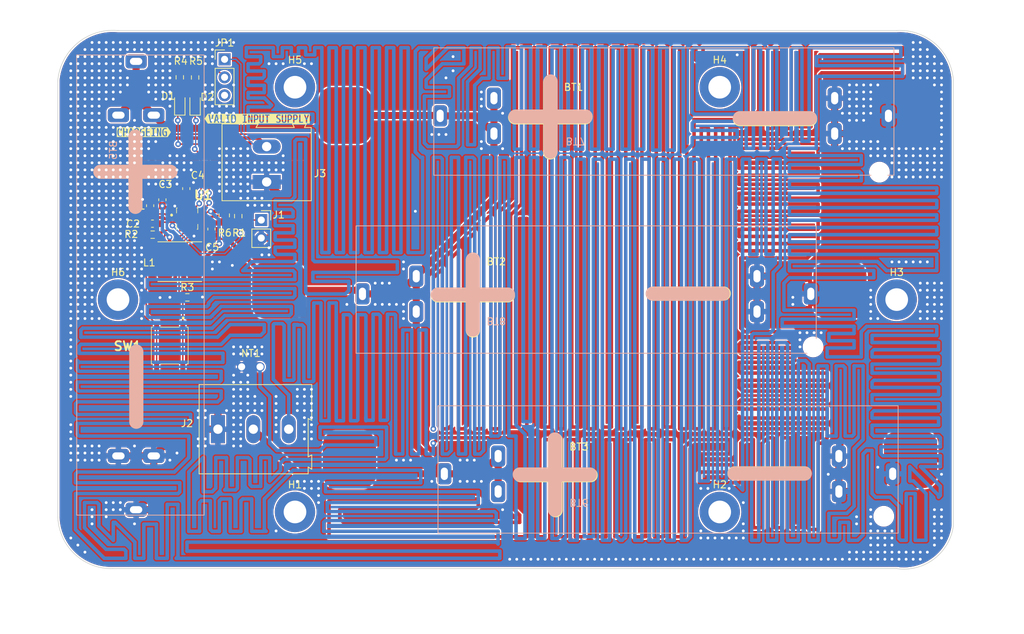
<source format=kicad_pcb>
(kicad_pcb (version 20211014) (generator pcbnew)
  (layers (0 "F.Cu" signal) (31 "B.Cu" signal) (34 "B.Paste" user) (35 "F.Paste" user) (36 "B.SilkS" user "B.Silkscreen") (37 "F.SilkS" user "F.Silkscreen") (38 "B.Mask" user) (39 "F.Mask" user) (44 "Edge.Cuts" user))
  (net 0 "")
  (net 1 "GND")
  (net 2 "Net-(C1-Pad1)")
  (net 3 "/VCC")
  (net 4 "/SW")
  (net 5 "/BST")
  (net 6 "/TMR")
  (net 7 "+BATT")
  (net 8 "Net-(U1-Pad11)")
  (net 9 "/BMS_LED")
  (net 10 "Net-(U1-Pad12)")
  (net 11 "/NTC")
  (net 13 "/CSP")
  (net 14 "/SEL")
  (net 15 "/~{EN}")
  (net 16 "Net-(R4-Pad1)")
  (net 17 "Net-(R5-Pad1)")
  (net 19 "/Heater")
  (footprint "MountingHole:MountingHole_3.2mm_M3_ISO7380_Pad_TopBottom" (layer "F.Cu") (at 47.6588 72.9274)
    (fp_text reference "H6")
    (fp_text value "M3")
  )
  (footprint "Resistor_SMD:R_0603_1608Metric_Pad0.98x0.95mm_HandSolder" (layer "F.Cu") (at 64.643 61.1378 -90)
    (fp_text reference "R1")
    (fp_text value "10k")
  )
  (footprint "Connector_PinHeader_2.54mm:PinHeader_1x03_P2.54mm_Vertical" (layer "F.Cu") (at 62.7126 38.989)
    (fp_text reference "JP1")
    (fp_text value "leds")
  )
  (footprint "Capacitor_SMD:C_0603_1608Metric_Pad1.08x0.95mm_HandSolder" (layer "F.Cu") (at 60.8584 62.9666 -90)
    (fp_text reference "C5")
    (fp_text value "10u+")
  )
  (footprint "Resistor_SMD:R_0603_1608Metric_Pad0.98x0.95mm_HandSolder" (layer "F.Cu") (at 52.5526 63.754)
    (fp_text reference "R2")
    (fp_text value "100k")
  )
  (footprint "MountingHole:MountingHole_3.2mm_M3_ISO7380_Pad_TopBottom" (layer "F.Cu") (at 72.6588 42.9274)
    (fp_text reference "H5")
    (fp_text value "M3")
  )
  (footprint "kibuzzard-63738EBD" (layer "F.Cu") (at 51.308 49.276)
    (fp_text reference "kibuzzard-63738EBD" hide)
    (fp_text value "G***" hide)
  )
  (footprint "MountingHole:MountingHole_3.2mm_M3_ISO7380_Pad_TopBottom" (layer "F.Cu") (at 132.6588 102.9274)
    (fp_text reference "H2")
    (fp_text value "M3")
  )
  (footprint "Capacitor_SMD:C_0603_1608Metric_Pad1.08x0.95mm_HandSolder" (layer "F.Cu") (at 53.9242 58.8264 90)
    (fp_text reference "C3")
    (fp_text value "100n")
  )
  (footprint "Resistor_SMD:R_0603_1608Metric_Pad0.98x0.95mm_HandSolder" (layer "F.Cu") (at 58.547 41.5525 90)
    (fp_text reference "R5")
    (fp_text value "1k")
  )
  (footprint "kibuzzard-63738E7A" (layer "F.Cu") (at 67.31 47.371)
    (fp_text reference "kibuzzard-63738E7A" hide)
    (fp_text value "G***" hide)
  )
  (footprint "Connector_PinSocket_2.54mm:PinSocket_1x02_P2.54mm_Vertical" (layer "F.Cu") (at 67.8938 61.6912)
    (fp_text reference "J1")
    (fp_text value "ntc 10k")
  )
  (footprint "Capacitor_SMD:C_0603_1608Metric_Pad1.08x0.95mm_HandSolder" (layer "F.Cu") (at 52.5283 62.2046 180)
    (fp_text reference "C2")
    (fp_text value "1u")
  )
  (footprint "Z_mycustom_footprint_lib:inductor 6x6mm" (layer "F.Cu") (at 54.288 67.564)
    (fp_text reference "L1")
    (fp_text value "6u8")
  )
  (footprint "SamacSys_Parts:MP2615GQZ" (layer "F.Cu") (at 57.4294 61.4934)
    (fp_text reference "U1")
    (fp_text value "MP2615" hide)
  )
  (footprint "LED_SMD:LED_0603_1608Metric_Pad1.05x0.95mm_HandSolder" (layer "F.Cu") (at 56.388 45.212 90)
    (fp_text reference "D1")
    (fp_text value "LED_Small")
  )
  (footprint "TerminalBlock:TerminalBlock_Altech_AK300-3_P5.00mm" (layer "F.Cu") (at 61.7728 91.2368)
    (fp_text reference "J2")
    (fp_text value "IN/OUT")
  )
  (footprint "Capacitor_SMD:C_0603_1608Metric_Pad1.08x0.95mm_HandSolder" (layer "F.Cu") (at 52.197 59.6646 90)
    (fp_text reference "C1")
    (fp_text value "22u+")
  )
  (footprint "MountingHole:MountingHole_3.2mm_M3_ISO7380_Pad_TopBottom" (layer "F.Cu") (at 72.6588 102.9274)
    (fp_text reference "H1")
    (fp_text value "M3")
  )
  (footprint "MountingHole:MountingHole_3.2mm_M3_ISO7380_Pad_TopBottom" (layer "F.Cu") (at 157.6588 72.9274)
    (fp_text reference "H3")
    (fp_text value "M3")
  )
  (footprint "Capacitor_SMD:C_0603_1608Metric_Pad1.08x0.95mm_HandSolder" (layer "F.Cu") (at 57.3024 57.2516 90)
    (fp_text reference "C4")
    (fp_text value "1u")
  )
  (footprint "TerminalBlock:TerminalBlock_Altech_AK300-2_P5.00mm" (layer "F.Cu") (at 68.6562 56.3118 90)
    (fp_text reference "J3")
    (fp_text value "IN/OUT")
  )
  (footprint "Resistor_SMD:R_0603_1608Metric_Pad0.98x0.95mm_HandSolder" (layer "F.Cu") (at 57.4548 72.6186)
    (fp_text reference "R3")
    (fp_text value "100K")
  )
  (footprint "Resistor_SMD:R_0805_2012Metric" (layer "F.Cu") (at 62.6618 61.0343 -90)
    (fp_text reference "R6")
    (fp_text value "50m")
  )
  (footprint "SamacSys_Parts:PTS526SK15SMTR2LFS" (layer "F.Cu") (at 54.9656 79.4258 -90)
    (fp_text reference "SW1")
    (fp_text value "BMS_RESET" hide)
  )
  (footprint "MountingHole:MountingHole_3.2mm_M3_ISO7380_Pad_TopBottom" (layer "F.Cu") (at 132.6588 42.9274)
    (fp_text reference "H4")
    (fp_text value "M3")
  )
  (footprint "LED_SMD:LED_0603_1608Metric_Pad1.05x0.95mm_HandSolder" (layer "F.Cu") (at 58.547 45.212 90)
    (fp_text reference "D2")
    (fp_text value "LED_Small")
  )
  (footprint "NetTie:NetTie-2_THT_Pad1.0mm" (layer "F.Cu") (at 65.121 82.423)
    (fp_text reference "NT1")
    (fp_text value "NetTie_2")
  )
  (footprint "Z_mycustom_footprint_lib:MYOUNG BH 18650 B1BA002" (layer "F.Cu") (at 159.6196 95.5392)
    (fp_text reference "BT3")
    (fp_text value "18650_SMD_top")
  )
  (footprint "Z_mycustom_footprint_lib:MYOUNG BH 18650 B1BA002" (layer "F.Cu") (at 159.01 46.9236)
    (fp_text reference "BT1")
    (fp_text value "18650_SMD_top")
  )
  (footprint "Resistor_SMD:R_0603_1608Metric_Pad0.98x0.95mm_HandSolder" (layer "F.Cu") (at 56.388 41.529 90)
    (fp_text reference "R4")
    (fp_text value "1k")
  )
  (footprint "Z_mycustom_footprint_lib:MYOUNG BH 18650 B1BA002" (layer "F.Cu") (at 149.6374 71.6124)
    (fp_text reference "BT2")
    (fp_text value "18650_SMD_top")
  )
  (footprint "Z_mycustom_footprint_lib:MYOUNG MY-18650-01" (layer "B.Cu") (at 52.7134 46.8757 -90)
    (fp_text reference "BT5")
    (fp_text value "18650_THT_bottom")
  )
  (footprint "Z_mycustom_footprint_lib:MYOUNG MY-18650-01" (layer "B.Cu") (at 101.3587 95.0384)
    (fp_text reference "BT6")
    (fp_text value "18650_THT_bottom")
  )
  (footprint "Z_mycustom_footprint_lib:MYOUNG MY-18650-01" (layer "B.Cu") (at 89.789 69.6214)
    (fp_text reference "BT8")
    (fp_text value "18650_THT_bottom")
  )
  (footprint "Z_mycustom_footprint_lib:MYOUNG MY-18650-01" (layer "B.Cu") (at 100.7618 44.4754)
    (fp_text reference "BT7")
    (fp_text value "18650_THT_bottom")
  )
  (gr_line (start 157.6588 34.9274) (end 47.6588 34.9274) (layer "Edge.Cuts") (width 0.1))
  (gr_line (start 165.6588 104.9274) (end 165.6588 41.9274) (layer "Edge.Cuts") (width 0.1))
  (gr_arc (start 165.6588 104.9274) (mid 162.904476 109.588282) (end 157.6588 110.9274) (layer "Edge.Cuts") (width 0.1))
  (gr_line (start 39.1588 41.9274) (end 39.1588 103.6774) (layer "Edge.Cuts") (width 0.1))
  (gr_arc (start 157.6588 34.9274) (mid 163.099607 36.780767) (end 165.6588 41.9274) (layer "Edge.Cuts") (width 0.1))
  (gr_arc (start 46.9088 110.9274) (mid 41.550766 108.887713) (end 39.1588 103.6774) (layer "Edge.Cuts") (width 0.1))
  (gr_line (start 46.9088 110.9274) (end 157.6588 110.9274) (layer "Edge.Cuts") (width 0.1))
  (gr_arc (start 39.1588 41.9274) (mid 41.964406 36.673493) (end 47.6588 34.9274) (layer "Edge.Cuts") (width 0.1))
  (segment (start 60.706 108.3056) (end 148.717 108.3056) (width 1) (layer "F.Cu") (net 1))
  (segment (start 67.8938 64.2312) (end 69.703 64.2312) (width 1) (layer "F.Cu") (net 1))
  (segment (start 137.922 69.6214) (end 143.022 69.6214) (width 1) (layer "F.Cu") (net 1))
  (segment (start 56.4294 60.0434) (end 56.0048 60.0434) (width 0.2) (layer "F.Cu") (net 1))
  (segment (start 69.703 64.2312) (end 70.2564 63.6778) (width 1) (layer "F.Cu") (net 1))
  (segment (start 149.4917 95.0384) (end 149.4917 100.0384) (width 1) (layer "F.Cu") (net 1))
  (segment (start 51.1567 58.8021) (end 51.1302 58.7756) (width 0.2) (layer "F.Cu") (net 1))
  (segment (start 148.8948 49.4754) (end 148.8948 70.8698) (width 1) (layer "F.Cu") (net 1))
  (segment (start 63.7794 68.0974) (end 61.7728 70.104) (width 1) (layer "F.Cu") (net 1))
  (segment (start 52.7134 100.1087) (end 50.2134 102.6087) (width 1) (layer "F.Cu") (net 1))
  (segment (start 51.6658 62.2046) (end 50.3936 62.2046) (width 0.2) (layer "F.Cu") (net 1))
  (segment (start 56.4853 91.2368) (end 61.7728 91.2368) (width 1) (layer "F.Cu") (net 1))
  (segment (start 148.717 108.3056) (end 150.1902 106.8324) (width 1) (layer "F.Cu") (net 1))
  (segment (start 58.3946 63.9572) (end 58.4294 63.9224) (width 0.2) (layer "F.Cu") (net 1))
  (segment (start 143.022 69.6214) (end 145.522 72.1214) (width 1) (layer "F.Cu") (net 1))
  (segment (start 150.1902 106.8324) (end 150.1902 100.7369) (width 1) (layer "F.Cu") (net 1))
  (segment (start 58.3173 56.3891) (end 58.3184 56.388) (width 0.2) (layer "F.Cu") (net 1))
  (segment (start 60.8584 63.8291) (end 59.9727 62.9434) (width 0.2) (layer "F.Cu") (net 1))
  (segment (start 47.7134 95.0087) (end 52.7134 95.0087) (width 1) (layer "F.Cu") (net 1))
  (segment (start 149.6374 71.6124) (end 149.6374 94.8927) (width 1) (layer "F.Cu") (net 1))
  (segment (start 150.1902 100.7369) (end 149.4917 100.0384) (width 1) (layer "F.Cu") (net 1))
  (segment (start 145.522 72.1214) (end 149.1284 72.1214) (width 1) (layer "F.Cu") (net 1))
  (segment (start 137.922 74.6214) (end 137.922 69.6214) (width 1) (layer "F.Cu") (net 1))
  (segment (start 63.8048 68.0974) (end 63.7794 68.0974) (width 1) (layer "F.Cu") (net 1))
  (segment (start 70.2564 63.6778) (end 70.2564 57.912) (width 1) (layer "F.Cu") (net 1))
  (segment (start 58.4294 63.9224) (end 58.4294 62.9434) (width 0.2) (layer "F.Cu") (net 1))
  (segment (start 52.7134 95.0087) (end 56.4853 91.2368) (width 1) (layer "F.Cu") (net 1))
  (segment (start 153.9948 49.4754) (end 156.4948 46.9754) (width 1) (layer "F.Cu") (net 1))
  (segment (start 60.452 65.278) (end 60.8584 64.8716) (width 0.2) (layer "F.Cu") (net 1))
  (segment (start 55.0091 102.6087) (end 60.706 108.3056) (width 1) (layer "F.Cu") (net 1))
  (segment (start 61.7728 70.104) (end 61.7728 91.2368) (width 1) (layer "F.Cu") (net 1))
  (segment (start 149.1284 72.1214) (end 149.6374 71.6124) (width 1) (layer "F.Cu") (net 1))
  (segment (start 70.2564 57.912) (end 68.6562 56.3118) (width 1) (layer "F.Cu") (net 1))
  (segment (start 149.4917 100.0384) (end 154.5917 100.0384) (width 1) (layer "F.Cu") (net 1))
  (segment (start 60.8584 64.8716) (end 60.8584 63.8291) (width 0.2) (layer "F.Cu") (net 1))
  (segment (start 56.0048 60.0434) (end 55.6768 59.7154) (width 0.2) (layer "F.Cu") (net 1))
  (segment (start 148.8948 70.8698) (end 149.6374 71.6124) (width 1) (layer "F.Cu") (net 1))
  (segment (start 58.3673 72.6186) (end 59.5376 72.6186) (width 0.2) (layer "F.Cu") (net 1))
  (segment (start 57.3024 56.3891) (end 58.3173 56.3891) (width 0.2) (layer "F.Cu") (net 1))
  (segment (start 59.9727 62.9434) (end 58.4294 62.9434) (width 0.2) (layer "F.Cu") (net 1))
  (segment (start 50.2134 102.6087) (end 55.0091 102.6087) (width 1) (layer "F.Cu") (net 1))
  (segment (start 52.197 58.8021) (end 51.1567 58.8021) (width 0.2) (layer "F.Cu") (net 1))
  (segment (start 148.8948 49.4754) (end 153.9948 49.4754) (width 1) (layer "F.Cu") (net 1))
  (segment (start 149.6374 94.8927) (end 149.4917 95.0384) (width 1) (layer "F.Cu") (net 1))
  (segment (start 59.5376 72.6186) (end 59.5884 72.5678) (width 0.2) (layer "F.Cu") (net 1))
  (segment (start 154.5917 100.0384) (end 157.0917 97.5384) (width 1) (layer "F.Cu") (net 1))
  (segment (start 148.8948 44.4754) (end 148.8948 49.4754) (width 1) (layer "F.Cu") (net 1))
  (segment (start 52.7134 95.0087) (end 52.7134 100.1087) (width 1) (layer "F.Cu") (net 1))
  (via (at 158.988 53.607) (size 0.7) (drill 0.4) (layers "F.Cu" "B.Cu") (net 1))
  (via (at 43.988 94.607) (size 0.7) (drill 0.4) (layers "F.Cu" "B.Cu") (net 1))
  (via (at 150.988 109.607) (size 0.7) (drill 0.4) (layers "F.Cu" "B.Cu") (net 1))
  (via (at 50.988 49.607) (size 0.7) (drill 0.4) (layers "F.Cu" "B.Cu") (net 1))
  (via (at 43.988 49.607) (size 0.7) (drill 0.4) (layers "F.Cu" "B.Cu") (net 1))
  (via (at 150.988 45.607) (size 0.7) (drill 0.4) (layers "F.Cu" "B.Cu") (net 1))
  (via (at 150.988 44.607) (size 0.7) (drill 0.4) (layers "F.Cu" "B.Cu") (net 1))
  (via (at 151.988 50.607) (size 0.7) (drill 0.4) (layers "F.Cu" "B.Cu") (net 1))
  (via (at 142.988 73.607) (size 0.7) (drill 0.4) (layers "F.Cu" "B.Cu") (net 1))
  (via (at 153.988 104.607) (size 0.7) (drill 0.4) (layers "F.Cu" "B.Cu") (net 1))
  (via (at 146.988 109.607) (size 0.7) (drill 0.4) (layers "F.Cu" "B.Cu") (net 1))
  (via (at 158.988 51.607) (size 0.7) (drill 0.4) (layers "F.Cu" "B.Cu") (net 1))
  (via (at 158.988 67.607) (size 0.7) (drill 0.4) (layers "F.Cu" "B.Cu") (net 1))
  (via (at 48.988 63.607) (size 0.7) (drill 0.4) (layers "F.Cu" "B.Cu") (net 1))
  (via (at 163.988 39.607) (size 0.7) (drill 0.4) (layers "F.Cu" "B.Cu") (net 1))
  (via (at 40.988 82.607) (size 0.7) (drill 0.4) (layers "F.Cu" "B.Cu") (net 1))
  (via (at 46.988 51.607) (size 0.7) (drill 0.4) (layers "F.Cu" "B.Cu") (net 1))
  (via (at 63.988 88.607) (size 0.7) (drill 0.4) (layers "F.Cu" "B.Cu") (net 1))
  (via (at 161.988 37.607) (size 0.7) (drill 0.4) (layers "F.Cu" "B.Cu") (net 1))
  (via (at 42.988 40.607) (size 0.7) (drill 0.4) (layers "F.Cu" "B.Cu") (net 1))
  (via (at 44.988 39.607) (size 0.7) (drill 0.4) (layers "F.Cu" "B.Cu") (net 1))
  (via (at 64.988 52.607) (size 0.7) (drill 0.4) (layers "F.Cu" "B.Cu") (net 1))
  (via (at 129.988 99.607) (size 0.7) (drill 0.4) (layers "F.Cu" "B.Cu") (net 1))
  (via (at 163.988 103.607) (size 0.7) (drill 0.4) (layers "F.Cu" "B.Cu") (net 1))
  (via (at 46.988 60.607) (size 0.7) (drill 0.4) (layers "F.Cu" "B.Cu") (net 1))
  (via (at 149.988 46.607) (size 0.7) (drill 0.4) (layers "F.Cu" "B.Cu") (net 1))
  (via (at 52.988 43.607) (size 0.7) (drill 0.4) (layers "F.Cu" "B.Cu") (net 1))
  (via (at 46.988 36.607) (size 0.7) (drill 0.4) (layers "F.Cu" "B.Cu") (net 1))
  (via (at 126.988 109.607) (size 0.7) (drill 0.4) (layers "F.Cu" "B.Cu") (net 1))
  (via (at 42.988 46.607) (size 0.7) (drill 0.4) (layers "F.Cu" "B.Cu") (net 1))
  (via (at 42.988 52.607) (size 0.7) (drill 0.4) (layers "F.Cu" "B.Cu") (net 1))
  (via (at 45.988 103.607) (size 0.7) (drill 0.4) (layers "F.Cu" "B.Cu") (net 1))
  (via (at 41.988 62.607) (size 0.7) (drill 0.4) (layers "F.Cu" "B.Cu") (net 1))
  (via (at 154.988 109.607) (size 0.7) (drill 0.4) (layers "F.Cu" "B.Cu") (net 1))
  (via (at 163.988 72.607) (size 0.7) (drill 0.4) (layers "F.Cu" "B.Cu") (net 1))
  (via (at 42.988 69.607) (size 0.7) (drill 0.4) (layers "F.Cu" "B.Cu") (net 1))
  (via (at 161.988 38.607) (size 0.7) (drill 0.4) (layers "F.Cu" "B.Cu") (net 1))
  (via (at 63.988 85.607) (size 0.7) (drill 0.4) (layers "F.Cu" "B.Cu") (net 1))
  (via (at 59.988 37.607) (size 0.7) (drill 0.4) (layers "F.Cu" "B.Cu") (net 1))
  (via (at 47.988 54.607) (size 0.7) (drill 0.4) (layers "F.Cu" "B.Cu") (net 1))
  (via (at 46.988 67.607) (size 0.7) (drill 0.4) (layers "F.Cu" "B.Cu") (net 1))
  (via (at 52.988 38.607) (size 0.7) (drill 0.4) (layers "F.Cu" "B.Cu") (net 1))
  (via (at 163.988 42.607) (size 0.7) (drill 0.4) (layers "F.Cu" "B.Cu") (net 1))
  (via (at 64.988 51.607) (size 0.7) (drill 0.4) (layers "F.Cu" "B.Cu") (net 1))
  (via (at 63.988 52.607) (size 0.7) (drill 0.4) (layers "F.Cu" "B.Cu") (net 1))
  (via (at 40.988 57.607) (size 0.7) (drill 0.4) (layers "F.Cu" "B.Cu") (net 1))
  (via (at 43.988 61.607) (size 0.7) (drill 0.4) (layers "F.Cu" "B.Cu") (net 1))
  (via (at 154.988 51.607) (size 0.7) (drill 0.4) (layers "F.Cu" "B.Cu") (net 1))
  (via (at 56.988 53.607) (size 0.7) (drill 0.4) (layers "F.Cu" "B.Cu") (net 1))
  (via (at 40.988 46.607) (size 0.7) (drill 0.4) (layers "F.Cu" "B.Cu") (net 1))
  (via (at 163.988 75.607) (size 0.7) (drill 0.4) (layers "F.Cu" "B.Cu") (net 1))
  (via (at 41.988 70.607) (size 0.7) (drill 0.4) (layers "F.Cu" "B.Cu") (net 1))
  (via (at 41.988 49.607) (size 0.7) (drill 0.4) (layers "F.Cu" "B.Cu") (net 1))
  (via (at 160.988 41.607) (size 0.7) (drill 0.4) (layers "F.Cu" "B.Cu") (net 1))
  (via (at 47.988 65.607) (size 0.7) (drill 0.4) (layers "F.Cu" "B.Cu") (net 1))
  (via (at 62.988 47.607) (size 0.7) (drill 0.4) (layers "F.Cu" "B.Cu") (net 1))
  (via (at 57.988 37.607) (size 0.7) (drill 0.4) (layers "F.Cu" "B.Cu") (net 1))
  (via (at 44.988 55.607) (size 0.7) (drill 0.4) (layers "F.Cu" "B.Cu") (net 1))
  (via (at 43.988 59.607) (size 0.7) (drill 0.4) (layers "F.Cu" "B.Cu") (net 1))
  (via (at 135.988 109.607) (size 0.7) (drill 0.4) (layers "F.Cu" "B.Cu") (net 1))
  (via (at 60.988 38.607) (size 0.7) (drill 0.4) (layers "F.Cu" "B.Cu") (net 1))
  (via (at 163.988 55.607) (size 0.7) (drill 0.4) (layers "F.Cu" "B.Cu") (net 1))
  (via (at 67.988 59.607) (size 0.7) (drill 0.4) (layers "F.Cu" "B.Cu") (net 1))
  (via (at 44.988 61.607) (size 0.7) (drill 0.4) (layers "F.Cu" "B.Cu") (net 1))
  (via (at 156.988 52.607) (size 0.7) (drill 0.4) (layers "F.Cu" "B.Cu") (net 1))
  (via (at 54.988 37.607) (size 0.7) (drill 0.4) (layers "F.Cu" "B.Cu") (net 1))
  (via (at 62.988 51.607) (size 0.7) (drill 0.4) (layers "F.Cu" "B.Cu") (net 1))
  (via (at 63.988 42.607) (size 0.7) (drill 0.4) (layers "F.Cu" "B.Cu") (net 1))
  (via (at 162.988 52.607) (size 0.7) (drill 0.4) (layers "F.Cu" "B.Cu") (net 1))
  (via (at 44.988 50.607) (size 0.7) (drill 0.4) (layers "F.Cu" "B.Cu") (net 1))
  (via (at 161.988 67.607) (size 0.7) (drill 0.4) (layers "F.Cu" "B.Cu") (net 1))
  (via (at 54.988 41.607) (size 0.7) (drill 0.4) (layers "F.Cu" "B.Cu") (net 1))
  (via (at 153.988 52.607) (size 0.7) (drill 0.4) (layers "F.Cu" "B.Cu") (net 1))
  (via (at 40.988 90.607) (size 0.7) (drill 0.4) (layers "F.Cu" "B.Cu") (net 1))
  (via (at 73.988 39.607) (size 0.7) (drill 0.4) (layers "F.Cu" "B.Cu") (net 1))
  (via (at 53.988 56.607) (size 0.7) (drill 0.4) (layers "F.Cu" "B.Cu") (net 1))
  (via (at 40.988 40.607) (size 0.7) (drill 0.4) (layers "F.Cu" "B.Cu") (net 1))
  (via (at 159.988 39.607) (size 0.7) (drill 0.4) (layers "F.Cu" "B.Cu") (net 1))
  (via (at 95.988 98.607) (size 0.7) (drill 0.4) (layers "F.Cu" "B.Cu") (net 1))
  (via (at 94.988 38.607) (size 0.7) (drill 0.4) (layers "F.Cu" "B.Cu") (net 1))
  (via (at 158.988 55.607) (size 0.7) (drill 0.4) (layers "F.Cu" "B.Cu") (net 1))
  (via (at 69.988 54.607) (size 0.7) (drill 0.4) (layers "F.Cu" "B.Cu") (net 1))
  (via (at 47.988 59.607) (size 0.7) (drill 0.4) (layers "F.Cu" "B.Cu") (net 1))
  (via (at 131.988 106.607) (size 0.7) (drill 0.4) (layers "F.Cu" "B.Cu") (net 1))
  (via (at 67.988 54.607) (size 0.7) (drill 0.4) (layers "F.Cu" "B.Cu") (net 1))
  (via (at 46.988 65.607) (size 0.7) (drill 0.4) (layers "F.Cu" "B.Cu") (net 1))
  (via (at 84.988 73.607) (size 0.7) (drill 0.4) (layers "F.Cu" "B.Cu") (net 1))
  (via (at 162.988 51.607) (size 0.7) (drill 0.4) (layers "F.Cu" "B.Cu") (net 1))
  (via (at 65.988 59.607) (size 0.7) (drill 0.4) (layers "F.Cu" "B.Cu") (net 1))
  (via (at 40.988 47.607) (size 0.7) (drill 0.4) (layers "F.Cu" "B.Cu") (net 1))
  (via (at 43.988 70.607) (size 0.7) (drill 0.4) (layers "F.Cu" "B.Cu") (net 1))
  (via (at 65.988 87.607) (size 0.7) (drill 0.4) (layers "F.Cu" "B.Cu") (net 1))
  (via (at 58.988 36.607) (size 0.7) (drill 0.4) (layers "F.Cu" "B.Cu") (net 1))
  (via (at 117.988 109.607) (size 0.7) (drill 0.4) (layers "F.Cu" "B.Cu") (net 1))
  (via (at 50.988 52.607) (size 0.7) (drill 0.4) (layers "F.Cu" "B.Cu") (net 1))
  (via (at 73.988 91.607) (size 0.7) (drill 0.4) (layers "F.Cu" "B.Cu") (net 1))
  (via (at 47.988 58.607) (size 0.7) (drill 0.4) (layers "F.Cu" "B.Cu") (net 1))
  (via (at 162.988 107.607) (size 0.7) (drill 0.4) (layers "F.Cu" "B.Cu") (net 1))
  (via (at 65.988 83.607) (size 0.7) (drill 0.4) (layers "F.Cu" "B.Cu") (net 1))
  (via (at 52.988 50.607) (size 0.7) (drill 0.4) (layers "F.Cu" "B.Cu") (net 1))
  (via (at 47.988 101.607) (size 0.7) (drill 0.4) (layers "F.Cu" "B.Cu") (net 1))
  (via (at 63.988 90.607) (size 0.7) (drill 0.4) (layers "F.Cu" "B.Cu") (net 1))
  (via (at 160.988 55.607) (size 0.7) (drill 0.4) (layers "F.Cu" "B.Cu") (net 1))
  (via (at 65.988 88.607) (size 0.7) (drill 0.4) (layers "F.Cu" "B.Cu") (net 1))
  (via (at 52.988 36.607) (size 0.7) (drill 0.4) (layers "F.Cu" "B.Cu") (net 1))
  (via (at 152.988 47.607) (size 0.7) (drill 0.4) (layers "F.Cu" "B.Cu") (net 1))
  (via (at 42.988 94.607) (size 0.7) (drill 0.4) (layers "F.Cu" "B.Cu") (net 1))
  (via (at 46.988 54.607) (size 0.7) (drill 0.4) (layers "F.Cu" "B.Cu") (net 1))
  (via (at 41.988 73.607) (size 0.7) (drill 0.4) (layers "F.Cu" "B.Cu") (net 1))
  (via (at 51.988 55.607) (size 0.7) (drill 0.4) (layers "F.Cu" "B.Cu") (net 1))
  (via (at 58.988 38.607) (size 0.7) (drill 0.4) (layers "F.Cu" "B.Cu") (net 1))
  (via (at 73.988 98.607) (size 0.7) (drill 0.4) (layers "F.Cu" "B.Cu") (net 1))
  (via (at 49.988 93.607) (size 0.7) (drill 0.4) (layers "F.Cu" "B.Cu") (net 1))
  (via (at 73.988 90.607) (size 0.7) (drill 0.4) (layers "F.Cu" "B.Cu") (net 1))
  (via (at 48.988 69.607) (size 0.7) (drill 0.4) (layers "F.Cu" "B.Cu") (net 1))
  (via (at 65.988 57.607) (size 0.7) (drill 0.4) (layers "F.Cu" "B.Cu") (net 1))
  (via (at 163.988 52.607) (size 0.7) (drill 0.4) (layers "F.Cu" "B.Cu") (net 1))
  (via (at 46.988 48.607) (size 0.7) (drill 0.4) (layers "F.Cu" "B.Cu") (net 1))
  (via (at 60.988 67.607) (size 0.7) (drill 0.4) (layers "F.Cu" "B.Cu") (net 1))
  (via (at 64.988 91.607) (size 0.7) (drill 0.4) (layers "F.Cu" "B.Cu") (net 1))
  (via (at 43.988 53.607) (size 0.7) (drill 0.4) (layers "F.Cu" "B.Cu") (net 1))
  (via (at 104.988 109.607) (size 0.7) (drill 0.4) (layers "F.Cu" "B.Cu") (net 1))
  (via (at 91.988 98.607) (size 0.7) (drill 0.4) (layers "F.Cu" "B.Cu") (net 1))
  (via (at 40.988 49.607) (size 0.7) (drill 0.4) (layers "F.Cu" "B.Cu") (net 1))
  (via (at 62.988 52.607) (size 0.7) (drill 0.4) (layers "F.Cu" "B.Cu") (net 1))
  (via (at 63.988 45.607) (size 0.7) (drill 0.4) (layers "F.Cu" "B.Cu") (net 1))
  (via (at 54.988 53.607) (size 0.7) (drill 0.4) (layers "F.Cu" "B.Cu") (net 1))
  (via (at 51.988 51.607) (size 0.7) (drill 0.4) (layers "F.Cu" "B.Cu") (net 1))
  (via (at 63.988 87.607) (size 0.7) (drill 0.4) (layers "F.Cu" "B.Cu") (net 1))
  (via (at 89.662 60.452) (size 0.8) (drill 0.4) (layers "F.Cu" "B.Cu") (net 1))
  (via (at 40.988 73.607) (size 0.7) (drill 0.4) (layers "F.Cu" "B.Cu") (net 1))
  (via (at 64.988 84.607) (size 0.7) (drill 0.4) (layers "F.Cu" "B.Cu") (net 1))
  (via (at 74.988 87.607) (size 0.7) (drill 0.4) (layers "F.Cu" "B.Cu") (net 1))
  (via (at 153.988 72.607) (size 0.7) (drill 0.4) (layers "F.Cu" "B.Cu") (net 1))
  (via (at 161.988 74.607) (size 0.7) (drill 0.4) (layers "F.Cu" "B.Cu") (net 1))
  (via (at 163.988 104.607) (size 0.7) (drill 0.4) (layers "F.Cu" "B.Cu") (net 1))
  (via (at 160.988 108.607) (size 0.7) (drill 0.4) (layers "F.Cu" "B.Cu") (net 1))
  (via (at 162.988 53.607) (size 0.7) (drill 0.4) (layers "F.Cu" "B.Cu") (net 1))
  (via (at 54.988 72.607) (size 0.7) (drill 0.4) (layers "F.Cu" "B.Cu") (net 1))
  (via (at 40.988 71.607) (size 0.7) (drill 0.4) (layers "F.Cu" "B.Cu") (net 1))
  (via (at 52.988 39.607) (size 0.7) (drill 0.4) (layers "F.Cu" "B.Cu") (net 1))
  (via (at 41.988 69.607) (size 0.7) (drill 0.4) (layers "F.Cu" "B.Cu") (net 1))
  (via (at 101.988 46.607) (size 0.7) (drill 0.4) (layers "F.Cu" "B.Cu") (net 1))
  (via (at 53.988 54.607) (size 0.7) (drill 0.4) (layers "F.Cu" "B.Cu") (net 1))
  (via (at 41.988 94.607) (size 0.7) (drill 0.4) (layers "F.Cu" "B.Cu") (net 1))
  (via (at 64.988 57.607) (size 0.7) (drill 0.4) (layers "F.Cu" "B.Cu") (net 1))
  (via (at 44.988 40.607) (size 0.7) (drill 0.4) (layers "F.Cu" "B.Cu") (net 1))
  (via (at 114.988 109.607) (size 0.7) (drill 0.4) (layers "F.Cu" "B.Cu") (net 1))
  (via (at 150.988 42.607) (size 0.7) (drill 0.4) (layers "F.Cu" "B.Cu") (net 1))
  (via (at 40.988 50.607) (size 0.7) (drill 0.4) (layers "F.Cu" "B.Cu") (net 1))
  (via (at 43.988 45.607) (size 0.7) (drill 0.4) (layers "F.Cu" "B.Cu") (net 1))
  (via (at 147.988 109.607) (size 0.7) (drill 0.4) (layers "F.Cu" "B.Cu") (net 1))
  (via (at 156.988 106.607) (size 0.7) (drill 0.4) (layers "F.Cu" "B.Cu") (net 1))
  (via (at 53.988 36.607) (size 0.7) (drill 0.4) (layers "F.Cu" "B.Cu") (net 1))
  (via (at 151.988 42.607) (size 0.7) (drill 0.4) (layers "F.Cu" "B.Cu") (net 1))
  (via (at 161.988 54.607) (size 0.7) (drill 0.4) (layers "F.Cu" "B.Cu") (net 1))
  (via (at 50.988 70.607) (size 0.7) (drill 0.4) (layers "F.Cu" "B.Cu") (net 1))
  (via (at 162.988 105.607) (size 0.7) (drill 0.4) (layers "F.Cu" "B.Cu") (net 1))
  (via (at 154.988 108.607) (size 0.7) (drill 0.4) (layers "F.Cu" "B.Cu") (net 1))
  (via (at 155.988 106.607) (size 0.7) (drill 0.4) (layers "F.Cu" "B.Cu") (net 1))
  (via (at 47.988 64.607) (size 0.7) (drill 0.4) (layers "F.Cu" "B.Cu") (net 1))
  (via (at 43.988 37.607) (size 0.7) (drill 0.4) (layers "F.Cu" "B.Cu") (net 1))
  (via (at 160.988 67.607) (size 0.7) (drill 0.4) (layers "F.Cu" "B.Cu") (net 1))
  (via (at 68.988 66.607) (size 0.7) (drill 0.4) (layers "F.Cu" "B.Cu") (net 1))
  (via (at 42.988 63.607) (size 0.7) (drill 0.4) (layers "F.Cu" "B.Cu") (net 1))
  (via (at 163.988 45.607) (size 0.7) (drill 0.4) (layers "F.Cu" "B.Cu") (net 1))
  (via (at 45.988 65.607) (size 0.7) (drill 0.4) (layers "F.Cu" "B.Cu") (net 1))
  (via (at 160.988 109.607) (size 0.7) (drill 0.4) (layers "F.Cu" "B.Cu") (net 1))
  (via (at 162.988 42.607) (size 0.7) (drill 0.4) (layers "F.Cu" "B.Cu") (net 1))
  (via (at 72.988 87.607) (size 0.7) (drill 0.4) (layers "F.Cu" "B.Cu") (net 1))
  (via (at 42.988 56.607) (size 0.7) (drill 0.4) (layers "F.Cu" "B.Cu") (net 1))
  (via (at 56.988 38.607) (size 0.7) (drill 0.4) (layers "F.Cu" "B.Cu") (net 1))
  (via (at 74.988 89.607) (size 0.7) (drill 0.4) (layers "F.Cu" "B.Cu") (net 1))
  (via (at 44.988 75.607) (size 0.7) (drill 0.4) (layers "F.Cu" "B.Cu") (net 1))
  (via (at 154.988 96.607) (size 0.7) (drill 0.4) (layers "F.Cu" "B.Cu") (net 1))
  (via (at 46.988 39.607) (size 0.7) (drill 0.4) (layers "F.Cu" "B.Cu") (net 1))
  (via (at 45.988 68.607) (size 0.7) (drill 0.4) (layers "F.Cu" "B.Cu") (net 1))
  (via (at 124.988 109.607) (size 0.7) (drill 0.4) (layers "F.Cu" "B.Cu") (net 1))
  (via (at 159.988 37.607) (size 0.7) (drill 0.4) (layers "F.Cu" "B.Cu") (net 1))
  (via (at 40.988 63.607) (size 0.7) (drill 0.4) (layers "F.Cu" "B.Cu") (net 1))
  (via (at 60.988 47.607) (size 0.7) (drill 0.4) (layers "F.Cu" "B.Cu") (net 1))
  (via (at 57.988 38.607) (size 0.7) (drill 0.4) (layers "F.Cu" "B.Cu") (net 1))
  (via (at 69.988 39.607) (size 0.7) (drill 0.4) (layers "F.Cu" "B.Cu") (net 1))
  (via (at 162.988 73.607) (size 0.7) (drill 0.4) (layers "F.Cu" "B.Cu") (net 1))
  (via (at 59.5884 72.5678) (size 0.8) (drill 0.4) (layers "F.Cu" "B.Cu") (net 1))
  (via (at 163.988 97.607) (size 0.7) (drill 0.4) (layers "F.Cu" "B.Cu") (net 1))
  (via (at 137.988 109.607) (size 0.7) (drill 0.4) (layers "F.Cu" "B.Cu") (net 1))
  (via (at 161.988 71.607) (size 0.7) (drill 0.4) (layers "F.Cu" "B.Cu") (net 1))
  (via (at 153.988 43.607) (size 0.7) (drill 0.4) (layers "F.Cu" "B.Cu") (net 1))
  (via (at 49.988 104.607) (size 0.7) (drill 0.4) (layers "F.Cu" "B.Cu") (net 1))
  (via (at 151.988 51.607) (size 0.7) (drill 0.4) (layers "F.Cu" "B.Cu") (net 1))
  (via (at 53.988 55.607) (size 0.7) (drill 0.4) (layers "F.Cu" "B.Cu") (net 1))
  (via (at 130.988 99.607) (size 0.7) (drill 0.4) (layers "F.Cu" "B.Cu") (net 1))
  (via (at 65.988 58.607) (size 0.7) (drill 0.4) (layers "F.Cu" "B.Cu") (net 1))
  (via (at 144.988 109.607) (size 0.7) (drill 0.4) (layers "F.Cu" "B.Cu") (net 1))
  (via (at 160.988 70.607) (size 0.7) (drill 0.4) (layers "F.Cu" "B.Cu") (net 1))
  (via (at 69.988 91.607) (size 0.7) (drill 0.4) (layers "F.Cu" "B.Cu") (net 1))
  (via (at 42.988 39.607) (size 0.7) (drill 0.4) (layers "F.Cu" "B.Cu") (net 1))
  (via (at 49.988 48.607) (size 0.7) (drill 0.4) (layers "F.Cu" "B.Cu") (net 1))
  (via (at 48.988 53.607) (size 0.7) (drill 0.4) (layers "F.Cu" "B.Cu") (net 1))
  (via (at 42.988 65.607) (size 0.7) (drill 0.4) (layers "F.Cu" "B.Cu") (net 1))
  (via (at 64.988 87.607) (size 0.7) (drill 0.4) (layers "F.Cu" "B.Cu") (net 1))
  (via (at 159.988 51.607) (size 0.7) (drill 0.4) (layers "F.Cu" "B.Cu") (net 1))
  (via (at 41.988 61.607) (size 0.7) (drill 0.4) (layers "F.Cu" "B.Cu") (net 1))
  (via (at 152.988 43.607) (size 0.7) (drill 0.4) (layers "F.Cu" "B.Cu") (net 1))
  (via (at 110.988 109.607) (size 0.7) (drill 0.4) (layers "F.Cu" "B.Cu") (net 1))
  (via (at 50.988 71.607) (size 0.7) (drill 0.4) (layers "F.Cu" "B.Cu") (net 1))
  (via (at 40.988 81.607) (size 0.7) (drill 0.4) (layers "F.Cu" "B.Cu") (net 1))
  (via (at 65.988 80.607) (size 0.7) (drill 0.4) (layers "F.Cu" "B.Cu") (net 1))
  (via (at 41.988 68.607) (size 0.7) (drill 0.4) (layers "F.Cu" "B.Cu") (net 1))
  (via (at 41.988 59.607) (size 0.7) (drill 0.4) (layers "F.Cu" "B.Cu") (net 1))
  (via (at 63.988 47.607) (size 0.7) (drill 0.4) (layers "F.Cu" "B.Cu") (net 1))
  (via (at 44.988 43.607) (size 0.7) (drill 0.4) (layers "F.Cu" "B.Cu") (net 1))
  (via (at 64.988 58.607) (size 0.7) (drill 0.4) (layers "F.Cu" "B.Cu") (net 1))
  (via (at 40.988 65.607) (size 0.7) (drill 0.4) (layers "F.Cu" "B.Cu") (net 1))
  (via (at 101.988 51.607) (size 0.7) (drill 0.4) (layers "F.Cu" "B.Cu") (net 1))
  (via (at 160.988 36.607) (size 0.7) (drill 0.4) (layers "F.Cu" "B.Cu") (net 1))
  (via (at 65.988 79.607) (size 0.7) (drill 0.4) (layers "F.Cu" "B.Cu") (net 1))
  (via (at 143.988 78.607) (size 0.7) (drill 0.4) (layers "F.Cu" "B.Cu") (net 1))
  (via (at 129.988 106.607) (size 0.7) (drill 0.4) (layers "F.Cu" "B.Cu") (net 1))
  (via (at 44.988 65.607) (size 0.7) (drill 0.4) (layers "F.Cu" "B.Cu") (net 1))
  (via (at 41.988 71.607) (size 0.7) (drill 0.4) (layers "F.Cu" "B.Cu") (net 1))
  (via (at 156.988 109.607) (size 0.7) (drill 0.4) (layers "F.Cu" "B.Cu") (net 1))
  (via (at 43.988 71.607) (size 0.7) (drill 0.4) (layers "F.Cu" "B.Cu") (net 1))
  (via (at 42.988 59.607) (size 0.7) (drill 0.4) (layers "F.Cu" "B.Cu") (net 1))
  (via (at 43.988 36.607) (size 0.7) (drill 0.4) (layers "F.Cu" "B.Cu") (net 1))
  (via (at 40.988 95.607) (size 0.7) (drill 0.4) (layers "F.Cu" "B.Cu") (net 1))
  (via (at 62.988 55.607) (size 0.7) (drill 0.4) (layers "F.Cu" "B.Cu") (net 1))
  (via (at 153.988 102.607) (size 0.7) (drill 0.4) (layers "F.Cu" "B.Cu") (net 1))
  (via (at 130.988 109.607) (size 0.7) (drill 0.4) (layers "F.Cu" "B.Cu") (net 1))
  (via (at 154.988 75.607) (size 0.7) (drill 0.4) (layers "F.Cu" "B.Cu") (net 1))
  (via (at 52.988 54.607) (size 0.7) (drill 0.4) (layers "F.Cu" "B.Cu") (net 1))
  (via (at 63.988 54.607) (size 0.7) (drill 0.4) (layers "F.Cu" "B.Cu") (net 1))
  (via (at 46.988 37.607) (size 0.7) (drill 0.4) (layers "F.Cu" "B.Cu") (net 1))
  (via (at 87.988 75.607) (size 0.7) (drill 0.4) (layers "F.Cu" "B.Cu") (net 1))
  (via (at 50.988 74.607) (size 0.7) (drill 0.4) (layers "F.Cu" "B.Cu") (net 1))
  (via (at 44.988 45.607) (size 0.7) (drill 0.4) (layers "F.Cu" "B.Cu") (net 1))
  (via (at 45.988 101.607) (size 0.7) (drill 0.4) (layers "F.Cu" "B.Cu") (net 1))
  (via (at 58.988 93.607) (size 0.7) (drill 0.4) (layers "F.Cu" "B.Cu") (net 1))
  (via (at 53.988 37.607) (size 0.7) (drill 0.4) (layers "F.Cu" "B.Cu") (net 1))
  (via (at 55.988 54.607) (size 0.7) (drill 0.4) (layers "F.Cu" "B.Cu") (net 1))
  (via (at 74.988 90.607) (size 0.7) (drill 0.4) (layers "F.Cu" "B.Cu") (net 1))
  (via (at 61.988 67.607) (size 0.7) (drill 0.4) (layers "F.Cu" "B.Cu") (net 1))
  (via (at 49.988 37.607) (size 0.7) (drill 0.4) (layers "F.Cu" "B.Cu") (net 1))
  (via (at 69.988 90.607) (size 0.7) (drill 0.4) (layers "F.Cu" "B.Cu") (net 1))
  (via (at 138.988 109.607) (size 0.7) (drill 0.4) (layers "F.Cu" "B.Cu") (net 1))
  (via (at 163.988 54.607) (size 0.7) (drill 0.4) (layers "F.Cu" "B.Cu") (net 1))
  (via (at 79.988 73.607) (size 0.7) (drill 0.4) (layers "F.Cu" "B.Cu") (net 1))
  (via (at 62.988 53.607) (size 0.7) (drill 0.4) (layers "F.Cu" "B.Cu") (net 1))
  (via (at 147.988 97.607) (size 0.7) (drill 0.4) (layers "F.Cu" "B.Cu") (net 1))
  (via (at 55.988 36.607) (size 0.7) (drill 0.4) (layers "F.Cu" "B.Cu") (net 1))
  (via (at 60.988 68.607) (size 0.7) (drill 0.4) (layers "F.Cu" "B.Cu") (net 1))
  (via (at 143.988 109.607) (size 0.7) (drill 0.4) (layers "F.Cu" "B.Cu") (net 1))
  (via (at 41.988 107.607) (size 0.7) (drill 0.4) (layers "F.Cu" "B.Cu") (net 1))
  (via (at 159.988 38.607) (size 0.7) (drill 0.4) (layers "F.Cu" "B.Cu") (net 1))
  (via (at 48.988 62.607) (size 0.7) (drill 0.4) (layers "F.Cu" "B.Cu") (net 1))
  (via (at 45.988 69.607) (size 0.7) (drill 0.4) (layers "F.Cu" "B.Cu") (net 1))
  (via (at 145.988 77.607) (size 0.7) (drill 0.4) (layers "F.Cu" "B.Cu") (net 1))
  (via (at 64.988 89.607) (size 0.7) (drill 0.4) (layers "F.Cu" "B.Cu") (net 1))
  (via (at 49.988 53.607) (size 0.7) (drill 0.4) (layers "F.Cu" "B.Cu") (net 1))
  (via (at 44.988 68.607) (size 0.7) (drill 0.4) (layers "F.Cu" "B.Cu") (net 1))
  (via (at 153.988 46.607) (size 0.7) (drill 0.4) (layers "F.Cu" "B.Cu") (net 1))
  (via (at 45.988 39.607) (size 0.7) (drill 0.4) (layers "F.Cu" "B.Cu") (net 1))
  (via (at 49.988 63.607) (size 0.7) (drill 0.4) (layers "F.Cu" "B.Cu") (net 1))
  (via (at 97.988 95.607) (size 0.7) (drill 0.4) (layers "F.Cu" "B.Cu") (net 1))
  (via (at 50.988 48.607) (size 0.7) (drill 0.4) (layers "F.Cu" "B.Cu") (net 1))
  (via (at 157.988 54.607) (size 0.7) (drill 0.4) (layers "F.Cu" "B.Cu") (net 1))
  (via (at 40.988 54.607) (size 0.7) (drill 0.4) (layers "F.Cu" "B.Cu") (net 1))
  (via (at 44.988 94.607) (size 0.7) (drill 0.4) (layers "F.Cu" "B.Cu") (net 1))
  (via (at 151.988 43.607) (size 0.7) (drill 0.4) (layers "F.Cu" "B.Cu") (net 1))
  (via (at 101.988 102.607) (size 0.7) (drill 0.4) (layers "F.Cu" "B.Cu") (net 1))
  (via (at 56.988 54.607) (size 0.7) (drill 0.4) (layers "F.Cu" "B.Cu") (net 1))
  (via (at 50.988 67.607) (size 0.7) (drill 0.4) (layers "F.Cu" "B.Cu") (net 1))
  (via (at 41.988 57.607) (size 0.7) (drill 0.4) (layers "F.Cu" "B.Cu") (net 1))
  (via (at 49.988 66.607) (size 0.7) (drill 0.4) (layers "F.Cu" "B.Cu") (net 1))
  (via (at 107.988 109.607) (size 0.7) (drill 0.4) (layers "F.Cu" "B.Cu") (net 1))
  (via (at 162.988 41.607) (size 0.7) (drill 0.4) (layers "F.Cu" "B.Cu") (net 1))
  (via (at 111.988 109.607) (size 0.7) (drill 0.4) (layers "F.Cu" "B.Cu") (net 1))
  (via (at 98.988 51.607) (size 0.7) (drill 0.4) (layers "F.Cu" "B.Cu") (net 1))
  (via (at 43.988 38.607) (size 0.7) (drill 0.4) (layers "F.Cu" "B.Cu") (net 1))
  (via (at 63.988 84.607) (size 0.7) (drill 0.4) (layers "F.Cu" "B.Cu") (net 1))
  (via (at 45.988 50.607) (size 0.7) (drill 0.4) (layers "F.Cu" "B.Cu") (net 1))
  (via (at 65.988 53.607) (size 0.7) (drill 0.4) (layers "F.Cu" "B.Cu") (net 1))
  (via (at 46.988 50.607) (size 0.7) (drill 0.4) (layers "F.Cu" "B.Cu") (net 1))
  (via (at 49.988 69.607) (size 0.7) (drill 0.4) (layers "F.Cu" "B.Cu") (net 1))
  (via (at 54.988 44.607) (size 0.7) (drill 0.4) (layers "F.Cu" "B.Cu") (net 1))
  (via (at 48.988 36.607) (size 0.7) (drill 0.4) (layers "F.Cu" "B.Cu") (net 1))
  (via (at 95.988 95.607) (size 0.7) (drill 0.4) (layers "F.Cu" "B.Cu") (net 1))
  (via (at 105.988 109.607) (size 0.7) (drill 0.4) (layers "F.Cu" "B.Cu") (net 1))
  (via (at 61.988 36.607) (size 0.7) (drill 0.4) (layers "F.Cu" "B.Cu") (net 1))
  (via (at 63.988 55.607) (size 0.7) (drill 0.4) (layers "F.Cu" "B.Cu") (net 1))
  (via (at 163.988 106.607) (size 0.7) (drill 0.4) (layers "F.Cu" "B.Cu") (net 1))
  (via (at 43.988 57.607) (size 0.7) (drill 0.4) (layers "F.Cu" "B.Cu") (net 1))
  (via (at 59.988 45.607) (size 0.7) (drill 0.4) (layers "F.Cu" "B.Cu") (net 1))
  (via (at 153.988 42.607) (size 0.7) (drill 0.4) (layers "F.Cu" "B.Cu") (net 1))
  (via (at 54.988 40.607) (size 0.7) (drill 0.4) (layers "F.Cu" "B.Cu") (net 1))
  (via (at 45.988 40.607) (size 0.7) (drill 0.4) (layers "F.Cu" "B.Cu") (net 1))
  (via (at 157.988 51.607) (size 0.7) (drill 0.4) (layers "F.Cu" "B.Cu") (net 1))
  (via (at 41.988 47.607) (size 0.7) (drill 0.4) (layers "F.Cu" "B.Cu") (net 1))
  (via (at 46.988 52.607) (size 0.7) (drill 0.4) (layers "F.Cu" "B.Cu") (net 1))
  (via (at 40.988 55.607) (size 0.7) (drill 0.4) (layers "F.Cu" "B.Cu") (net 1))
  (via (at 163.988 40.607) (size 0.7) (drill 0.4) (layers "F.Cu" "B.Cu") (net 1))
  (via (at 66.988 86.607) (size 0.7) (drill 0.4) (layers "F.Cu" "B.Cu") (net 1))
  (via (at 64.988 80.607) (size 0.7) (drill 0.4) (layers "F.Cu" "B.Cu") (net 1))
  (via (at 66.988 54.607) (size 0.7) (drill 0.4) (layers "F.Cu" "B.Cu") (net 1))
  (via (at 46.988 43.607) (size 0.7) (drill 0.4) (layers "F.Cu" "B.Cu") (net 1))
  (via (at 48.988 57.607) (size 0.7) (drill 0.4) (layers "F.Cu" "B.Cu") (net 1))
  (via (at 52.988 44.607) (size 0.7) (drill 0.4) (layers "F.Cu" "B.Cu") (net 1))
  (via (at 153.988 71.607) (size 0.7) (drill 0.4) (layers "F.Cu" "B.Cu") (net 1))
  (via (at 161.988 39.607) (size 0.7) (drill 0.4) (layers "F.Cu" "B.Cu") (net 1))
  (via (at 153.988 45.607) (size 0.7) (drill 0.4) (layers "F.Cu" "B.Cu") (net 1))
  (via (at 65.988 55.607) (size 0.7) (drill 0.4) (layers "F.Cu" "B.Cu") (net 1))
  (via (at 48.988 59.607) (size 0.7) (drill 0.4) (layers "F.Cu" "B.Cu") (net 1))
  (via (at 45.988 53.607) (size 0.7) (drill 0.4) (layers "F.Cu" "B.Cu") (net 1))
  (via (at 159.988 53.607) (size 0.7) (drill 0.4) (layers "F.Cu" "B.Cu") (net 1))
  (via (at 162.988 55.607) (size 0.7) (drill 0.4) (layers "F.Cu" "B.Cu") (net 1))
  (via (at 45.988 55.607) (size 0.7) (drill 0.4) (layers "F.Cu" "B.Cu") (net 1))
  (via (at 40.988 84.607) (size 0.7) (drill 0.4) (layers "F.Cu" "B.Cu") (net 1))
  (via (at 87.988 74.607) (size 0.7) (drill 0.4) (layers "F.Cu" "B.Cu") (net 1))
  (via (at 47.988 37.607) (size 0.7) (drill 0.4) (layers "F.Cu" "B.Cu") (net 1))
  (via (at 42.988 57.607) (size 0.7) (drill 0.4) (layers "F.Cu" "B.Cu") (net 1))
  (via (at 63.988 86.607) (size 0.7) (drill 0.4) (layers "F.Cu" "B.Cu") (net 1))
  (via (at 41.988 44.607) (size 0.7) (drill 0.4) (layers "F.Cu" "B.Cu") (net 1))
  (via (at 41.988 60.607) (size 0.7) (drill 0.4) (layers "F.Cu" "B.Cu") (net 1))
  (via (at 65.988 51.607) (size 0.7) (drill 0.4) (layers "F.Cu" "B.Cu") (net 1))
  (via (at 43.988 54.607) (size 0.7) (drill 0.4) (layers "F.Cu" "B.Cu") (net 1))
  (via (at 53.988 42.607) (size 0.7) (drill 0.4) (layers "F.Cu" "B.Cu") (net 1))
  (via (at 61.988 46.607) (size 0.7) (drill 0.4) (layers "F.Cu" "B.Cu") (net 1))
  (via (at 43.988 64.607) (size 0.7) (drill 0.4) (layers "F.Cu" "B.Cu") (net 1))
  (via (at 84.988 70.607) (size 0.7) (drill 0.4) (layers "F.Cu" "B.Cu") (net 1))
  (via (at 112.988 109.607) (size 0.7) (drill 0.4) (layers "F.Cu" "B.Cu") (net 1))
  (via (at 41.988 64.607) (size 0.7) (drill 0.4) (layers "F.Cu" "B.Cu") (net 1))
  (via (at 160.988 39.607) (size 0.7) (drill 0.4) (layers "F.Cu" "B.Cu") (net 1))
  (via (at 67.988 58.607) (size 0.7) (drill 0.4) (layers "F.Cu" "B.Cu") (net 1))
  (via (at 151.988 108.607) (size 0.7) (drill 0.4) (layers "F.Cu" "B.Cu") (net 1))
  (via (at 42.988 95.607) (size 0.7) (drill 0.4) (layers "F.Cu" "B.Cu") (net 1))
  (via (at 152.988 42.607) (size 0.7) (drill 0.4) (layers "F.Cu" "B.Cu") (net 1))
  (via (at 43.988 63.607) (size 0.7) (drill 0.4) (layers "F.Cu" "B.Cu") (net 1))
  (via (at 50.988 51.607) (size 0.7) (drill 0.4) (layers "F.Cu" "B.Cu") (net 1))
  (via (at 46.988 40.607) (size 0.7) (drill 0.4) (layers "F.Cu" "B.Cu") (net 1))
  (via (at 130.988 106.607) (size 0.7) (drill 0.4) (layers "F.Cu" "B.Cu") (net 1))
  (via (at 141.988 109.607) (size 0.7) (drill 0.4) (layers "F.Cu" "B.Cu") (net 1))
  (via (at 40.988 79.607) (size 0.7) (drill 0.4) (layers "F.Cu" "B.Cu") (net 1))
  (via (at 132.988 109.607) (size 0.7) (drill 0.4) (layers "F.Cu" "B.Cu") (net 1))
  (via (at 40.988 85.607) (size 0.7) (drill 0.4) (layers "F.Cu" "B.Cu") (net 1))
  (via (at 158.988 54.607) (size 0.7) (drill 0.4) (layers "F.Cu" "B.Cu") (net 1))
  (via (at 46.988 53.607) (size 0.7) (drill 0.4) (layers "F.Cu" "B.Cu") (net 1))
  (via (at 40.988 91.607) (size 0.7) (drill 0.4) (layers "F.Cu" "B.Cu") (net 1))
  (via (at 63.988 79.607) (size 0.7) (drill 0.4) (layers "F.Cu" "B.Cu") (net 1))
  (via (at 162.988 104.607) (size 0.7) (drill 0.4) (layers "F.Cu" "B.Cu") (net 1))
  (via (at 41.988 95.607) (size 0.7) (drill 0.4) (layers "F.Cu" "B.Cu") (net 1))
  (via (at 43.988 69.607) (size 0.7) (drill 0.4) (layers "F.Cu" "B.Cu") (net 1))
  (via (at 160.988 38.607) (size 0.7) (drill 0.4) (layers "F.Cu" "B.Cu") (net 1))
  (via (at 160.988 74.607) (size 0.7) (drill 0.4) (layers "F.Cu" "B.Cu") (net 1))
  (via (at 66.988 59.607) (size 0.7) (drill 0.4) (layers "F.Cu" "B.Cu") (net 1))
  (via (at 42.988 68.607) (size 0.7) (drill 0.4) (layers "F.Cu" "B.Cu") (net 1))
  (via (at 48.988 68.607) (size 0.7) (drill 0.4) (layers "F.Cu" "B.Cu") (net 1))
  (via (at 132.988 106.607) (size 0.7) (drill 0.4) (layers "F.Cu" "B.Cu") (net 1))
  (via (at 50.988 75.607) (size 0.7) (drill 0.4) (layers "F.Cu" "B.Cu") (net 1))
  (via (at 45.988 57.607) (size 0.7) (drill 0.4) (layers "F.Cu" "B.Cu") (net 1))
  (via (at 65.988 54.607) (size 0.7) (drill 0.4) (layers "F.Cu" "B.Cu") (net 1))
  (via (at 40.988 43.607) (size 0.7) (drill 0.4) (layers "F.Cu" "B.Cu") (net 1))
  (via (at 66.988 80.607) (size 0.7) (drill 0.4) (layers "F.Cu" "B.Cu") (net 1))
  (via (at 135.988 101.607) (size 0.7) (drill 0.4) (layers "F.Cu" "B.Cu") (net 1))
  (via (at 66.988 79.607) (size 0.7) (drill 0.4) (layers "F.Cu" "B.Cu") (net 1))
  (via (at 47.988 41.607) (size 0.7) (drill 0.4) (layers "F.Cu" "B.Cu") (net 1))
  (via (at 161.988 70.607) (size 0.7) (drill 0.4) (layers "F.Cu" "B.Cu") (net 1))
  (via (at 66.988 88.607) (size 0.7) (drill 0.4) (layers "F.Cu" "B.Cu") (net 1))
  (via (at 42.988 71.607) (size 0.7) (drill 0.4) (layers "F.Cu" "B.Cu") (net 1))
  (via (at 70.988 53.607) (size 0.7) (drill 0.4) (layers "F.Cu" "B.Cu") (net 1))
  (via (at 162.988 38.607) (size 0.7) (drill 0.4) (layers "F.Cu" "B.Cu") (net 1))
  (via (at 48.988 55.607) (size 0.7) (drill 0.4) (layers "F.Cu" "B.Cu") (net 1))
  (via (at 59.988 38.607) (size 0.7) (drill 0.4) (layers "F.Cu" "B.Cu") (net 1))
  (via (at 46.988 64.607) (size 0.7) (drill 0.4) (layers "F.Cu" "B.Cu") (net 1))
  (via (at 45.988 67.607) (size 0.7) (drill 0.4) (layers "F.Cu" "B.Cu") (net 1))
  (via (at 47.988 48.607) (size 0.7) (drill 0.4) (layers "F.Cu" "B.Cu") (net 1))
  (via (at 48.988 56.607) (size 0.7) (drill 0.4) (layers "F.Cu" "B.Cu") (net 1))
  (via (at 61.988 57.607) (size 0.7) (drill 0.4) (layers "F.Cu" "B.Cu") (net 1))
  (via (at 155.988 109.607) (size 0.7) (drill 0.4) (layers "F.Cu" "B.Cu") (net 1))
  (via (at 163.988 74.607) (size 0.7) (drill 0.4) (layers "F.Cu" "B.Cu") (net 1))
  (via (at 50.988 50.607) (size 0.7) (drill 0.4) (layers "F.Cu" "B.Cu") (net 1))
  (via (at 43.988 104.607) (size 0.7) (drill 0.4) (layers "F.Cu" "B.Cu") (net 1))
  (via (at 44.988 52.607) (size 0.7) (drill 0.4) (layers "F.Cu" "B.Cu") (net 1))
  (via (at 48.988 58.607) (size 0.7) (drill 0.4) (layers "F.Cu" "B.Cu") (net 1))
  (via (at 155.988 51.607) (size 0.7) (drill 0.4) (layers "F.Cu" "B.Cu") (net 1))
  (via (at 44.988 60.607) (size 0.7) (drill 0.4) (layers "F.Cu" "B.Cu") (net 1))
  (via (at 50.988 69.607) (size 0.7) (drill 0.4) (layers "F.Cu" "B.Cu") (net 1))
  (via (at 50.3936 62.2046) (size 0.8) (drill 0.4) (layers "F.Cu" "B.Cu") (net 1))
  (via (at 46.988 59.607) (size 0.7) (drill 0.4) (layers "F.Cu" "B.Cu") (net 1))
  (via (at 63.988 80.607) (size 0.7) (drill 0.4) (layers "F.Cu" "B.Cu") (net 1))
  (via (at 68.988 53.607) (size 0.7) (drill 0.4) (layers "F.Cu" "B.Cu") (net 1))
  (via (at 83.988 70.607) (size 0.7) (drill 0.4) (layers "F.Cu" "B.Cu") (net 1))
  (via (at 153.988 75.607) (size 0.7) (drill 0.4) (layers "F.Cu" "B.Cu") (net 1))
  (via (at 66.988 53.607) (size 0.7) (drill 0.4) (layers "F.Cu" "B.Cu") (net 1))
  (via (at 62.988 36.607) (size 0.7) (drill 0.4) (layers "F.Cu" "B.Cu") (net 1))
  (via (at 154.988 52.607) (size 0.7) (drill 0.4) (layers "F.Cu" "B.Cu") (net 1))
  (via (at 118.988 109.607) (size 0.7) (drill 0.4) (layers "F.Cu" "B.Cu") (net 1))
  (via (at 67.988 88.607) (size 0.7) (drill 0.4) (layers "F.Cu" "B.Cu") (net 1))
  (via (at 60.988 46.607) (size 0.7) (drill 0.4) (layers "F.Cu" "B.Cu") (net 1))
  (via (at 64.988 53.607) (size 0.7) (drill 0.4) (layers "F.Cu" "B.Cu") (net 1))
  (via (at 43.988 73.607) (size 0.7) (drill 0.4) (layers "F.Cu" "B.Cu") (net 1))
  (via (at 155.988 107.607) (size 0.7) (drill 0.4) (layers "F.Cu" "B.Cu") (net 1))
  (via (at 68.988 65.607) (size 0.7) (drill 0.4) (layers "F.Cu" "B.Cu") (net 1))
  (via (at 161.988 40.607) (size 0.7) (drill 0.4) (layers "F.Cu" "B.Cu") (net 1))
  (via (at 122.988 109.607) (size 0.7) (drill 0.4) (layers "F.Cu" "B.Cu") (net 1))
  (via (at 161.988 41.607) (size 0.7) (drill 0.4) (layers "F.Cu" "B.Cu") (net 1))
  (via (at 51.988 37.607) (size 0.7) (drill 0.4) (layers "F.Cu" "B.Cu") (net 1))
  (via (at 144.988 77.607) (size 0.7) (drill 0.4) (layers "F.Cu" "B.Cu") (net 1))
  (via (at 151.988 104.607) (size 0.7) (drill 0.4) (layers "F.Cu" "B.Cu") (net 1))
  (via (at 163.988 43.607) (size 0.7) (drill 0.4) (layers "F.Cu" "B.Cu") (net 1))
  (via (at 54.988 56.607) (size 0.7) (drill 0.4) (layers "F.Cu" "B.Cu") (net 1))
  (via (at 49.988 51.607) (size 0.7) (drill 0.4) (layers "F.Cu" "B.Cu") (net 1))
  (via (at 41.988 53.607) (size 0.7) (drill 0.4) (layers "F.Cu" "B.Cu") (net 1))
  (via (at 43.988 60.607) (size 0.7) (drill 0.4) (layers "F.Cu" "B.Cu") (net 1))
  (via (at 47.988 56.607) (size 0.7) (drill 0.4) (layers "F.Cu" "B.Cu") (net 1))
  (via (at 160.988 37.607) (size 0.7) (drill 0.4) (layers "F.Cu" "B.Cu") (net 1))
  (via (at 162.988 71.607) (size 0.7) (drill 0.4) (layers "F.Cu" "B.Cu") (net 1))
  (via (at 47.988 61.607) (size 0.7) (drill 0.4) (layers "F.Cu" "B.Cu") (net 1))
  (via (at 49.988 65.607) (size 0.7) (drill 0.4) (layers "F.Cu" "B.Cu") (net 1))
  (via (at 51.988 41.607) (size 0.7) (drill 0.4) (layers "F.Cu" "B.Cu") (net 1))
  (via (at 58.988 37.607) (size 0.7) (drill 0.4) (layers "F.Cu" "B.Cu") (net 1))
  (via (at 59.988 92.607) (size 0.7) (drill 0.4) (layers "F.Cu" "B.Cu") (net 1))
  (via (at 159.988 67.607) (size 0.7) (drill 0.4) (layers "F.Cu" "B.Cu") (net 1))
  (via (at 46.988 44.607) (size 0.7) (drill 0.4) (layers "F.Cu" "B.Cu") (net 1))
  (via (at 42.988 73.607) (size 0.7) (drill 0.4) (layers "F.Cu" "B.Cu") (net 1))
  (via (at 153.988 44.607) (size 0.7) (drill 0.4) (layers "F.Cu" "B.Cu") (net 1))
  (via (at 53.988 39.607) (size 0.7) (drill 0.4) (layers "F.Cu" "B.Cu") (net 1))
  (via (at 60.988 42.607) (size 0.7) (drill 0.4) (layers "F.Cu" "B.Cu") (net 1))
  (via (at 154.988 42.607) (size 0.7) (drill 0.4) (layers "F.Cu" "B.Cu") (net 1))
  (via (at 64.988 54.607) (size 0.7) (drill 0.4) (layers "F.Cu" "B.Cu") (net 1))
  (via (at 59.988 89.607) (size 0.7) (drill 0.4) (layers "F.Cu" "B.Cu") (net 1))
  (via (at 45.988 59.607) (size 0.7) (drill 0.4) (layers "F.Cu" "B.Cu") (net 1))
  (via (at 108.988 109.607) (size 0.7) (drill 0.4) (layers "F.Cu" "B.Cu") (net 1))
  (via (at 42.988 60.607) (size 0.7) (drill 0.4) (layers "F.Cu" "B.Cu") (net 1))
  (via (at 43.988 40.607) (size 0.7) (drill 0.4) (layers "F.Cu" "B.Cu") (net 1))
  (via (at 58.988 92.607) (size 0.7) (drill 0.4) (layers "F.Cu" "B.Cu") (net 1))
  (via (at 158.988 109.607) (size 0.7) (drill 0.4) (layers "F.Cu" "B.Cu") (net 1))
  (via (at 43.988 43.607) (size 0.7) (drill 0.4) (layers "F.Cu" "B.Cu") (net 1))
  (via (at 56.988 36.607) (size 0.7) (drill 0.4) (layers "F.Cu" "B.Cu") (net 1))
  (via (at 40.988 53.607) (size 0.7) (drill 0.4) (layers "F.Cu" "B.Cu") (net 1))
  (via (at 49.988 52.607) (size 0.7) (drill 0.4) (layers "F.Cu" "B.Cu") (net 1))
  (via (at 163.988 53.607) (size 0.7) (drill 0.4) (layers "F.Cu" "B.Cu") (net 1))
  (via (at 41.988 40.607) (size 0.7) (drill 0.4) (layers "F.Cu" "B.Cu") (net 1))
  (via (at 47.988 36.607) (size 0.7) (drill 0.4) (layers "F.Cu" "B.Cu") (net 1))
  (via (at 40.988 93.607) (size 0.7) (drill 0.4) (layers "F.Cu" "B.Cu") (net 1))
  (via (at 41.988 42.607) (size 0.7) (drill 0.4) (layers "F.Cu" "B.Cu") (net 1))
  (via (at 62.988 57.607) (size 0.7) (drill 0.4) (layers "F.Cu" "B.Cu") (net 1))
  (via (at 63.988 57.607) (size 0.7) (drill 0.4) (layers "F.Cu" "B.Cu") (net 1))
  (via (at 40.988 60.607) (size 0.7) (drill 0.4) (layers "F.Cu" "B.Cu") (net 1))
  (via (at 50.988 68.607) (size 0.7) (drill 0.4) (layers "F.Cu" "B.Cu") (net 1))
  (via (at 48.988 48.607) (size 0.7) (drill 0.4) (layers "F.Cu" "B.Cu") (net 1))
  (via (at 45.988 102.607) (size 0.7) (drill 0.4) (layers "F.Cu" "B.Cu") (net 1))
  (via (at 46.988 55.607) (size 0.7) (drill 0.4) (layers "F.Cu" "B.Cu") (net 1))
  (via (at 51.988 48.607) (size 0.7) (drill 0.4) (layers "F.Cu" "B.Cu") (net 1))
  (via (at 163.988 73.607) (size 0.7) (drill 0.4) (layers "F.Cu" "B.Cu") (net 1))
  (via (at 61.988 52.607) (size 0.7) (drill 0.4) (layers "F.Cu" "B.Cu") (net 1))
  (via (at 69.988 86.607) (size 0.7) (drill 0.4) (layers "F.Cu" "B.Cu") (net 1))
  (via (at 69.988 89.607) (size 0.7) (drill 0.4) (layers "F.Cu" "B.Cu") (net 1))
  (via (at 41.988 50.607) (size 0.7) (drill 0.4) (layers "F.Cu" "B.Cu") (net 1))
  (via (at 162.988 54.607) (size 0.7) (drill 0.4) (layers "F.Cu" "B.Cu") (net 1))
  (via (at 85.988 70.607) (size 0.7) (drill 0.4) (layers "F.Cu" "B.Cu") (net 1))
  (via (at 162.988 72.607) (size 0.7) (drill 0.4) (layers "F.Cu" "B.Cu") (net 1))
  (via (at 48.988 61.607) (size 0.7) (drill 0.4) (layers "F.Cu" "B.Cu") (net 1))
  (via (at 44.988 67.607) (size 0.7) (drill 0.4) (layers "F.Cu" "B.Cu") (net 1))
  (via (at 96.988 98.607) (size 0.7) (drill 0.4) (layers "F.Cu" "B.Cu") (net 1))
  (via (at 116.988 109.607) (size 0.7) (drill 0.4) (layers "F.Cu" "B.Cu") (net 1))
  (via (at 57.988 54.607) (size 0.7) (drill 0.4) (layers "F.Cu" "B.Cu") (net 1))
  (via (at 152.988 109.607) (size 0.7) (drill 0.4) (layers "F.Cu" "B.Cu") (net 1))
  (via (at 43.988 46.607) (size 0.7) (drill 0.4) (layers "F.Cu" "B.Cu") (net 1))
  (via (at 43.988 55.607) (size 0.7) (drill 0.4) (layers "F.Cu" "B.Cu") (net 1))
  (via (at 43.988 93.607) (size 0.7) (drill 0.4) (layers "F.Cu" "B.Cu") (net 1))
  (via (at 63.988 51.607) (size 0.7) (drill 0.4) (layers "F.Cu" "B.Cu") (net 1))
  (via (at 45.988 52.607) (size 0.7) (drill 0.4) (layers "F.Cu" "B.Cu") (net 1))
  (via (at 150.988 108.607) (size 0.7) (drill 0.4) (layers "F.Cu" "B.Cu") (net 1))
  (via (at 45.988 62.607) (size 0.7) (drill 0.4) (layers "F.Cu" "B.Cu") (net 1))
  (via (at 159.988 108.607) (size 0.7) (drill 0.4) (layers "F.Cu" "B.Cu") (net 1))
  (via (at 47.988 55.607) (size 0.7) (drill 0.4) (layers "F.Cu" "B.Cu") (net 1))
  (via (at 162.988 70.607) (size 0.7) (drill 0.4) (layers "F.Cu" "B.Cu") (net 1))
  (via (at 156.988 108.607) (size 0.7) (drill 0.4) (layers "F.Cu" "B.Cu") (net 1))
  (via (at 151.988 45.607) (size 0.7) (drill 0.4) (layers "F.Cu" "B.Cu") (net 1))
  (via (at 158.988 108.607) (size 0.7) (drill 0.4) (layers "F.Cu" "B.Cu") (net 1))
  (via (at 162.988 103.607) (size 0.7) (drill 0.4) (layers "F.Cu" "B.Cu") (net 1))
  (via (at 156.988 105.607) (size 0.7) (drill 0.4) (layers "F.Cu" "B.Cu") (net 1))
  (via (at 142.988 72.607) (size 0.7) (drill 0.4) (layers "F.Cu" "B.Cu") (net 1))
  (via (at 41.988 72.607) (size 0.7) (drill 0.4) (layers "F.Cu" "B.Cu") (net 1))
  (via (at 42.988 66.607) (size 0.7) (drill 0.4) (layers "F.Cu" "B.Cu") (net 1))
  (via (at 61.988 54.607) (size 0.7) (drill 0.4) (layers "F.Cu" "B.Cu") (net 1))
  (via (at 43.988 102.607) (size 0.7) (drill 0.4) (layers "F.Cu" "B.Cu") (net 1))
  (via (at 44.988 57.607) (size 0.7) (drill 0.4) (layers "F.Cu" "B.Cu") (net 1))
  (via (at 59.988 43.607) (size 0.7) (drill 0.4) (layers "F.Cu" "B.Cu") (net 1))
  (via (at 45.988 38.607) (size 0.7) (drill 0.4) (layers "F.Cu" "B.Cu") (net 1))
  (via (at 74.988 39.607) (size 0.7) (drill 0.4) (layers "F.Cu" "B.Cu") (net 1))
  (via (at 55.988 53.607) (size 0.7) (drill 0.4) (layers "F.Cu" "B.Cu") (net 1))
  (via (at 43.988 58.607) (size 0.7) (drill 0.4) (layers "F.Cu" "B.Cu") (net 1))
  (via (at 133.988 109.607) (size 0.7) (drill 0.4) (layers "F.Cu" "B.Cu") (net 1))
  (via (at 157.988 109.607) (size 0.7) (drill 0.4) (layers "F.Cu" "B.Cu") (net 1))
  (via (at 58.988 88.607) (size 0.7) (drill 0.4) (layers "F.Cu" "B.Cu") (net 1))
  (via (at 61.988 55.607) (size 0.7) (drill 0.4) (layers "F.Cu" "B.Cu") (net 1))
  (via (at 40.988 39.607) (size 0.7) (drill 0.4) (layers "F.Cu" "B.Cu") (net 1))
  (via (at 40.988 66.607) (size 0.7) (drill 0.4) (layers "F.Cu" "B.Cu") (net 1))
  (via (at 40.988 94.607) (size 0.7) (drill 0.4) (layers "F.Cu" "B.Cu") (net 1))
  (via (at 41.988 41.607) (size 0.7) (drill 0.4) (layers "F.Cu" "B.Cu") (net 1))
  (via (at 146.988 77.607) (size 0.7) (drill 0.4) (layers "F.Cu" "B.Cu") (net 1))
  (via (at 47.988 43.607) (size 0.7) (drill 0.4) (layers "F.Cu" "B.Cu") (net 1))
  (via (at 135.128 38.354) (size 0.8) (drill 0.4) (layers "F.Cu" "B.Cu") (net 1))
  (via (at 42.988 41.607) (size 0.7) (drill 0.4) (layers "F.Cu" "B.Cu") (net 1))
  (via (at 150.988 47.607) (size 0.7) (drill 0.4) (layers "F.Cu" "B.Cu") (net 1))
  (via (at 136.988 109.607) (size 0.7) (drill 0.4) (layers "F.Cu" "B.Cu") (net 1))
  (via (at 83.988 73.607) (size 0.7) (drill 0.4) (layers "F.Cu" "B.Cu") (net 1))
  (via (at 54.988 38.607) (size 0.7) (drill 0.4) (layers "F.Cu" "B.Cu") (net 1))
  (via (at 74.988 92.607) (size 0.7) (drill 0.4) (layers "F.Cu" "B.Cu") (net 1))
  (via (at 46.988 56.607) (size 0.7) (drill 0.4) (layers "F.Cu" "B.Cu") (net 1))
  (via (at 121.988 109.607) (size 0.7) (drill 0.4) (layers "F.Cu" "B.Cu") (net 1))
  (via (at 151.988 103.607) (size 0.7) (drill 0.4) (layers "F.Cu" "B.Cu") (net 1))
  (via (at 40.988 86.607) (size 0.7) (drill 0.4) (layers "F.Cu" "B.Cu") (net 1))
  (via (at 45.988 51.607) (size 0.7) (drill 0.4) (layers "F.Cu" "B.Cu") (net 1))
  (via (at 153.988 105.607) (size 0.7) (drill 0.4) (layers "F.Cu" "B.Cu") (net 1))
  (via (at 42.988 47.607) (size 0.7) (drill 0.4) (layers "F.Cu" "B.Cu") (net 1))
  (via (at 73.988 86.607) (size 0.7) (drill 0.4) (layers "F.Cu" "B.Cu") (net 1))
  (via (at 86.988 73.607) (size 0.7) (drill 0.4) (layers "F.Cu" "B.Cu") (net 1))
  (via (at 43.988 39.607) (size 0.7) (drill 0.4) (layers "F.Cu" "B.Cu") (net 1))
  (via (at 40.988 72.607) (size 0.7) (drill 0.4) (layers "F.Cu" "B.Cu") (net 1))
  (via (at 40.988 52.607) (size 0.7) (drill 0.4) (layers "F.Cu" "B.Cu") (net 1))
  (via (at 91.988 49.607) (size 0.7) (drill 0.4) (layers "F.Cu" "B.Cu") (net 1))
  (via (at 47.988 68.607) (size 0.7) (drill 0.4) (layers "F.Cu" "B.Cu") (net 1))
  (via (at 43.988 72.607) (size 0.7) (drill 0.4) (layers "F.Cu" "B.Cu") (net 1))
  (via (at 74.988 86.607) (size 0.7) (drill 0.4) (layers "F.Cu" "B.Cu") (net 1))
  (via (at 54.988 54.607) (size 0.7) (drill 0.4) (layers "F.Cu" "B.Cu") (net 1))
  (via (at 41.988 55.607) (size 0.7) (drill 0.4) (layers "F.Cu" "B.Cu") (net 1))
  (via (at 64.988 79.607) (size 0.7) (drill 0.4) (layers "F.Cu" "B.Cu") (net 1))
  (via (at 109.988 109.607) (size 0.7) (drill 0.4) (layers "F.Cu" "B.Cu") (net 1))
  (via (at 51.988 42.607) (size 0.7) (drill 0.4) (layers "F.Cu" "B.Cu") (net 1))
  (via (at 55.988 56.607) (size 0.7) (drill 0.4) (layers "F.Cu" "B.Cu") (net 1))
  (via (at 63.988 53.607) (size 0.7) (drill 0.4) (layers "F.Cu" "B.Cu") (net 1))
  (via (at 51.988 43.607) (size 0.7) (drill 0.4) (layers "F.Cu" "B.Cu") (net 1))
  (via (at 159.988 109.607) (size 0.7) (drill 0.4) (layers "F.Cu" "B.Cu") (net 1))
  (via (at 65.988 85.607) (size 0.7) (drill 0.4) (layers "F.Cu" "B.Cu") (net 1))
  (via (at 48.988 65.607) (size 0.7) (drill 0.4) (layers "F.Cu" "B.Cu") (net 1))
  (via (at 135.988 105.607) (size 0.7) (drill 0.4) (layers "F.Cu" "B.Cu") (net 1))
  (via (at 45.988 49.607) (size 0.7) (drill 0.4) (layers "F.Cu" "B.Cu") (net 1))
  (via (at 160.988 53.607) (size 0.7) (drill 0.4) (layers "F.Cu" "B.Cu") (net 1))
  (via (at 40.988 92.607) (size 0.7) (drill 0.4) (layers "F.Cu" "B.Cu") (net 1))
  (via (at 47.988 38.607) (size 0.7) (drill 0.4) (layers "F.Cu" "B.Cu") (net 1))
  (via (at 152.988 44.607) (size 0.7) (drill 0.4) (layers "F.Cu" "B.Cu") (net 1))
  (via (at 43.988 66.607) (size 0.7) (drill 0.4) (layers "F.Cu" "B.Cu") (net 1))
  (via (at 148.988 109.607) (size 0.7) (drill 0.4) (layers "F.Cu" "B.Cu") (net 1))
  (via (at 162.988 74.607) (size 0.7) (drill 0.4) (layers "F.Cu" "B.Cu") (net 1))
  (via (at 120.988 109.607) (size 0.7) (drill 0.4) (layers "F.Cu" "B.Cu") (net 1))
  (via (at 44.988 93.607) (size 0.7) (drill 0.4) (layers "F.Cu" "B.Cu") (net 1))
  (via (at 161.988 55.607) (size 0.7) (drill 0.4) (layers "F.Cu" "B.Cu") (net 1))
  (via (at 63.988 91.607) (size 0.7) (drill 0.4) (layers "F.Cu" "B.Cu") (net 1))
  (via (at 53.988 40.607) (size 0.7) (drill 0.4) (layers "F.Cu" "B.Cu") (net 1))
  (via (at 44.988 63.607) (size 0.7) (drill 0.4) (layers "F.Cu" "B.Cu") (net 1))
  (via (at 55.988 94.607) (size 0.7) (drill 0.4) (layers "F.Cu" "B.Cu") (net 1))
  (via (at 51.1302 58.7756) (size 0.8) (drill 0.4) (layers "F.Cu" "B.Cu") (net 1))
  (via (at 44.988 37.607) (size 0.7) (drill 0.4) (layers "F.Cu" "B.Cu") (net 1))
  (via (at 40.988 42.607) (size 0.7) (drill 0.4) (layers "F.Cu" "B.Cu") (net 1))
  (via (at 153.988 73.607) (size 0.7) (drill 0.4) (layers "F.Cu" "B.Cu") (net 1))
  (via (at 64.988 90.607) (size 0.7) (drill 0.4) (layers "F.Cu" "B.Cu") (net 1))
  (via (at 49.988 50.607) (size 0.7) (drill 0.4) (layers "F.Cu" "B.Cu") (net 1))
  (via (at 44.988 69.607) (size 0.7) (drill 0.4) (layers "F.Cu" "B.Cu") (net 1))
  (via (at 44.988 62.607) (size 0.7) (drill 0.4) (layers "F.Cu" "B.Cu") (net 1))
  (via (at 46.988 49.607) (size 0.7) (drill 0.4) (layers "F.Cu" "B.Cu") (net 1))
  (via (at 42.988 50.607) (size 0.7) (drill 0.4) (layers "F.Cu" "B.Cu") (net 1))
  (via (at 161.988 73.607) (size 0.7) (drill 0.4) (layers "F.Cu" "B.Cu") (net 1))
  (via (at 60.988 37.607) (size 0.7) (drill 0.4) (layers "F.Cu" "B.Cu") (net 1))
  (via (at 46.988 63.607) (size 0.7) (drill 0.4) (layers "F.Cu" "B.Cu") (net 1))
  (via (at 156.988 51.607) (size 0.7) (drill 0.4) (layers "F.Cu" "B.Cu") (net 1))
  (via (at 41.988 74.607) (size 0.7) (drill 0.4) (layers "F.Cu" "B.Cu") (net 1))
  (via (at 74.988 85.607) (size 0.7) (drill 0.4) (layers "F.Cu" "B.Cu") (net 1))
  (via (at 74.988 88.607) (size 0.7) (drill 0.4) (layers "F.Cu" "B.Cu") (net 1))
  (via (at 153.988 109.607) (size 0.7) (drill 0.4) (layers "F.Cu" "B.Cu") (net 1))
  (via (at 40.988 106.607) (size 0.7) (drill 0.4) (layers "F.Cu" "B.Cu") (net 1))
  (via (at 67.988 79.607) (size 0.7) (drill 0.4) (layers "F.Cu" "B.Cu") (net 1))
  (via (at 47.988 53.607) (size 0.7) (drill 0.4) (layers "F.Cu" "B.Cu") (net 1))
  (via (at 46.988 38.607) (size 0.7) (drill 0.4) (layers "F.Cu" "B.Cu") (net 1))
  (via (at 149.988 109.607) (size 0.7) (drill 0.4) (layers "F.Cu" "B.Cu") (net 1))
  (via (at 161.988 52.607) (size 0.7) (drill 0.4) (layers "F.Cu" "B.Cu") (net 1))
  (via (at 41.988 38.607) (size 0.7) (drill 0.4) (layers "F.Cu" "B.Cu") (net 1))
  (via (at 153.988 106.607) (size 0.7) (drill 0.4) (layers "F.Cu" "B.Cu") (net 1))
  (via (at 163.988 44.607) (size 0.7) (drill 0.4) (layers "F.Cu" "B.Cu") (net 1))
  (via (at 48.988 52.607) (size 0.7) (drill 0.4) (layers "F.Cu" "B.Cu") (net 1))
  (via (at 46.988 101.607) (size 0.7) (drill 0.4) (layers "F.Cu" "B.Cu") (net 1))
  (via (at 67.988 66.607) (size 0.7) (drill 0.4) (layers "F.Cu" "B.Cu") (net 1))
  (via (at 42.988 72.607) (size 0.7) (drill 0.4) (layers "F.Cu" "B.Cu") (net 1))
  (via (at 68.988 59.607) (size 0.7) (drill 0.4) (layers "F.Cu" "B.Cu") (net 1))
  (via (at 48.988 49.607) (size 0.7) (drill 0.4) (layers "F.Cu" "B.Cu") (net 1))
  (via (at 55.988 37.607) (size 0.7) (drill 0.4) (layers "F.Cu" "B.Cu") (net 1))
  (via (at 61.988 51.607) (size 0.7) (drill 0.4) (layers "F.Cu" "B.Cu") (net 1))
  (via (at 155.988 105.607) (size 0.7) (drill 0.4) (layers "F.Cu" "B.Cu") (net 1))
  (via (at 143.988 79.607) (size 0.7) (drill 0.4) (layers "F.Cu" "B.Cu") (net 1))
  (via (at 52.988 37.607) (size 0.7) (drill 0.4) (layers "F.Cu" "B.Cu") (net 1))
  (via (at 42.988 55.607) (size 0.7) (drill 0.4) (layers "F.Cu" "B.Cu") (net 1))
  (via (at 66.988 87.607) (size 0.7) (drill 0.4) (layers "F.Cu" "B.Cu") (net 1))
  (via (at 123.988 109.607) (size 0.7) (drill 0.4) (layers "F.Cu" "B.Cu") (net 1))
  (via (at 128.988 109.607) (size 0.7) (drill 0.4) (layers "F.Cu" "B.Cu") (net 1))
  (via (at 44.988 58.607) (size 0.7) (drill 0.4) (layers "F.Cu" "B.Cu") (net 1))
  (via (at 98.988 98.607) (size 0.7) (drill 0.4) (layers "F.Cu" "B.Cu") (net 1))
  (via (at 48.988 64.607) (size 0.7) (drill 0.4) (layers "F.Cu" "B.Cu") (net 1))
  (via (at 58.3946 63.9572) (size 0.8) (drill 0.4) (layers "F.Cu" "B.Cu") (net 1))
  (via (at 43.988 75.607) (size 0.7) (drill 0.4) (layers "F.Cu" "B.Cu") (net 1))
  (via (at 64.988 92.607) (size 0.7) (drill 0.4) (layers "F.Cu" "B.Cu") (net 1))
  (via (at 59.988 44.607) (size 0.7) (drill 0.4) (layers "F.Cu" "B.Cu") (net 1))
  (via (at 42.988 53.607) (size 0.7) (drill 0.4) (layers "F.Cu" "B.Cu") (net 1))
  (via (at 48.988 54.607) (size 0.7) (drill 0.4) (layers "F.Cu" "B.Cu") (net 1))
  (via (at 43.988 50.607) (size 0.7) (drill 0.4) (layers "F.Cu" "B.Cu") (net 1))
  (via (at 43.988 48.607) (size 0.7) (drill 0.4) (layers "F.Cu" "B.Cu") (net 1))
  (via (at 42.988 44.607) (size 0.7) (drill 0.4) (layers "F.Cu" "B.Cu") (net 1))
  (via (at 72.988 88.607) (size 0.7) (drill 0.4) (layers "F.Cu" "B.Cu") (net 1))
  (via (at 69.988 105.607) (size 0.7) (drill 0.4) (layers "F.Cu" "B.Cu") (net 1))
  (via (at 157.988 53.607) (size 0.7) (drill 0.4) (layers "F.Cu" "B.Cu") (net 1))
  (via (at 70.988 52.607) (size 0.7) (drill 0.4) (layers "F.Cu" "B.Cu") (net 1))
  (via (at 73.988 92.607) (size 0.7) (drill 0.4) (layers "F.Cu" "B.Cu") (net 1))
  (via (at 48.988 42.607) (size 0.7) (drill 0.4) (layers "F.Cu" "B.Cu") (net 1))
  (via (at 47.988 42.607) (size 0.7) (drill 0.4) (layers "F.Cu" "B.Cu") (net 1))
  (via (at 45.988 48.607) (size 0.7) (drill 0.4) (layers "F.Cu" "B.Cu") (net 1))
  (via (at 161.988 72.607) (size 0.7) (drill 0.4) (layers "F.Cu" "B.Cu") (net 1))
  (via (at 119.988 109.607) (size 0.7) (drill 0.4) (layers "F.Cu" "B.Cu") (net 1))
  (via (at 163.988 41.607) (size 0.7) (drill 0.4) (layers "F.Cu" "B.Cu") (net 1))
  (via (at 73.988 87.607) (size 0.7) (drill 0.4) (layers "F.Cu" "B.Cu") (net 1))
  (via (at 87.988 73.607) (size 0.7) (drill 0.4) (layers "F.Cu" "B.Cu") (net 1))
  (via (at 134.988 106.607) (size 0.7) (drill 0.4) (layers "F.Cu" "B.Cu") (net 1))
  (via (at 113.988 109.607) (size 0.7) (drill 0.4) (layers "F.Cu" "B.Cu") (net 1))
  (via (at 156.988 67.607) (size 0.7) (drill 0.4) (layers "F.Cu" "B.Cu") (net 1))
  (via (at 40.988 64.607) (size 0.7) (drill 0.4) (layers "F.Cu" "B.Cu") (net 1))
  (via (at 152.988 50.607) (size 0.7) (drill 0.4) (layers "F.Cu" "B.Cu") (net 1))
  (via (at 54.988 52.607) (size 0.7) (drill 0.4) (layers "F.Cu" "B.Cu") (net 1))
  (via (at 40.988 70.607) (size 0.7) (drill 0.4) (layers "F.Cu" "B.Cu") (net 1))
  (via (at 51.988 56.607) (size 0.7) (drill 0.4) (layers "F.Cu" "B.Cu") (net 1))
  (via (at 43.988 62.607) (size 0.7) (drill 0.4) (layers "F.Cu" "B.Cu") (net 1))
  (via (at 47.988 49.607) (size 0.7) (drill 0.4) (layers "F.Cu" "B.Cu") (net 1))
  (via (at 53.594 72.644) (size 0.8) (drill 0.4) (layers "F.Cu" "B.Cu") (net 1))
  (via (at 44.988 51.607) (size 0.7) (drill 0.4) (layers "F.Cu" "B.Cu") (net 1))
  (via (at 45.988 60.607) (size 0.7) (drill 0.4) (layers "F.Cu" "B.Cu") (net 1))
  (via (at 133.988 99.607) (size 0.7) (drill 0.4) (layers "F.Cu" "B.Cu") (net 1))
  (via (at 47.988 52.607) (size 0.7) (drill 0.4) (layers "F.Cu" "B.Cu") (net 1))
  (via (at 150.988 46.607) (size 0.7) (drill 0.4) (layers "F.Cu" "B.Cu") (net 1))
  (via (at 67.988 87.607) (size 0.7) (drill 0.4) (layers "F.Cu" "B.Cu") (net 1))
  (via (at 140.988 109.607) (size 0.7) (drill 0.4) (layers "F.Cu" "B.Cu") (net 1))
  (via (at 94.988 40.607) (size 0.7) (drill 0.4) (layers "F.Cu" "B.Cu") (net 1))
  (via (at 40.988 83.607) (size 0.7) (drill 0.4) (layers "F.Cu" "B.Cu") (net 1))
  (via (at 154.988 106.607) (size 0.7) (drill 0.4) (layers "F.Cu" "B.Cu") (net 1))
  (via (at 41.988 46.607) (size 0.7) (drill 0.4) (layers "F.Cu" "B.Cu") (net 1))
  (via (at 161.988 53.607) (size 0.7) (drill 0.4) (layers "F.Cu" "B.Cu") (net 1))
  (via (at 44.988 42.607) (size 0.7) (drill 0.4) (layers "F.Cu" "B.Cu") (net 1))
  (via (at 55.6768 59.7154) (size 0.7) (drill 0.4) (layers "F.Cu" "B.Cu") (net 1))
  (via (at 64.988 93.607) (size 0.7) (drill 0.4) (layers "F.Cu" "B.Cu") (net 1))
  (via (at 41.988 54.607) (size 0.7) (drill 0.4) (layers "F.Cu" "B.Cu") (net 1))
  (via (at 40.988 48.607) (size 0.7) (drill 0.4) (layers "F.Cu" "B.Cu") (net 1))
  (via (at 47.988 63.607) (size 0.7) (drill 0.4) (layers "F.Cu" "B.Cu") (net 1))
  (via (at 42.988 74.607) (size 0.7) (drill 0.4) (layers "F.Cu" "B.Cu") (net 1))
  (via (at 44.988 64.607) (size 0.7) (drill 0.4) (layers "F.Cu" "B.Cu") (net 1))
  (via (at 63.988 93.607) (size 0.7) (drill 0.4) (layers "F.Cu" "B.Cu") (net 1))
  (via (at 87.988 68.607) (size 0.7) (drill 0.4) (layers "F.Cu" "B.Cu") (net 1))
  (via (at 52.988 41.607) (size 0.7) (drill 0.4) (layers "F.Cu" "B.Cu") (net 1))
  (via (at 85.988 73.607) (size 0.7) (drill 0.4) (layers "F.Cu" "B.Cu") (net 1))
  (via (at 59.988 42.607) (size 0.7) (drill 0.4) (layers "F.Cu" "B.Cu") (net 1))
  (via (at 162.988 102.607) (size 0.7) (drill 0.4) (layers "F.Cu" "B.Cu") (net 1))
  (via (at 42.988 45.607) (size 0.7) (drill 0.4) (layers "F.Cu" "B.Cu") (net 1))
  (via (at 50.988 37.607) (size 0.7) (drill 0.4) (layers "F.Cu" "B.Cu") (net 1))
  (via (at 133.988 106.607) (size 0.7) (drill 0.4) (layers "F.Cu" "B.Cu") (net 1))
  (via (at 52.988 56.607) (size 0.7) (drill 0.4) (layers "F.Cu" "B.Cu") (net 1))
  (via (at 86.988 95.607) (size 0.7) (drill 0.4) (layers "F.Cu" "B.Cu") (net 1))
  (via (at 55.988 52.607) (size 0.7) (drill 0.4) (layers "F.Cu" "B.Cu") (net 1))
  (via (at 48.988 37.607) (size 0.7) (drill 0.4) (layers "F.Cu" "B.Cu") (net 1))
  (via (at 52.988 49.607) (size 0.7) (drill 0.4) (layers "F.Cu" "B.Cu") (net 1))
  (via (at 42.988 62.607) (size 0.7) (drill 0.4) (layers "F.Cu" "B.Cu") (net 1))
  (via (at 72.988 86.607) (size 0.7) (drill 0.4) (layers "F.Cu" "B.Cu") (net 1))
  (via (at 41.988 48.607) (size 0.7) (drill 0.4) (layers "F.Cu" "B.Cu") (net 1))
  (via (at 74.988 99.607) (size 0.7) (drill 0.4) (layers "F.Cu" "B.Cu") (net 1))
  (via (at 44.988 36.607) (size 0.7) (drill 0.4) (layers "F.Cu" "B.Cu") (net 1))
  (via (at 57.988 53.607) (size 0.7) (drill 0.4) (layers "F.Cu" "B.Cu") (net 1))
  (via (at 157.988 67.607) (size 0.7) (drill 0.4) (layers "F.Cu" "B.Cu") (net 1))
  (via (at 40.988 56.607) (size 0.7) (drill 0.4) (layers "F.Cu" "B.Cu") (net 1))
  (via (at 125.988 109.607) (size 0.7) (drill 0.4) (layers "F.Cu" "B.Cu") (net 1))
  (via (at 40.988 45.607) (size 0.7) (drill 0.4) (layers "F.Cu" "B.Cu") (net 1))
  (via (at 44.988 46.607) (size 0.7) (drill 0.4) (layers "F.Cu" "B.Cu") (net 1))
  (via (at 56.988 52.607) (size 0.7) (drill 0.4) (layers "F.Cu" "B.Cu") (net 1))
  (via (at 42.988 43.607) (size 0.7) (drill 0.4) (layers "F.Cu" "B.Cu") (net 1))
  (via (at 42.988 75.607) (size 0.7) (drill 0.4) (layers "F.Cu" "B.Cu") (net 1))
  (via (at 46.988 42.607) (size 0.7) (drill 0.4) (layers "F.Cu" "B.Cu") (net 1))
  (via (at 43.988 56.607) (size 0.7) (drill 0.4) (layers "F.Cu" "B.Cu") (net 1))
  (via (at 42.988 42.607) (size 0.7) (drill 0.4) (layers "F.Cu" "B.Cu") (net 1))
  (via (at 106.988 109.607) (size 0.7) (drill 0.4) (layers "F.Cu" "B.Cu") (net 1))
  (via (at 63.988 36.607) (size 0.7) (drill 0.4) (layers "F.Cu" "B.Cu") (net 1))
  (via (at 157.988 52.607) (size 0.7) (drill 0.4) (layers "F.Cu" "B.Cu") (net 1))
  (via (at 54.988 95.607) (size 0.7) (drill 0.4) (layers "F.Cu" "B.Cu") (net 1))
  (via (at 160.988 52.607) (size 0.7) (drill 0.4) (layers "F.Cu" "B.Cu") (net 1))
  (via (at 48.988 51.607) (size 0.7) (drill 0.4) (layers "F.Cu" "B.Cu") (net 1))
  (via (at 44.988 47.607) (size 0.7) (drill 0.4) (layers "F.Cu" "B.Cu") (net 1))
  (via (at 161.988 108.607) (size 0.7) (drill 0.4) (layers "F.Cu" "B.Cu") (net 1))
  (via (at 42.988 70.607) (size 0.7) (drill 0.4) (layers "F.Cu" "B.Cu") (net 1))
  (via (at 98.988 43.607) (size 0.7) (drill 0.4) (layers "F.Cu" "B.Cu") (net 1))
  (via (at 161.988 75.607) (size 0.7) (drill 0.4) (layers "F.Cu" "B.Cu") (net 1))
  (via (at 163.988 46.607) (size 0.7) (drill 0.4) (layers "F.Cu" "B.Cu") (net 1))
  (via (at 49.988 47.607) (size 0.7) (drill 0.4) (layers "F.Cu" "B.Cu") (net 1))
  (via (at 52.988 40.607) (size 0.7) (drill 0.4) (layers "F.Cu" "B.Cu") (net 1))
  (via (at 98.988 44.607) (size 0.7) (drill 0.4) (layers "F.Cu" "B.Cu") (net 1))
  (via (at 61.988 47.607) (size 0.7) (drill 0.4) (layers "F.Cu" "B.Cu") (net 1))
  (via (at 45.988 36.607) (size 0.7) (drill 0.4) (layers "F.Cu" "B.Cu") (net 1))
  (via (at 59.988 93.607) (size 0.7) (drill 0.4) (layers "F.Cu" "B.Cu") (net 1))
  (via (at 42.988 54.607) (size 0.7) (drill 0.4) (layers "F.Cu" "B.Cu") (net 1))
  (via (at 163.988 102.607) (size 0.7) (drill 0.4) (layers "F.Cu" "B.Cu") (net 1))
  (via (at 54.988 55.607) (size 0.7) (drill 0.4) (layers "F.Cu" "B.Cu") (net 1))
  (via (at 43.988 42.607) (size 0.7) (drill 0.4) (layers "F.Cu" "B.Cu") (net 1))
  (via (at 135.988 106.607) (size 0.7) (drill 0.4) (layers "F.Cu" "B.Cu") (net 1))
  (via (at 150.988 51.607) (size 0.7) (drill 0.4) (layers "F.Cu" "B.Cu") (net 1))
  (via (at 42.988 48.607) (size 0.7) (drill 0.4) (layers "F.Cu" "B.Cu") (net 1))
  (via (at 48.988 66.607) (size 0.7) (drill 0.4) (layers "F.Cu" "B.Cu") (net 1))
  (via (at 44.988 56.607) (size 0.7) (drill 0.4) (layers "F.Cu" "B.Cu") (net 1))
  (via (at 98.988 45.607) (size 0.7) (drill 0.4) (layers "F.Cu" "B.Cu") (net 1))
  (via (at 60.988 39.607) (size 0.7) (drill 0.4) (layers "F.Cu" "B.Cu") (net 1))
  (via (at 50.988 65.607) (size 0.7) (drill 0.4) (layers "F.Cu" "B.Cu") (net 1))
  (via (at 44.988 66.607) (size 0.7) (drill 0.4) (layers "F.Cu" "B.Cu") (net 1))
  (via (at 42.988 38.607) (size 0.7) (drill 0.4) (layers "F.Cu" "B.Cu") (net 1))
  (via (at 47.988 62.607) (size 0.7) (drill 0.4) (layers "F.Cu" "B.Cu") (net 1))
  (via (at 63.988 83.607) (size 0.7) (drill 0.4) (layers "F.Cu" "B.Cu") (net 1))
  (via (at 63.988 92.607) (size 0.7) (drill 0.4) (layers "F.Cu" "B.Cu") (net 1))
  (via (at 55.988 55.607) (size 0.7) (drill 0.4) (layers "F.Cu" "B.Cu") (net 1))
  (via (at 53.988 44.607) (size 0.7) (drill 0.4) (layers "F.Cu" "B.Cu") (net 1))
  (via (at 67.988 80.607) (size 0.7) (drill 0.4) (layers "F.Cu" "B.Cu") (net 1))
  (via (at 60.452 65.278) (size 0.8) (drill 0.4) (layers "F.Cu" "B.Cu") (net 1))
  (via (at 75.988 100.607) (size 0.7) (drill 0.4) (layers "F.Cu" "B.Cu") (net 1))
  (via (at 54.988 42.607) (size 0.7) (drill 0.4) (layers "F.Cu" "B.Cu") (net 1))
  (via (at 45.988 44.607) (size 0.7) (drill 0.4) (layers "F.Cu" "B.Cu") (net 1))
  (via (at 44.988 49.607) (size 0.7) (drill 0.4) (layers "F.Cu" "B.Cu") (net 1))
  (via (at 64.988 55.607) (size 0.7) (drill 0.4) (layers "F.Cu" "B.Cu") (net 1))
  (via (at 65.988 52.607) (size 0.7) (drill 0.4) (layers "F.Cu" "B.Cu") (net 1))
  (via (at 41.988 51.607) (size 0.7) (drill 0.4) (layers "F.Cu" "B.Cu") (net 1))
  (via (at 43.988 52.607) (size 0.7) (drill 0.4) (layers "F.Cu" "B.Cu") (net 1))
  (via (at 41.988 39.607) (size 0.7) (drill 0.4) (layers "F.Cu" "B.Cu") (net 1))
  (via (at 43.988 67.607) (size 0.7) (drill 0.4) (layers "F.Cu" "B.Cu") (net 1))
  (via (at 115.988 109.607) (size 0.7) (drill 0.4) (layers "F.Cu" "B.Cu") (net 1))
  (via (at 53.988 53.607) (size 0.7) (drill 0.4) (layers "F.Cu" "B.Cu") (net 1))
  (via (at 127.988 109.607) (size 0.7) (drill 0.4) (layers "F.Cu" "B.Cu") (net 1))
  (via (at 52.988 42.607) (size 0.7) (drill 0.4) (layers "F.Cu" "B.Cu") (net 1))
  (via (at 42.988 61.607) (size 0.7) (drill 0.4) (layers "F.Cu" "B.Cu") (net 1))
  (via (at 161.988 51.607) (size 0.7) (drill 0.4) (layers "F.Cu" "B.Cu") (net 1))
  (via (at 61.988 45.607) (size 0.7) (drill 0.4) (layers "F.Cu" "B.Cu") (net 1))
  (via (at 154.988 105.607) (size 0.7) (drill 0.4) (layers "F.Cu" "B.Cu") (net 1))
  (via (at 139.988 109.607) (size 0.7) (drill 0.4) (layers "F.Cu" "B.Cu") (net 1))
  (via (at 45.988 56.607) (size 0.7) (drill 0.4) (layers "F.Cu" "B.Cu") (net 1))
  (via (at 74.988 91.607) (size 0.7) (drill 0.4) (layers "F.Cu" "B.Cu") (net 1))
  (via (at 152.988 45.607) (size 0.7) (drill 0.4) (layers "F.Cu" "B.Cu") (net 1))
  (via (at 41.988 93.607) (size 0.7) (drill 0.4) (layers "F.Cu" "B.Cu") (net 1))
  (via (at 73.988 89.607) (size 0.7) (drill 0.4) (layers "F.Cu" "B.Cu") (net 1))
  (via (at 45.988 63.607) (size 0.7) (drill 0.4) (layers "F.Cu" "B.Cu") (net 1))
  (via (at 49.988 67.607) (size 0.7) (drill 0.4) (layers "F.Cu" "B.Cu") (net 1))
  (via (at 156.988 55.607) (size 0.7) (drill 0.4) (layers "F.Cu" "B.Cu") (net 1))
  (via (at 163.988 105.607) (size 0.7) (drill 0.4) (layers "F.Cu" "B.Cu") (net 1))
  (via (at 43.988 44.607) (size 0.7) (drill 0.4) (layers "F.Cu" "B.Cu") (net 1))
  (via (at 134.988 109.607) (size 0.7) (drill 0.4) (layers "F.Cu" "B.Cu") (net 1))
  (via (at 61.988 56.607) (size 0.7) (drill 0.4) (layers "F.Cu" "B.Cu") (net 1))
  (via (at 51.988 49.607) (size 0.7) (drill 0.4) (layers "F.Cu" "B.Cu") (net 1))
  (via (at 88.988 95.607) (size 0.7) (drill 0.4) (layers "F.Cu" "B.Cu") (net 1))
  (via (at 47.988 40.607) (size 0.7) (drill 0.4) (layers "F.Cu" "B.Cu") (net 1))
  (via (at 162.988 39.607) (size 0.7) (drill 0.4) (layers "F.Cu" "B.Cu") (net 1))
  (via (at 48.988 41.607) (size 0.7) (drill 0.4) (layers "F.Cu" "B.Cu") (net 1))
  (via (at 45.988 66.607) (size 0.7) (drill 0.4) (layers "F.Cu" "B.Cu") (net 1))
  (via (at 48.988 50.607) (size 0.7) (drill 0.4) (layers "F.Cu" "B.Cu") (net 1))
  (via (at 153.988 108.607) (size 0.7) (drill 0.4) (layers "F.Cu" "B.Cu") (net 1))
  (via (at 43.988 74.607) (size 0.7) (drill 0.4) (layers "F.Cu" "B.Cu") (net 1))
  (via (at 152.988 46.607) (size 0.7) (drill 0.4) (layers "F.Cu" "B.Cu") (net 1))
  (via (at 58.3184 56.388) (size 0.8) (drill 0.4) (layers "F.Cu" "B.Cu") (net 1))
  (via (at 44.988 95.607) (size 0.7) (drill 0.4) (layers "F.Cu" "B.Cu") (net 1))
  (via (at 62.988 46.607) (size 0.7) (drill 0.4) (layers "F.Cu" "B.Cu") (net 1))
  (via (at 157.988 55.607) (size 0.7) (drill 0.4) (layers "F.Cu" "B.Cu") (net 1))
  (via (at 160.988 54.607) (size 0.7) (drill 0.4) (layers "F.Cu" "B.Cu") (net 1))
  (via (at 55.988 38.607) (size 0.7) (drill 0.4) (layers "F.Cu" "B.Cu") (net 1))
  (via (at 98.988 50.607) (size 0.7) (drill 0.4) (layers "F.Cu" "B.Cu") (net 1))
  (via (at 43.988 41.607) (size 0.7) (drill 0.4) (layers "F.Cu" "B.Cu") (net 1))
  (via (at 43.988 68.607) (size 0.7) (drill 0.4) (layers "F.Cu" "B.Cu") (net 1))
  (via (at 51.988 36.607) (size 0.7) (drill 0.4) (layers "F.Cu" "B.Cu") (net 1))
  (via (at 41.988 75.607) (size 0.7) (drill 0.4) (layers "F.Cu" "B.Cu") (net 1))
  (via (at 73.988 99.607) (size 0.7) (drill 0.4) (layers "F.Cu" "B.Cu") (net 1))
  (via (at 159.988 41.607) (size 0.7) (drill 0.4) (layers "F.Cu" "B.Cu") (net 1))
  (via (at 163.988 47.607) (size 0.7) (drill 0.4) (layers "F.Cu" "B.Cu") (net 1))
  (via (at 42.988 49.607) (size 0.7) (drill 0.4) (layers "F.Cu" "B.Cu") (net 1))
  (via (at 68.988 39.607) (size 0.7) (drill 0.4) (layers "F.Cu" "B.Cu") (net 1))
  (via (at 151.988 44.607) (size 0.7) (drill 0.4) (layers "F.Cu" "B.Cu") (net 1))
  (via (at 66.988 58.607) (size 0.7) (drill 0.4) (layers "F.Cu" "B.Cu") (net 1))
  (via (at 151.988 109.607) (size 0.7) (drill 0.4) (layers "F.Cu" "B.Cu") (net 1))
  (via (at 53.988 43.607) (size 0.7) (drill 0.4) (layers "F.Cu" "B.Cu") (net 1))
  (via (at 162.988 106.607) (size 0.7) (drill 0.4) (layers "F.Cu" "B.Cu") (net 1))
  (via (at 44.988 48.607) (size 0.7) (drill 0.4) (layers "F.Cu" "B.Cu") (net 1))
  (via (at 41.988 43.607) (size 0.7) (drill 0.4) (layers "F.Cu" "B.Cu") (net 1))
  (via (at 145.988 109.607) (size 0.7) (drill 0.4) (layers "F.Cu" "B.Cu") (net 1))
  (via (at 40.988 75.607) (size 0.7) (drill 0.4) (layers "F.Cu" "B.Cu") (net 1))
  (via (at 143.988 77.607) (size 0.7) (drill 0.4) (layers "F.Cu" "B.Cu") (net 1))
  (via (at 45.988 58.607) (size 0.7) (drill 0.4) (layers "F.Cu" "B.Cu") (net 1))
  (via (at 159.988 52.607) (size 0.7) (drill 0.4) (layers "F.Cu" "B.Cu") (net 1))
  (via (at 43.988 95.607) (size 0.7) (drill 0.4) (layers "F.Cu" "B.Cu") (net 1))
  (via (at 60.988 45.607) (size 0.7) (drill 0.4) (layers "F.Cu" "B.Cu") (net 1))
  (via (at 40.988 69.607) (size 0.7) (drill 0.4) (layers "F.Cu" "B.Cu") (net 1))
  (via (at 163.988 48.607) (size 0.7) (drill 0.4) (layers "F.Cu" "B.Cu") (net 1))
  (via (at 62.988 56.607) (size 0.7) (drill 0.4) (layers "F.Cu" "B.Cu") (net 1))
  (via (at 50.988 66.607) (size 0.7) (drill 0.4) (layers "F.Cu" "B.Cu") (net 1))
  (via (at 142.988 109.607) (size 0.7) (drill 0.4) (layers "F.Cu" "B.Cu") (net 1))
  (via (at 49.988 36.607) (size 0.7) (drill 0.4) (layers "F.Cu" "B.Cu") (net 1))
  (via (at 103.988 109.607) (size 0.7) (drill 0.4) (layers "F.Cu" "B.Cu") (net 1))
  (via (at 153.988 50.607) (size 0.7) (drill 0.4) (layers "F.Cu" "B.Cu") (net 1))
  (via (at 47.988 102.607) (size 0.7) (drill 0.4) (layers "F.Cu" "B.Cu") (net 1))
  (via (at 154.988 107.607) (size 0.7) (drill 0.4) (layers "F.Cu" "B.Cu") (net 1))
  (via (at 75.988 101.607) (size 0.7) (drill 0.4) (layers "F.Cu" "B.Cu") (net 1))
  (via (at 87.988 95.607) (size 0.7) (drill 0.4) (layers "F.Cu" "B.Cu") (net 1))
  (via (at 41.988 52.607) (size 0.7) (drill 0.4) (layers "F.Cu" "B.Cu") (net 1))
  (via (at 150.988 43.607) (size 0.7) (drill 0.4) (layers "F.Cu" "B.Cu") (net 1))
  (via (at 47.988 67.607) (size 0.7) (drill 0.4) (layers "F.Cu" "B.Cu") (net 1))
  (via (at 69.988 88.607) (size 0.7) (drill 0.4) (layers "F.Cu" "B.Cu") (net 1))
  (via (at 44.988 59.607) (size 0.7) (drill 0.4) (layers "F.Cu" "B.Cu") (net 1))
  (via (at 87.988 67.607) (size 0.7) (drill 0.4) (layers "F.Cu" "B.Cu") (net 1))
  (via (at 45.988 37.607) (size 0.7) (drill 0.4) (layers "F.Cu" "B.Cu") (net 1))
  (via (at 75.988 98.607) (size 0.7) (drill 0.4) (layers "F.Cu" "B.Cu") (net 1))
  (via (at 45.988 43.607) (size 0.7) (drill 0.4) (layers "F.Cu" "B.Cu") (net 1))
  (via (at 63.988 56.607) (size 0.7) (drill 0.4) (layers "F.Cu" "B.Cu") (net 1))
  (via (at 151.988 46.607) (size 0.7) (drill 0.4) (layers "F.Cu" "B.Cu") (net 1))
  (via (at 58.988 89.607) (size 0.7) (drill 0.4) (layers "F.Cu" "B.Cu") (net 1))
  (via (at 61.988 53.607) (size 0.7) (drill 0.4) (layers "F.Cu" "B.Cu") (net 1))
  (via (at 59.988 88.607) (size 0.7) (drill 0.4) (layers "F.Cu" "B.Cu") (net 1))
  (via (at 163.988 49.607) (size 0.7) (drill 0.4) (layers "F.Cu" "B.Cu") (net 1))
  (via (at 70.988 54.607) (size 0.7) (drill 0.4) (layers "F.Cu" "B.Cu") (net 1))
  (via (at 59.988 36.607) (size 0.7) (drill 0.4) (layers "F.Cu" "B.Cu") (net 1))
  (via (at 160.988 71.607) (size 0.7) (drill 0.4) (layers "F.Cu" "B.Cu") (net 1))
  (via (at 45.988 41.607) (size 0.7) (drill 0.4) (layers "F.Cu" "B.Cu") (net 1))
  (via (at 50.988 36.607) (size 0.7) (drill 0.4) (layers "F.Cu" "B.Cu") (net 1))
  (via (at 93.988 49.607) (size 0.7) (drill 0.4) (layers "F.Cu" "B.Cu") (net 1))
  (via (at 42.988 93.607) (size 0.7) (drill 0.4) (layers "F.Cu" "B.Cu") (net 1))
  (via (at 40.988 80.607) (size 0.7) (drill 0.4) (layers "F.Cu" "B.Cu") (net 1))
  (via (at 157.988 108.607) (size 0.7) (drill 0.4) (layers "F.Cu" "B.Cu") (net 1))
  (via (at 54.988 45.607) (size 0.7) (drill 0.4) (layers "F.Cu" "B.Cu") (net 1))
  (via (at 131.988 109.607) (size 0.7) (drill 0.4) (layers "F.Cu" "B.Cu") (net 1))
  (via (at 64.988 56.607) (size 0.7) (drill 0.4) (layers "F.Cu" "B.Cu") (net 1))
  (via (at 64.988 88.607) (size 0.7) (drill 0.4) (layers "F.Cu" "B.Cu") (net 1))
  (via (at 45.988 42.607) (size 0.7) (drill 0.4) (layers "F.Cu" "B.Cu") (net 1))
  (via (at 96.988 95.607) (size 0.7) (drill 0.4) (layers "F.Cu" "B.Cu") (net 1))
  (via (at 41.988 58.607) (size 0.7) (drill 0.4) (layers "F.Cu" "B.Cu") (net 1))
  (via (at 60.988 36.607) (size 0.7) (drill 0.4) (layers "F.Cu" "B.Cu") (net 1))
  (via (at 129.988 109.607) (size 0.7) (drill 0.4) (layers "F.Cu" "B.Cu") (net 1))
  (via (at 153.988 103.607) (size 0.7) (drill 0.4) (layers "F.Cu" "B.Cu") (net 1))
  (via (at 60.988 43.607) (size 0.7) (drill 0.4) (layers "F.Cu" "B.Cu") (net 1))
  (via (at 57.988 36.607) (size 0.7) (drill 0.4) (layers "F.Cu" "B.Cu") (net 1))
  (via (at 93.988 41.607) (size 0.7) (drill 0.4) (layers "F.Cu" "B.Cu") (net 1))
  (via (at 65.988 56.607) (size 0.7) (drill 0.4) (layers "F.Cu" "B.Cu") (net 1))
  (via (at 74.988 98.607) (size 0.7) (drill 0.4) (layers "F.Cu" "B.Cu") (net 1))
  (via (at 155.988 108.607) (size 0.7) (drill 0.4) (layers "F.Cu" "B.Cu") (net 1))
  (via (at 59.988 39.607) (size 0.7) (drill 0.4) (layers "F.Cu" "B.Cu") (net 1))
  (via (at 41.988 65.607) (size 0.7) (drill 0.4) (layers "F.Cu" "B.Cu") (net 1))
  (via (at 44.988 54.607) (size 0.7) (drill 0.4) (layers "F.Cu" "B.Cu") (net 1))
  (via (at 47.988 51.607) (size 0.7) (drill 0.4) (layers "F.Cu" "B.Cu") (net 1))
  (via (at 43.988 103.607) (size 0.7) (drill 0.4) (layers "F.Cu" "B.Cu") (net 1))
  (via (at 40.988 78.607) (size 0.7) (drill 0.4) (layers "F.Cu" "B.Cu") (net 1))
  (via (at 48.988 60.607) (size 0.7) (drill 0.4) (layers "F.Cu" "B.Cu") (net 1))
  (via (at 47.988 66.607) (size 0.7) (drill 0.4) (layers "F.Cu" "B.Cu") (net 1))
  (via (at 75.988 99.607) (size 0.7) (drill 0.4) (layers "F.Cu" "B.Cu") (net 1))
  (via (at 62.988 45.607) (size 0.7) (drill 0.4) (layers "F.Cu" "B.Cu") (net 1))
  (via (at 44.988 44.607) (size 0.7) (drill 0.4) (layers "F.Cu" "B.Cu") (net 1))
  (via (at 45.988 64.607) (size 0.7) (drill 0.4) (layers "F.Cu" "B.Cu") (net 1))
  (via (at 65.988 86.607) (size 0.7) (drill 0.4) (layers "F.Cu" "B.Cu") (net 1))
  (via (at 46.988 57.607) (size 0.7) (drill 0.4) (layers "F.Cu" "B.Cu") (net 1))
  (via (at 53.988 41.607) (size 0.7) (drill 0.4) (layers "F.Cu" "B.Cu") (net 1))
  (via (at 156.988 53.607) (size 0.7) (drill 0.4) (layers "F.Cu" "B.Cu") (net 1))
  (via (at 40.988 77.607) (size 0.7) (drill 0.4) (layers "F.Cu" "B.Cu") (net 1))
  (via (at 154.988 50.607) (size 0.7) (drill 0.4) (layers "F.Cu" "B.Cu") (net 1))
  (via (at 46.988 62.607) (size 0.7) (drill 0.4) (layers "F.Cu" "B.Cu") (net 1))
  (via (at 42.988 67.607) (size 0.7) (drill 0.4) (layers "F.Cu" "B.Cu") (net 1))
  (via (at 64.988 85.607) (size 0.7) (drill 0.4) (layers "F.Cu" "B.Cu") (net 1))
  (via (at 163.988 71.607) (size 0.7) (drill 0.4) (layers "F.Cu" "B.Cu") (net 1))
  (via (at 102.988 109.607) (size 0.7) (drill 0.4) (layers "F.Cu" "B.Cu") (net 1))
  (via (at 49.988 49.607) (size 0.7) (drill 0.4) (layers "F.Cu" "B.Cu") (net 1))
  (via (at 44.988 53.607) (size 0.7) (drill 0.4) (layers "F.Cu" "B.Cu") (net 1))
  (via (at 150.988 50.607) (size 0.7) (drill 0.4) (layers "F.Cu" "B.Cu") (net 1))
  (via (at 47.988 50.607) (size 0.7) (drill 0.4) (layers "F.Cu" "B.Cu") (net 1))
  (via (at 64.988 86.607) (size 0.7) (drill 0.4) (layers "F.Cu" "B.Cu") (net 1))
  (via (at 69.988 53.607) (size 0.7) (drill 0.4) (layers "F.Cu" "B.Cu") (net 1))
  (via (at 46.988 68.607) (size 0.7) (drill 0.4) (layers "F.Cu" "B.Cu") (net 1))
  (via (at 41.988 67.607) (size 0.7) (drill 0.4) (layers "F.Cu" "B.Cu") (net 1))
  (via (at 40.988 62.607) (size 0.7) (drill 0.4) (layers "F.Cu" "B.Cu") (net 1))
  (via (at 44.988 41.607) (size 0.7) (drill 0.4) (layers "F.Cu" "B.Cu") (net 1))
  (via (at 47.988 60.607) (size 0.7) (drill 0.4) (layers "F.Cu" "B.Cu") (net 1))
  (via (at 41.988 66.607) (size 0.7) (drill 0.4) (layers "F.Cu" "B.Cu") (net 1))
  (via (at 63.988 89.607) (size 0.7) (drill 0.4) (layers "F.Cu" "B.Cu") (net 1))
  (via (at 40.988 68.607) (size 0.7) (drill 0.4) (layers "F.Cu" "B.Cu") (net 1))
  (via (at 163.988 70.607) (size 0.7) (drill 0.4) (layers "F.Cu" "B.Cu") (net 1))
  (via (at 41.988 56.607) (size 0.7) (drill 0.4) (layers "F.Cu" "B.Cu") (net 1))
  (via (at 40.988 59.607) (size 0.7) (drill 0.4) (layers "F.Cu" "B.Cu") (net 1))
  (via (at 135.988 104.607) (size 0.7) (drill 0.4) (layers "F.Cu" "B.Cu") (net 1))
  (via (at 46.988 102.607) (size 0.7) (drill 0.4) (layers "F.Cu" "B.Cu") (net 1))
  (via (at 163.988 50.607) (size 0.7) (drill 0.4) (layers "F.Cu" "B.Cu") (net 1))
  (via (at 162.988 40.607) (size 0.7) (drill 0.4) (layers "F.Cu" "B.Cu") (net 1))
  (via (at 149.988 51.607) (size 0.7) (drill 0.4) (layers "F.Cu" "B.Cu") (net 1))
  (via (at 52.988 55.607) (size 0.7) (drill 0.4) (layers "F.Cu" "B.Cu") (net 1))
  (via (at 92.988 49.607) (size 0.7) (drill 0.4) (layers "F.Cu" "B.Cu") (net 1))
  (via (at 63.988 46.607) (size 0.7) (drill 0.4) (layers "F.Cu" "B.Cu") (net 1))
  (via (at 46.988 61.607) (size 0.7) (drill 0.4) (layers "F.Cu" "B.Cu") (net 1))
  (via (at 41.988 63.607) (size 0.7) (drill 0.4) (layers "F.Cu" "B.Cu") (net 1))
  (via (at 42.988 51.607) (size 0.7) (drill 0.4) (layers "F.Cu" "B.Cu") (net 1))
  (via (at 152.988 51.607) (size 0.7) (drill 0.4) (layers "F.Cu" "B.Cu") (net 1))
  (via (at 53.988 38.607) (size 0.7) (drill 0.4) (layers "F.Cu" "B.Cu") (net 1))
  (via (at 163.988 51.607) (size 0.7) (drill 0.4) (layers "F.Cu" "B.Cu") (net 1))
  (via (at 40.988 61.607) (size 0.7) (drill 0.4) (layers "F.Cu" "B.Cu") (net 1))
  (via (at 43.988 65.607) (size 0.7) (drill 0.4) (layers "F.Cu" "B.Cu") (net 1))
  (via (at 45.988 54.607) (size 0.7) (drill 0.4) (layers "F.Cu" "B.Cu") (net 1))
  (via (at 42.988 58.607) (size 0.7) (drill 0.4) (layers "F.Cu" "B.Cu") (net 1))
  (via (at 160.988 40.607) (size 0.7) (drill 0.4) (layers "F.Cu" "B.Cu") (net 1))
  (via (at 42.988 64.607) (size 0.7) (drill 0.4) (layers "F.Cu" "B.Cu") (net 1))
  (via (at 158.988 52.607) (size 0.7) (drill 0.4) (layers "F.Cu" "B.Cu") (net 1))
  (via (at 72.988 85.607) (size 0.7) (drill 0.4) (layers "F.Cu" "B.Cu") (net 1))
  (via (at 40.988 44.607) (size 0.7) (drill 0.4) (layers "F.Cu" "B.Cu") (net 1))
  (via (at 49.988 64.607) (size 0.7) (drill 0.4) (layers "F.Cu" "B.Cu") (net 1))
  (via (at 46.988 41.607) (size 0.7) (drill 0.4) (layers "F.Cu" "B.Cu") (net 1))
  (via (at 41.988 45.607) (size 0.7) (drill 0.4) (layers "F.Cu" "B.Cu") (net 1))
  (via (at 160.988 51.607) (size 0.7) (drill 0.4) (layers "F.Cu" "B.Cu") (net 1))
  (via (at 42.988 108.607) (size 0.7) (drill 0.4) (layers "F.Cu" "B.Cu") (net 1))
  (via (at 47.988 57.607) (size 0.7) (drill 0.4) (layers "F.Cu" "B.Cu") (net 1))
  (via (at 45.988 61.607) (size 0.7) (drill 0.4) (layers "F.Cu" "B.Cu") (net 1))
  (via (at 159.988 54.607) (size 0.7) (drill 0.4) (layers "F.Cu" "B.Cu") (net 1))
  (via (at 60.988 44.607) (size 0.7) (drill 0.4) (layers "F.Cu" "B.Cu") (net 1))
  (via (at 43.988 47.607) (size 0.7) (drill 0.4) (layers "F.Cu" "B.Cu") (net 1))
  (via (at 153.988 51.607) (size 0.7) (drill 0.4) (layers "F.Cu" "B.Cu") (net 1))
  (via (at 97.988 98.607) (size 0.7) (drill 0.4) (layers "F.Cu" "B.Cu") (net 1))
  (via (at 40.988 74.607) (size 0.7) (drill 0.4) (layers "F.Cu" "B.Cu") (net 1))
  (via (at 62.988 54.607) (size 0.7) (drill 0.4) (layers "F.Cu" "B.Cu") (net 1))
  (via (at 69.988 87.607) (size 0.7) (drill 0.4) (layers "F.Cu" "B.Cu") (net 1))
  (via (at 155.988 52.607) (size 0.7) (drill 0.4) (layers "F.Cu" "B.Cu") (net 1))
  (via (at 40.988 76.607) (size 0.7) (drill 0.4) (layers "F.Cu" "B.Cu") (net 1))
  (via (at 48.988 67.607) (size 0.7) (drill 0.4) (layers "F.Cu" "B.Cu") (net 1))
  (via (at 159.988 36.607) (size 0.7) (drill 0.4) (layers "F.Cu" "B.Cu") (net 1))
  (via (at 40.988 51.607) (size 0.7) (drill 0.4) (layers "F.Cu" "B.Cu") (net 1))
  (via (at 44.988 38.607) (size 0.7) (drill 0.4) (layers "F.Cu" "B.Cu") (net 1))
  (via (at 65.988 84.607) (size 0.7) (drill 0.4) (layers "F.Cu" "B.Cu") (net 1))
  (via (at 40.988 41.607) (size 0.7) (drill 0.4) (layers "F.Cu" "B.Cu") (net 1))
  (via (at 54.988 36.607) (size 0.7) (drill 0.4) (layers "F.Cu" "B.Cu") (net 1))
  (via (at 162.988 75.607) (size 0.7) (drill 0.4) (layers "F.Cu" "B.Cu") (net 1))
  (via (at 151.988 47.607) (size 0.7) (drill 0.4) (layers "F.Cu" "B.Cu") (net 1))
  (via (at 62.988 88.607) (size 0.7) (drill 0.4) (layers "F.Cu" "B.Cu") (net 1))
  (via (at 68.988 54.607) (size 0.7) (drill 0.4) (layers "F.Cu" "B.Cu") (net 1))
  (via (at 49.988 68.607) (size 0.7) (drill 0.4) (layers "F.Cu" "B.Cu") (net 1))
  (via (at 47.988 39.607) (size 0.7) (drill 0.4) (layers "F.Cu" "B.Cu") (net 1))
  (via (at 42.988 37.607) (size 0.7) (drill 0.4) (layers "F.Cu" "B.Cu") (net 1))
  (via (at 40.988 58.607) (size 0.7) (drill 0.4) (layers "F.Cu" "B.Cu") (net 1))
  (via (at 67.988 53.607) (size 0.7) (drill 0.4) (layers "F.Cu" "B.Cu") (net 1))
  (via (at 152.988 108.607) (size 0.7) (drill 0.4) (layers "F.Cu" "B.Cu") (net 1))
  (via (at 159.988 55.607) (size 0.7) (drill 0.4) (layers "F.Cu" "B.Cu") (net 1))
  (via (at 63.8048 68.0974) (size 0.8) (drill 0.4) (layers "F.Cu" "B.Cu") (net 1))
  (via (at 73.988 88.607) (size 0.7) (drill 0.4) (layers "F.Cu" "B.Cu") (net 1))
  (via (at 70.988 39.607) (size 0.7) (drill 0.4) (layers "F.Cu" "B.Cu") (net 1))
  (via (at 153.988 107.607) (size 0.7) (drill 0.4) (layers "F.Cu" "B.Cu") (net 1))
  (via (at 156.988 107.607) (size 0.7) (drill 0.4) (layers "F.Cu" "B.Cu") (net 1))
  (via (at 73.988 85.607) (size 0.7) (drill 0.4) (layers "F.Cu" "B.Cu") (net 1))
  (via (at 54.988 43.607) (size 0.7) (drill 0.4) (layers "F.Cu" "B.Cu") (net 1))
  (via (at 46.988 66.607) (size 0.7) (drill 0.4) (layers "F.Cu" "B.Cu") (net 1))
  (via (at 129.988 105.607) (size 0.7) (drill 0.4) (layers "F.Cu" "B.Cu") (net 1))
  (via (at 153.988 74.607) (size 0.7) (drill 0.4) (layers "F.Cu" "B.Cu") (net 1))
  (via (at 72.988 98.607) (size 0.7) (drill 0.4) (layers "F.Cu" "B.Cu") (net 1))
  (via (at 54.988 39.607) (size 0.7) (drill 0.4) (layers "F.Cu" "B.Cu") (net 1))
  (via (at 56.988 37.607) (size 0.7) (drill 0.4) (layers "F.Cu" "B.Cu") (net 1))
  (via (at 40.988 67.607) (size 0.7) (drill 0.4) (layers "F.Cu" "B.Cu") (net 1))
  (via (at 43.988 51.607) (size 0.7) (drill 0.4) (layers "F.Cu" "B.Cu") (net 1))
  (via (at 160.988 75.607) (size 0.7) (drill 0.4) (layers "F.Cu" "B.Cu") (net 1))
  (via (at 46.988 58.607) (size 0.7) (drill 0.4) (layers "F.Cu" "B.Cu") (net 1))
  (via (at 51.988 50.607) (size 0.7) (drill 0.4) (layers "F.Cu" "B.Cu") (net 1))
  (via (at 159.988 40.607) (size 0.7) (drill 0.4) (layers "F.Cu" "B.Cu") (net 1))
  (segment (start 63.8048 68.0974) (end 63.8302 68.0974) (width 1) (layer "B.Cu") (net 1))
  (segment (start 63.8302 68.0974) (end 67.6964 64.2312) (width 1) (layer "B.Cu") (net 1))
  (segment (start 67.6964 64.2312) (end 67.8938 64.2312) (width 1) (layer "B.Cu") (net 1))
  (segment (start 67.4586 50.1142) (end 55.6006 50.1142) (width 0.5) (layer "F.Cu") (net 2))
  (segment (start 50.2158 55.499) (end 50.2158 60.0456) (width 0.5) (layer "F.Cu") (net 2))
  (segment (start 54.2798 60.833) (end 52.5029 60.833) (width 0.2) (layer "F.Cu") (net 2))
  (segment (start 50.2158 60.0456) (end 50.927 60.7568) (width 0.5) (layer "F.Cu") (net 2))
  (segment (start 51.9673 60.7568) (end 52.197 60.5271) (width 0.5) (layer "F.Cu") (net 2))
  (segment (start 56.2794 61.4934) (end 54.9402 61.4934) (width 0.2) (layer "F.Cu") (net 2))
  (segment (start 54.9402 61.4934) (end 54.2798 60.833) (width 0.2) (layer "F.Cu") (net 2))
  (segment (start 68.6562 51.3118) (end 67.4586 50.1142) (width 0.5) (layer "F.Cu") (net 2))
  (segment (start 52.5029 60.833) (end 52.197 60.5271) (width 0.2) (layer "F.Cu") (net 2))
  (segment (start 50.927 60.7568) (end 51.9673 60.7568) (width 0.5) (layer "F.Cu") (net 2))
  (segment (start 55.6006 50.1142) (end 50.2158 55.499) (width 0.5) (layer "F.Cu") (net 2))
  (segment (start 64.3128 38.989) (end 65.024 39.7002) (width 0.2) (layer "B.Cu") (net 2))
  (segment (start 62.7126 38.989) (end 64.3128 38.989) (width 0.2) (layer "B.Cu") (net 2))
  (segment (start 65.024 49.276) (end 67.0598 51.3118) (width 0.2) (layer "B.Cu") (net 2))
  (segment (start 67.0598 51.3118) (end 68.6562 51.3118) (width 0.2) (layer "B.Cu") (net 2))
  (segment (start 65.024 39.7002) (end 65.024 49.276) (width 0.2) (layer "B.Cu") (net 2))
  (segment (start 51.8414 63.754) (end 51.6401 63.754) (width 0.2) (layer "F.Cu") (net 3))
  (segment (start 53.1156 82.4258) (end 53.1156 76.4258) (width 0.2) (layer "F.Cu") (net 3))
  (segment (start 56.4294 62.1434) (end 56.2794 61.9934) (width 0.2) (layer "F.Cu") (net 3))
  (segment (start 53.1156 76.4258) (end 51.6401 74.9503) (width 0.2) (layer "F.Cu") (net 3))
  (segment (start 51.6401 74.9503) (end 51.6401 63.754) (width 0.2) (layer "F.Cu") (net 3))
  (segment (start 53.602 61.9934) (end 55.2116 61.9934) (width 0.2) (layer "F.Cu") (net 3))
  (segment (start 55.2116 61.9934) (end 56.2794 61.9934) (width 0.2) (layer "F.Cu") (net 3))
  (segment (start 53.3908 62.2046) (end 51.8414 63.754) (width 0.2) (layer "F.Cu") (net 3))
  (segment (start 55.2116 62.32467) (end 55.349224 62.462294) (width 0.2) (layer "F.Cu") (net 3))
  (segment (start 55.2116 61.9934) (end 55.2116 62.32467) (width 0.2) (layer "F.Cu") (net 3))
  (segment (start 53.3908 62.2046) (end 53.602 61.9934) (width 0.2) (layer "F.Cu") (net 3))
  (segment (start 64.643 62.0503) (end 64.643 63.2206) (width 0.2) (layer "F.Cu") (net 3))
  (segment (start 64.643 63.2206) (end 64.9732 63.5508) (width 0.2) (layer "F.Cu") (net 3))
  (segment (start 56.4294 62.9434) (end 56.4294 62.1434) (width 0.2) (layer "F.Cu") (net 3))
  (via (at 64.9732 63.5508) (size 0.8) (drill 0.4) (layers "F.Cu" "B.Cu") (net 3))
  (via (at 55.349224 62.462294) (size 0.8) (drill 0.4) (layers "F.Cu" "B.Cu") (net 3))
  (segment (start 62.7634 66.421) (end 59.30793 66.421) (width 0.2) (layer "B.Cu") (net 3))
  (segment (start 64.9732 63.5508) (end 64.9732 64.2112) (width 0.2) (layer "B.Cu") (net 3))
  (segment (start 64.9732 64.2112) (end 62.7634 66.421) (width 0.2) (layer "B.Cu") (net 3))
  (segment (start 59.30793 66.421) (end 55.349224 62.462294) (width 0.2) (layer "B.Cu") (net 3))
  (segment (start 53.9242 59.6889) (end 54.3041 59.6889) (width 0.2) (layer "F.Cu") (net 4))
  (segment (start 54.3041 59.6889) (end 55.6086 60.9934) (width 0.2) (layer "F.Cu") (net 4))
  (segment (start 55.6086 60.9934) (end 56.2794 60.9934) (width 0.2) (layer "F.Cu") (net 4))
  (segment (start 54.9402 66.9118) (end 54.288 67.564) (width 0.5) (layer "F.Cu") (net 4))
  (segment (start 54.9402 64.1096) (end 54.9402 66.9118) (width 0.5) (layer "F.Cu") (net 4))
  (via (at 54.9402 64.1096) (size 0.8) (drill 0.4) (layers "F.Cu" "B.Cu") (net 4))
  (via (at 53.9242 59.6889) (size 0.8) (drill 0.4) (layers "F.Cu" "B.Cu") (net 4))
  (segment (start 53.9242 63.0936) (end 54.9402 64.1096) (width 0.5) (layer "B.Cu") (net 4))
  (segment (start 53.9242 59.6889) (end 53.9242 63.0936) (width 0.5) (layer "B.Cu") (net 4))
  (segment (start 55.4239 57.9639) (end 53.9242 57.9639) (width 0.2) (layer "F.Cu") (net 5))
  (segment (start 56.9294 59.4694) (end 55.4239 57.9639) (width 0.2) (layer "F.Cu") (net 5))
  (segment (start 56.9294 60.0434) (end 56.9294 59.4694) (width 0.2) (layer "F.Cu") (net 5))
  (segment (start 57.4294 60.0434) (end 57.4294 58.2411) (width 0.2) (layer "F.Cu") (net 6))
  (segment (start 57.4294 58.2411) (end 57.3024 58.1141) (width 0.2) (layer "F.Cu") (net 6))
  (segment (start 82.189 72.1214) (end 87.289 72.1214) (width 1) (layer "F.Cu") (net 7))
  (segment (start 89.789 74.6214) (end 89.789 93.5687) (width 1) (layer "F.Cu") (net 7))
  (segment (start 73.9902 48.7426) (end 77.931 48.7426) (width 1) (layer "F.Cu") (net 7))
  (segment (start 81.68 71.6124) (end 82.189 72.1214) (width 1) (layer "F.Cu") (net 7))
  (segment (start 100.7618 44.4754) (end 100.7618 49.4754) (width 1) (layer "F.Cu") (net 7))
  (segment (start 58.5794 61.9934) (end 60.7477 61.9934) (width 0.2) (layer "F.Cu") (net 7))
  (segment (start 93.7587 97.5384) (end 79.8806 97.5384) (width 1) (layer "F.Cu") (net 7))
  (segment (start 60.7477 61.9934) (end 60.8584 62.1041) (width 0.2) (layer "F.Cu") (net 7))
  (segment (start 93.11 46.9236) (end 93.1618 46.9754) (width 1) (layer "F.Cu") (net 7))
  (segment (start 62.5045 62.1041) (end 62.6618 61.9468) (width 0.2) (layer "F.Cu") (net 7))
  (segment (start 79.75 46.9236) (end 93.11 46.9236) (width 1) (layer "F.Cu") (net 7))
  (segment (start 62.6618 61.9468) (end 62.6618 63.8968) (width 0.6) (layer "F.Cu") (net 7))
  (segment (start 101.3587 95.0384) (end 101.3587 100.0384) (width 1) (layer "F.Cu") (net 7))
  (segment (start 100.7618 49.4754) (end 100.7618 58.6486) (width 1) (layer "F.Cu") (net 7))
  (segment (start 77.931 48.7426) (end 79.75 46.9236) (width 1) (layer "F.Cu") (net 7))
  (segment (start 50.2134 44.3757) (end 47.7134 46.8757) (width 1) (layer "F.Cu") (net 7))
  (segment (start 52.7134 46.8757) (end 50.2134 44.3757) (width 1) (layer "F.Cu") (net 7))
  (segment (start 98.2618 46.9754) (end 100.7618 49.4754) (width 1) (layer "F.Cu") (net 7))
  (segment (start 100.7618 58.6486) (end 89.789 69.6214) (width 1) (layer "F.Cu") (net 7))
  (segment (start 87.289 72.1214) (end 89.789 69.6214) (width 1) (layer "F.Cu") (net 7))
  (segment (start 80.3596 95.5392) (end 80.3596 94.4312) (width 1) (layer "F.Cu") (net 7))
  (segment (start 93.7587 97.5384) (end 98.8587 97.5384) (width 1) (layer "F.Cu") (net 7))
  (segment (start 54.5803 48.7426) (end 73.9902 48.7426) (width 1) (layer "F.Cu") (net 7))
  (segment (start 89.789 69.6214) (end 89.789 74.6214) (width 1) (layer "F.Cu") (net 7))
  (segment (start 89.789 93.5687) (end 93.7587 97.5384) (width 1) (layer "F.Cu") (net 7))
  (segment (start 70.3774 71.6124) (end 81.68 71.6124) (width 1) (layer "F.Cu") (net 7))
  (segment (start 93.1618 46.9754) (end 98.2618 46.9754) (width 1) (layer "F.Cu") (net 7))
  (segment (start 73.0744 97.5384) (end 66.7728 91.2368) (width 1) (layer "F.Cu") (net 7))
  (segment (start 50.2134 39.2757) (end 50.2134 44.3757) (width 1) (layer "F.Cu") (net 7))
  (segment (start 52.7134 46.8757) (end 54.5803 48.7426) (width 1) (layer "F.Cu") (net 7))
  (segment (start 98.8587 97.5384) (end 101.3587 95.0384) (width 1) (layer "F.Cu") (net 7))
  (segment (start 60.8584 62.1041) (end 62.5045 62.1041) (width 0.75) (layer "F.Cu") (net 7))
  (segment (start 79.8806 97.5384) (end 73.0744 97.5384) (width 1) (layer "F.Cu") (net 7))
  (segment (start 62.6618 63.8968) (end 70.3774 71.6124) (width 0.6) (layer "F.Cu") (net 7))
  (via (at 66.7728 91.2368) (size 0.8) (drill 0.4) (layers "F.Cu" "B.Cu") (net 7))
  (segment (start 56.1086 47.625) (end 56.1086 46.3664) (width 0.2) (layer "F.Cu") (net 8))
  (segment (start 60.5028 51.6128) (end 60.5028 57.8729) (width 0.2) (layer "F.Cu") (net 8))
  (segment (start 59.8537 50.9637) (end 60.5028 51.6128) (width 0.2) (layer "F.Cu") (net 8))
  (segment (start 60.5282 59.3852) (end 60.5282 59.2719) (width 0.2) (layer "F.Cu") (net 8))
  (segment (start 58.92 60.9934) (end 60.0964 59.817) (width 0.2) (layer "F.Cu") (net 8))
  (segment (start 56.1086 46.3664) (end 56.388 46.087) (width 0.2) (layer "F.Cu") (net 8))
  (segment (start 58.5794 60.9934) (end 58.92 60.9934) (width 0.2) (layer "F.Cu") (net 8))
  (segment (start 56.150488 50.9637) (end 59.8537 50.9637) (width 0.2) (layer "F.Cu") (net 8))
  (segment (start 60.0964 59.817) (end 60.5282 59.3852) (width 0.2) (layer "F.Cu") (net 8))
  (via (at 60.5282 59.2719) (size 0.8) (drill 0.4) (layers "F.Cu" "B.Cu") (net 8))
  (via (at 60.5028 57.8729) (size 0.8) (drill 0.4) (layers "F.Cu" "B.Cu") (net 8))
  (via (at 56.150488 50.9637) (size 0.8) (drill 0.4) (layers "F.Cu" "B.Cu") (net 8))
  (via (at 56.1086 47.625) (size 0.8) (drill 0.4) (layers "F.Cu" "B.Cu") (net 8))
  (segment (start 56.150488 50.9637) (end 56.150488 47.666888) (width 0.2) (layer "B.Cu") (net 8))
  (segment (start 56.150488 47.666888) (end 56.1086 47.625) (width 0.2) (layer "B.Cu") (net 8))
  (segment (start 60.5282 59.2719) (end 60.5282 57.8983) (width 0.2) (layer "B.Cu") (net 8))
  (segment (start 60.5282 57.8983) (end 60.5028 57.8729) (width 0.2) (layer "B.Cu") (net 8))
  (segment (start 58.547 40.64) (end 61.8236 40.64) (width 0.2) (layer "F.Cu") (net 9))
  (segment (start 56.388 40.6165) (end 56.4115 40.64) (width 0.2) (layer "F.Cu") (net 9))
  (segment (start 56.4115 40.64) (end 58.547 40.64) (width 0.2) (layer "F.Cu") (net 9))
  (segment (start 61.8236 40.64) (end 62.7126 41.529) (width 0.2) (layer "F.Cu") (net 9))
  (segment (start 58.4294 60.0434) (end 58.4476 60.0434) (width 0.2) (layer "F.Cu") (net 10))
  (segment (start 59.3852 52.5522) (end 59.3852 57.785) (width 0.2) (layer "F.Cu") (net 10))
  (segment (start 58.547 46.087) (end 58.547 47.5161) (width 0.2) (layer "F.Cu") (net 10))
  (segment (start 58.547 47.5161) (end 58.674 47.6431) (width 0.2) (layer "F.Cu") (net 10))
  (segment (start 58.4476 60.0434) (end 59.1312 59.3598) (width 0.2) (layer "F.Cu") (net 10))
  (segment (start 58.4962 51.6632) (end 59.3852 52.5522) (width 0.2) (layer "F.Cu") (net 10))
  (via (at 58.674 47.6431) (size 0.8) (drill 0.4) (layers "F.Cu" "B.Cu") (net 10))
  (via (at 59.3852 57.785) (size 0.8) (drill 0.4) (layers "F.Cu" "B.Cu") (net 10))
  (via (at 59.1312 59.3598) (size 0.8) (drill 0.4) (layers "F.Cu" "B.Cu") (net 10))
  (via (at 58.4962 51.6632) (size 0.8) (drill 0.4) (layers "F.Cu" "B.Cu") (net 10))
  (segment (start 58.6232 47.6939) (end 58.674 47.6431) (width 0.2) (layer "B.Cu") (net 10))
  (segment (start 58.4962 51.6632) (end 58.6232 51.5362) (width 0.2) (layer "B.Cu") (net 10))
  (segment (start 59.1312 58.039) (end 59.3852 57.785) (width 0.2) (layer "B.Cu") (net 10))
  (segment (start 59.1312 59.3598) (end 59.1312 58.039) (width 0.2) (layer "B.Cu") (net 10))
  (segment (start 58.6232 51.5362) (end 58.6232 47.6939) (width 0.2) (layer "B.Cu") (net 10))
  (segment (start 57.9294 60.0434) (end 57.9294 59.4684) (width 0.2) (layer "F.Cu") (net 11))
  (segment (start 58.5216 58.8518) (end 58.801 58.5724) (width 0.2) (layer "F.Cu") (net 11))
  (segment (start 58.5216 58.8762) (end 58.5216 58.8518) (width 0.2) (layer "F.Cu") (net 11))
  (segment (start 66.1089 61.6912) (end 64.643 60.2253) (width 0.2) (layer "F.Cu") (net 11))
  (segment (start 57.9294 59.4684) (end 58.5216 58.8762) (width 0.2) (layer "F.Cu") (net 11))
  (segment (start 67.8938 61.6912) (end 66.1089 61.6912) (width 0.2) (layer "F.Cu") (net 11))
  (segment (start 63.1952 58.5724) (end 64.643 60.0202) (width 0.2) (layer "F.Cu") (net 11))
  (segment (start 58.801 58.5724) (end 63.1952 58.5724) (width 0.2) (layer "F.Cu") (net 11))
  (segment (start 64.643 60.0202) (end 64.643 60.2253) (width 0.2) (layer "F.Cu") (net 11))
  (segment (start 62.3824 60.4012) (end 62.6618 60.1218) (width 0.2) (layer "F.Cu") (net 13))
  (segment (start 58.5794 61.4934) (end 59.3598 61.4934) (width 0.2) (layer "F.Cu") (net 13))
  (segment (start 59.3598 61.4934) (end 60.452 60.4012) (width 0.2) (layer "F.Cu") (net 13))
  (segment (start 61.976 65.024) (end 59.436 67.564) (width 0.5) (layer "F.Cu") (net 13))
  (segment (start 60.452 60.4012) (end 62.3824 60.4012) (width 0.2) (layer "F.Cu") (net 13))
  (segment (start 62.3062 60.4774) (end 62.6618 60.1218) (width 0.5) (layer "F.Cu") (net 13))
  (segment (start 60.7568 60.4774) (end 62.3062 60.4774) (width 0.5) (layer "F.Cu") (net 13))
  (segment (start 59.436 67.564) (end 58.488 67.564) (width 0.5) (layer "F.Cu") (net 13))
  (via (at 61.976 65.024) (size 0.8) (drill 0.4) (layers "F.Cu" "B.Cu") (net 13))
  (via (at 60.7568 60.4774) (size 0.8) (drill 0.4) (layers "F.Cu" "B.Cu") (net 13))
  (segment (start 61.976 65.024) (end 61.9252 64.9732) (width 0.5) (layer "B.Cu") (net 13))
  (segment (start 61.9252 64.9732) (end 61.9252 61.6458) (width 0.5) (layer "B.Cu") (net 13))
  (segment (start 61.9252 61.6458) (end 60.7568 60.4774) (width 0.5) (layer "B.Cu") (net 13))
  (segment (start 55.1942 63.1444) (end 55.9308 63.881) (width 0.2) (layer "F.Cu") (net 14))
  (segment (start 54.0747 63.1444) (end 55.1942 63.1444) (width 0.2) (layer "F.Cu") (net 14))
  (segment (start 56.516 63.9318) (end 56.9294 63.5184) (width 0.2) (layer "F.Cu") (net 14))
  (segment (start 55.9308 63.881) (end 55.9308 63.9318) (width 0.2) (layer "F.Cu") (net 14))
  (segment (start 56.9294 63.5184) (end 56.9294 62.9434) (width 0.2) (layer "F.Cu") (net 14))
  (segment (start 53.4651 63.754) (end 54.0747 63.1444) (width 0.2) (layer "F.Cu") (net 14))
  (segment (start 55.9308 63.9318) (end 56.516 63.9318) (width 0.2) (layer "F.Cu") (net 14))
  (segment (start 56.2864 72.3627) (end 56.2864 65.3288) (width 0.2) (layer "F.Cu") (net 15))
  (segment (start 56.8156 76.4258) (end 56.8156 72.8919) (width 0.2) (layer "F.Cu") (net 15))
  (segment (start 56.2864 65.3288) (end 57.4294 64.1858) (width 0.2) (layer "F.Cu") (net 15))
  (segment (start 57.4294 64.1858) (end 57.4294 62.9434) (width 0.2) (layer "F.Cu") (net 15))
  (segment (start 56.8156 76.4258) (end 56.8156 82.4258) (width 0.2) (layer "F.Cu") (net 15))
  (segment (start 56.5423 72.6186) (end 56.2864 72.3627) (width 0.2) (layer "F.Cu") (net 15))
  (segment (start 56.8156 72.8919) (end 56.5423 72.6186) (width 0.2) (layer "F.Cu") (net 15))
  (segment (start 56.388 44.337) (end 56.388 42.4415) (width 0.2) (layer "F.Cu") (net 16))
  (segment (start 56.2356 44.1725) (end 56.1594 44.2487) (width 0.2) (layer "F.Cu") (net 16))
  (segment (start 58.547 42.465) (end 58.547 44.337) (width 0.2) (layer "F.Cu") (net 17))
  (segment (start 124.714 90.932) (end 125.984 90.932) (width 0.5) (layer "F.Cu") (net 19))
  (segment (start 122.682 91.186) (end 123.698 91.186) (width 0.5) (layer "F.Cu") (net 19))
  (segment (start 77.47 106.426) (end 77.47 101.346) (width 0.5) (layer "F.Cu") (net 19))
  (segment (start 158.496 37.338) (end 158.496 38.354) (width 0.5) (layer "F.Cu") (net 19))
  (segment (start 79.502 104.394) (end 104.394 104.394) (width 0.5) (layer "F.Cu") (net 19))
  (segment (start 135.636 93.218) (end 135.636 98.806) (width 0.5) (layer "F.Cu") (net 19))
  (segment (start 135.382 83.058) (end 135.636 83.312) (width 0.5) (layer "F.Cu") (net 19))
  (segment (start 135.382 56.642) (end 146.558 56.642) (width 0.5) (layer "F.Cu") (net 19))
  (segment (start 110.744 91.186) (end 110.744 37.338) (width 0.5) (layer "F.Cu") (net 19))
  (segment (start 139.446 92.456) (end 138.684 93.218) (width 0.5) (layer "F.Cu") (net 19))
  (segment (start 140.462 105.156) (end 140.208 104.902) (width 0.5) (layer "F.Cu") (net 19))
  (segment (start 97.028 64.516) (end 98.044 63.5) (width 0.5) (layer "F.Cu") (net 19))
  (segment (start 77.724 101.092) (end 98.552 101.092) (width 0.5) (layer "F.Cu") (net 19))
  (segment (start 109.728 91.186) (end 110.744 91.186) (width 0.5) (layer "F.Cu") (net 19))
  (segment (start 146.558 62.992) (end 135.382 62.992) (width 0.5) (layer "F.Cu") (net 19))
  (segment (start 116.586 106.426) (end 115.062 106.426) (width 0.5) (layer "F.Cu") (net 19))
  (segment (start 109.474 106.426) (end 109.474 92.71) (width 0.5) (layer "F.Cu") (net 19))
  (segment (start 135.382 51.562) (end 146.558 51.562) (width 0.5) (layer "F.Cu") (net 19))
  (segment (start 135.382 65.786) (end 135.636 66.04) (width 0.5) (layer "F.Cu") (net 19))
  (segment (start 129.794 97.536) (end 130.048 97.282) (width 0.5) (layer "F.Cu") (net 19))
  (segment (start 78.994 102.616) (end 78.994 103.886) (width 0.5) (layer "F.Cu") (net 19))
  (segment (start 147.066 40.894) (end 146.812 41.148) (width 0.5) (layer "F.Cu") (net 19))
  (segment (start 103.632 102.616) (end 103.632 92.456) (width 0.5) (layer "F.Cu") (net 19))
  (segment (start 146.558 54.356) (end 146.558 55.372) (width 0.5) (layer "F.Cu") (net 19))
  (segment (start 103.124 90.932) (end 104.14 90.932) (width 0.5) (layer "F.Cu") (net 19))
  (segment (start 120.396 37.338) (end 120.396 90.932) (width 0.5) (layer "F.Cu") (net 19))
  (segment (start 139.446 48.768) (end 140.208 48.768) (width 0.5) (layer "F.Cu") (net 19))
  (segment (start 147.828 83.312) (end 147.828 84.328) (width 0.5) (layer "F.Cu") (net 19))
  (segment (start 145.288 105.41) (end 145.034 105.156) (width 0.5) (layer "F.Cu") (net 19))
  (segment (start 95.758 91.186) (end 96.52 91.186) (width 0.5) (layer "F.Cu") (net 19))
  (segment (start 107.442 90.932) (end 108.712 90.932) (width 0.5) (layer "F.Cu") (net 19))
  (segment (start 146.812 50.292) (end 135.382 50.292) (width 0.5) (layer "F.Cu") (net 19))
  (segment (start 146.558 93.218) (end 146.558 105.41) (width 0.5) (layer "F.Cu") (net 19))
  (segment (start 103.124 60.96) (end 103.124 90.932) (width 0.5) (layer "F.Cu") (net 19))
  (segment (start 94.742 90.678) (end 94.742 67.056) (width 0.5) (layer "F.Cu") (net 19))
  (segment (start 100.076 61.214) (end 100.33 61.468) (width 0.5) (layer "F.Cu") (net 19))
  (segment (start 136.652 46.482) (end 135.636 47.498) (width 0.5) (layer "F.Cu") (net 19))
  (segment (start 101.6 60.452) (end 103.378 58.674) (width 0.5) (layer "F.Cu") (net 19))
  (segment (start 135.382 50.292) (end 135.382 51.562) (width 0.5) (layer "F.Cu") (net 19))
  (segment (start 144.018 105.156) (end 142.748 105.156) (width 0.5) (layer "F.Cu") (net 19))
  (segment (start 78.994 103.886) (end 79.502 104.394) (width 0.5) (layer "F.Cu") (net 19))
  (segment (start 117.348 37.338) (end 118.364 37.338) (width 0.5) (layer "F.Cu") (net 19))
  (segment (start 129.032 91.186) (end 129.794 91.186) (width 0.5) (layer "F.Cu") (net 19))
  (segment (start 115.062 92.71) (end 113.538 92.71) (width 0.5) (layer "F.Cu") (net 19))
  (segment (start 146.05 66.04) (end 145.034 67.056) (width 0.5) (layer "F.Cu") (net 19))
  (segment (start 120.65 106.426) (end 120.65 92.71) (width 0.5) (layer "F.Cu") (net 19))
  (segment (start 135.382 64.008) (end 146.558 64.008) (width 0.5) (layer "F.Cu") (net 19))
  (segment (start 135.382 88.392) (end 147.828 88.392) (width 0.5) (layer "F.Cu") (net 19))
  (segment (start 158.496 40.894) (end 147.066 40.894) (width 0.5) (layer "F.Cu") (net 19))
  (segment (start 116.078 90.932) (end 117.348 90.932) (width 0.5) (layer "F.Cu") (net 19))
  (segment (start 142.748 92.456) (end 141.478 92.456) (width 0.5) (layer "F.Cu") (net 19))
  (segment (start 135.636 66.04) (end 146.05 66.04) (width 0.5) (layer "F.Cu") (net 19))
  (segment (start 146.558 65.024) (end 135.382 65.024) (width 0.5) (layer "F.Cu") (net 19))
  (segment (start 96.52 91.186) (end 97.028 90.678) (width 0.5) (layer "F.Cu") (net 19))
  (segment (start 100.33 61.468) (end 100.33 91.186) (width 0.5) (layer "F.Cu") (net 19))
  (segment (start 147.066 93.218) (end 146.558 93.218) (width 0.5) (layer "F.Cu") (net 19))
  (segment (start 77.47 101.346) (end 77.724 101.092) (width 0.5) (layer "F.Cu") (net 19))
  (segment (start 146.558 51.562) (end 146.558 52.832) (width 0.5) (layer "F.Cu") (net 19))
  (segment (start 130.048 96.266) (end 130.048 94.742) (width 0.5) (layer "F.Cu") (net 19))
  (segment (start 136.144 92.71) (end 135.636 93.218) (width 0.5) (layer "F.Cu") (net 19))
  (segment (start 104.648 59.436) (end 103.124 60.96) (width 0.5) (layer "F.Cu") (net 19))
  (segment (start 145.034 67.056) (end 135.636 67.056) (width 0.5) (layer "F.Cu") (net 19))
  (segment (start 108.712 90.932) (end 108.712 37.338) (width 0.5) (layer "F.Cu") (net 19))
  (segment (start 137.414 92.71) (end 136.144 92.71) (width 0.5) (layer "F.Cu") (net 19))
  (segment (start 135.382 65.024) (end 135.382 65.786) (width 0.5) (layer "F.Cu") (net 19))
  (segment (start 138.684 93.218) (end 138.684 105.156) (width 0.5) (layer "F.Cu") (net 19))
  (segment (start 135.636 67.056) (end 135.636 76.962) (width 0.5) (layer "F.Cu") (net 19))
  (segment (start 127 91.186) (end 128.016 91.186) (width 0.5) (layer "F.Cu") (net 19))
  (segment (start 142.748 48.768) (end 142.748 37.338) (width 0.5) (layer "F.Cu") (net 19))
  (segment (start 117.856 92.71) (end 116.586 92.71) (width 0.5) (layer "F.Cu") (net 19))
  (segment (start 126.238 92.71) (end 124.714 92.71) (width 0.5) (layer "F.Cu") (net 19))
  (segment (start 135.382 61.722) (end 146.558 61.722) (width 0.5) (layer "F.Cu") (net 19))
  (segment (start 127.762 106.426) (end 126.238 106.426) (width 0.5) (layer "F.Cu") (net 19))
  (segment (start 129.794 91.186) (end 130.048 90.932) (width 0.5) (layer "F.Cu") (net 19))
  (segment (start 135.382 80.264) (end 135.636 80.518) (width 0.5) (layer "F.Cu") (net 19))
  (segment (start 142.748 37.338) (end 144.018 37.338) (width 0.5) (layer "F.Cu") (net 19))
  (segment (start 107.95 92.71) (end 107.95 106.426) (width 0.5) (layer "F.Cu") (net 19))
  (segment (start 142.748 78.994) (end 135.636 78.994) (width 0.5) (layer "F.Cu") (net 19))
  (segment (start 93.472 68.58) (end 93.472 91.186) (width 0.5) (layer "F.Cu") (net 19))
  (segment (start 146.558 60.452) (end 135.382 60.452) (width 0.5) (layer "F.Cu") (net 19))
  (segment (start 105.41 90.932) (end 106.172 90.932) (width 0.5) (layer "F.Cu") (net 19))
  (segment (start 106.68 92.71) (end 105.41 92.71) (width 0.5) (layer "F.Cu") (net 19))
  (segment (start 136.652 37.338) (end 136.652 46.482) (width 0.5) (layer "F.Cu") (net 19))
  (segment (start 143.256 81.534) (end 143.002 81.788) (width 0.5) (layer "F.Cu") (net 19))
  (segment (start 130.048 94.742) (end 134.112 94.742) (width 0.5) (layer "F.Cu") (net 19))
  (segment (start 146.812 39.624) (end 158.496 39.624) (width 0.5) (layer "F.Cu") (net 19))
  (segment (start 130.048 97.282) (end 134.366 97.282) (width 0.5) (layer "F.Cu") (net 19))
  (segment (start 98.552 101.092) (end 98.552 102.108) (width 0.5) (layer "F.Cu") (net 19))
  (segment (start 123.698 37.338) (end 124.714 37.338) (width 0.5) (layer "F.Cu") (net 19))
  (segment (start 143.002 81.788) (end 135.382 81.788) (width 0.5) (layer "F.Cu") (net 19))
  (segment (start 104.648 37.338) (end 104.648 59.436) (width 0.5) (layer "F.Cu") (net 19))
  (segment (start 126.238 106.426) (end 126.238 92.71) (width 0.5) (layer "F.Cu") (net 19))
  (segment (start 107.95 106.426) (end 106.68 106.426) (width 0.5) (layer "F.Cu") (net 19))
  (segment (start 101.6 91.186) (end 101.6 60.452) (width 0.5) (layer "F.Cu") (net 19))
  (segment (start 123.698 91.186) (end 123.698 37.338) (width 0.5) (layer "F.Cu") (net 19))
  (segment (start 119.126 92.71) (end 119.126 106.426) (width 0.5) (layer "F.Cu") (net 19))
  (segment (start 130.048 48.514) (end 130.81 48.514) (width 0.5) (layer "F.Cu") (net 19))
  (segment (start 135.636 89.662) (end 135.382 89.408) (width 0.5) (layer "F.Cu") (net 19))
  (segment (start 122.174 106.426) (end 120.65 106.426) (width 0.5) (layer "F.Cu") (net 19))
  (segment (start 103.632 92.456) (end 92.964 92.456) (width 0.5) (layer "F.Cu") (net 19))
  (segment (start 141.478 105.156) (end 140.462 105.156) (width 0.5) (layer "F.Cu") (net 19))
  (segment (start 106.426 90.678) (end 106.426 37.338) (width 0.5) (layer "F.Cu") (net 19))
  (segment (start 146.558 52.832) (end 135.382 52.832) (width 0.5) (layer "F.Cu") (net 19))
  (segment (start 121.666 90.932) (end 121.666 37.338) (width 0.5) (layer "F.Cu") (net 19))
  (segment (start 135.636 47.498) (end 129.032 47.498) (width 0.5) (layer "F.Cu") (net 19))
  (segment (start 140.208 92.456) (end 139.446 92.456) (width 0.5) (layer "F.Cu") (net 19))
  (segment (start 158.496 39.624) (end 158.496 40.894) (width 0.5) (layer "F.Cu") (net 19))
  (segment (start 135.382 90.932) (end 135.636 91.186) (width 0.5) (layer "F.Cu") (net 19))
  (segment (start 145.542 48.514) (end 145.542 37.338) (width 0.5) (layer "F.Cu") (net 19))
  (segment (start 93.472 91.186) (end 94.234 91.186) (width 0.5) (layer "F.Cu") (net 19))
  (segment (start 147.828 84.328) (end 135.382 84.328) (width 0.5) (layer "F.Cu") (net 19))
  (segment (start 137.414 105.156) (end 137.414 92.71) (width 0.5) (layer "F.Cu") (net 19))
  (segment (start 113.03 37.338) (end 114.046 37.338) (width 0.5) (layer "F.Cu") (net 19))
  (segment (start 130.048 90.932) (end 130.048 48.514) (width 0.5) (layer "F.Cu") (net 19))
  (segment (start 112.268 92.71) (end 110.998 92.71) (width 0.5) (layer "F.Cu") (net 19))
  (segment (start 135.636 91.186) (end 147.828 91.186) (width 0.5) (layer "F.Cu") (net 19))
  (segment (start 98.044 102.616) (end 78.994 102.616) (width 0.5) (layer "F.Cu") (net 19))
  (segment (start 135.382 89.408) (end 135.382 90.932) (width 0.5) (layer "F.Cu") (net 19))
  (segment (start 116.586 92.71) (end 116.586 106.426) (width 0.5) (layer "F.Cu") (net 19))
  (segment (start 104.394 104.394) (end 104.394 103.378) (width 0.5) (layer "F.Cu") (net 19))
  (segment (start 134.112 92.71) (end 128.778 92.71) (width 0.5) (layer "F.Cu") (net 19))
  (segment (start 129.032 47.498) (end 129.032 91.186) (width 0.5) (layer "F.Cu") (net 19))
  (segment (start 105.41 92.71) (end 105.41 106.426) (width 0.5) (layer "F.Cu") (net 19))
  (segment (start 106.172 90.932) (end 106.426 90.678) (width 0.5) (layer "F.Cu") (net 19))
  (segment (start 141.478 37.338) (end 141.732 37.592) (width 0.5) (layer "F.Cu") (net 19))
  (segment (start 129.286 37.338) (end 129.286 39.116) (width 0.5) (layer "F.Cu") (net 19))
  (segment (start 145.034 105.156) (end 145.034 92.456) (width 0.5) (layer "F.Cu") (net 19))
  (segment (start 113.538 106.426) (end 112.268 106.426) (width 0.5) (layer "F.Cu") (net 19))
  (segment (start 146.558 56.642) (end 146.558 57.912) (width 0.5) (layer "F.Cu") (net 19))
  (segment (start 136.144 77.47) (end 143.002 77.47) (width 0.5) (layer "F.Cu") (net 19))
  (segment (start 130.81 48.514) (end 131.064 48.768) (width 0.5) (layer "F.Cu") (net 19))
  (segment (start 130.302 39.116) (end 130.302 37.338) (width 0.5) (layer "F.Cu") (net 19))
  (segment (start 143.002 80.518) (end 143.256 80.772) (width 0.5) (layer "F.Cu") (net 19))
  (segment (start 135.382 60.452) (end 135.382 61.722) (width 0.5) (layer "F.Cu") (net 19))
  (segment (start 158.496 38.354) (end 146.812 38.354) (width 0.5) (layer "F.Cu") (net 19))
  (segment (start 133.096 91.186) (end 134.112 91.186) (width 0.5) (layer "F.Cu") (net 19))
  (segment (start 135.89 85.852) (end 147.828 85.852) (width 0.5) (layer "F.Cu") (net 19))
  (segment (start 99.06 91.186) (end 99.314 90.932) (width 0.5) (layer "F.Cu") (net 19))
  (segment (start 109.728 37.338) (end 109.728 91.186) (width 0.5) (layer "F.Cu") (net 19))
  (segment (start 132.08 48.514) (end 133.096 48.514) (width 0.5) (layer "F.Cu") (net 19))
  (segment (start 135.636 76.962) (end 136.144 77.47) (width 0.5) (layer "F.Cu") (net 19))
  (segment (start 123.444 92.71) (end 122.174 92.71) (width 0.5) (layer "F.Cu") (net 19))
  (segment (start 111.76 37.338) (end 111.76 90.932) (width 0.5) (layer "F.Cu") (net 19))
  (segment (start 117.856 106.426) (end 117.856 92.71) (width 0.5) (layer "F.Cu") (net 19))
  (segment (start 115.062 106.426) (end 115.062 92.71) (width 0.5) (layer "F.Cu") (net 19))
  (segment (start 97.028 90.678) (end 97.028 64.516) (width 0.5) (layer "F.Cu") (net 19))
  (segment (start 135.382 59.436) (end 146.558 59.436) (width 0.5) (layer "F.Cu") (net 19))
  (segment (start 128.778 92.71) (end 127.762 93.726) (width 0.5) (layer "F.Cu") (net 19))
  (segment (start 114.046 37.338) (end 114.046 91.186) (width 0.5) (layer "F.Cu") (net 19))
  (segment (start 99.314 61.976) (end 100.076 61.214) (width 0.5) (layer "F.Cu") (net 19))
  (segment (start 110.744 37.338) (end 111.76 37.338) (width 0.5) (layer "F.Cu") (net 19))
  (segment (start 145.542 37.338) (end 158.496 37.338) (width 0.5) (layer "F.Cu") (net 19))
  (segment (start 106.68 106.426) (end 106.68 92.71) (width 0.5) (layer "F.Cu") (net 19))
  (segment (start 144.018 48.514) (end 145.542 48.514) (width 0.5) (layer "F.Cu") (net 19))
  (segment (start 129.794 98.806) (end 129.794 97.536) (width 0.5) (layer "F.Cu") (net 19))
  (segment (start 141.732 37.592) (end 141.732 48.768) (width 0.5) (layer "F.Cu") (net 19))
  (segment (start 103.378 37.338) (end 104.648 37.338) (width 0.5) (layer "F.Cu") (net 19))
  (segment (start 140.462 37.338) (end 141.478 37.338) (width 0.5) (layer "F.Cu") (net 19))
  (segment (start 141.732 48.768) (end 142.748 48.768) (width 0.5) (layer "F.Cu") (net 19))
  (segment (start 135.382 62.992) (end 135.382 64.008) (width 0.5) (layer "F.Cu") (net 19))
  (segment (start 94.234 91.186) (end 94.742 90.678) (width 0.5) (layer "F.Cu") (net 19))
  (segment (start 119.126 106.426) (end 117.856 106.426) (width 0.5) (layer "F.Cu") (net 19))
  (segment (start 129.286 39.116) (end 130.302 39.116) (width 0.5) (layer "F.Cu") (net 19))
  (segment (start 100.33 91.186) (end 101.6 91.186) (width 0.5) (layer "F.Cu") (net 19))
  (segment (start 135.382 52.832) (end 135.382 54.356) (width 0.5) (layer "F.Cu") (net 19))
  (segment (start 98.044 63.5) (end 98.044 91.186) (width 0.5) (layer "F.Cu") (net 19))
  (segment (start 128.016 37.338) (end 129.286 37.338) (width 0.5) (layer "F.Cu") (net 19))
  (segment (start 135.382 79.248) (end 135.382 80.264) (width 0.5) (layer "F.Cu") (net 19))
  (segment (start 141.478 92.456) (end 141.478 105.156) (width 0.5) (layer "F.Cu") (net 19))
  (segment (start 98.044 91.186) (end 99.06 91.186) (width 0.5) (layer "F.Cu") (net 19))
  (segment (start 134.112 91.186) (end 134.112 48.514) (width 0.5) (layer "F.Cu") (net 19))
  (segment (start 113.03 90.932) (end 113.03 37.338) (width 0.5) (layer "F.Cu") (net 19))
  (segment (start 110.998 106.426) (end 109.474 106.426) (width 0.5) (layer "F.Cu") (net 19))
  (segment (start 121.666 37.338) (end 122.682 37.338) (width 0.5) (layer "F.Cu") (net 19))
  (segment (start 139.446 37.592) (end 139.446 48.768) (width 0.5) (layer "F.Cu") (net 19))
  (segment (start 144.018 37.338) (end 144.018 48.514) (width 0.5) (layer "F.Cu") (net 19))
  (segment (start 143.256 80.772) (end 143.256 81.534) (width 0.5) (layer "F.Cu") (net 19))
  (segment (start 94.742 67.056) (end 95.758 66.04) (width 0.5) (layer "F.Cu") (net 19))
  (segment (start 106.426 37.338) (end 107.442 37.338) (width 0.5) (layer "F.Cu") (net 19))
  (segment (start 112.268 106.426) (end 112.268 92.71) (width 0.5) (layer "F.Cu") (net 19))
  (segment (start 147.828 85.852) (end 147.828 87.122) (width 0.5) (layer "F.Cu") (net 19))
  (segment (start 140.208 104.902) (end 140.208 92.456) (width 0.5) (layer "F.Cu") (net 19))
  (segment (start 135.382 87.376) (end 135.382 88.392) (width 0.5) (layer "F.Cu") (net 19))
  (segment (start 123.444 106.426) (end 123.444 92.71) (width 0.5) (layer "F.Cu") (net 19))
  (segment (start 135.636 87.122) (end 135.382 87.376) (width 0.5) (layer "F.Cu") (net 19))
  (segment (start 147.828 88.392) (end 147.828 89.662) (width 0.5) (layer "F.Cu") (net 19))
  (segment (start 104.394 61.468) (end 105.41 61.468) (width 0.5) (layer "F.Cu") (net 19))
  (segment (start 135.382 81.788) (end 135.382 83.058) (width 0.5) (layer "F.Cu") (net 19))
  (segment (start 92.202 69.85) (end 93.472 68.58) (width 0.5) (layer "F.Cu") (net 19))
  (segment (start 115.062 37.338) (end 116.078 37.338) (width 0.5) (layer "F.Cu") (net 19))
  (segment (start 146.558 55.372) (end 135.382 55.372) (width 0.5) (layer "F.Cu") (net 19))
  (segment (start 119.38 91.186) (end 119.38 37.338) (width 0.5) (layer "F.Cu") (net 19))
  (segment (start 127.762 93.726) (end 127.762 106.426) (width 0.5) (layer "F.Cu") (net 19))
  (segment (start 110.998 92.71) (end 110.998 106.426) (width 0.5) (layer "F.Cu") (net 19))
  (segment (start 146.558 59.436) (end 146.558 60.452) (width 0.5) (layer "F.Cu") (net 19))
  (segment (start 134.112 48.514) (end 135.89 48.514) (width 0.5) (layer "F.Cu") (net 19))
  (segment (start 138.176 46.228) (end 138.176 37.338) (width 0.5) (layer "F.Cu") (net 19))
  (segment (start 146.558 64.008) (end 146.558 65.024) (width 0.5) (layer "F.Cu") (net 19))
  (segment (start 140.208 48.768) (end 140.462 48.514) (width 0.5) (layer "F.Cu") (net 19))
  (segment (start 144.018 92.456) (end 144.018 105.156) (width 0.5) (layer "F.Cu") (net 19))
  (segment (start 119.38 37.338) (end 120.396 37.338) (width 0.5) (layer "F.Cu") (net 19))
  (segment (start 115.062 91.186) (end 115.062 37.338) (width 0.5) (layer "F.Cu") (net 19))
  (segment (start 120.65 92.71) (end 119.126 92.71) (width 0.5) (layer "F.Cu") (net 19))
  (segment (start 135.636 83.312) (end 147.828 83.312) (width 0.5) (layer "F.Cu") (net 19))
  (segment (start 122.682 37.338) (end 122.682 91.186) (width 0.5) (layer "F.Cu") (net 19))
  (segment (start 140.462 48.514) (end 140.462 37.338) (width 0.5) (layer "F.Cu") (net 19))
  (segment (start 118.364 91.186) (end 119.38 91.186) (width 0.5) (layer "F.Cu") (net 19))
  (segment (start 113.538 92.71) (end 113.538 106.426) (width 0.5) (layer "F.Cu") (net 19))
  (segment (start 117.348 90.932) (end 117.348 37.338) (width 0.5) (layer "F.Cu") (net 19))
  (segment (start 111.76 90.932) (end 113.03 90.932) (width 0.5) (layer "F.Cu") (net 19))
  (segment (start 105.41 61.468) (end 105.41 90.932) (width 0.5) (layer "F.Cu") (net 19))
  (segment (start 135.382 55.372) (end 135.382 56.642) (width 0.5) (layer "F.Cu") (net 19))
  (segment (start 122.174 92.71) (end 122.174 106.426) (width 0.5) (layer "F.Cu") (net 19))
  (segment (start 138.684 105.156) (end 137.414 105.156) (width 0.5) (layer "F.Cu") (net 19))
  (segment (start 146.558 61.722) (end 146.558 62.992) (width 0.5) (layer "F.Cu") (net 19))
  (segment (start 146.812 38.354) (end 146.812 39.624) (width 0.5) (layer "F.Cu") (net 19))
  (segment (start 92.964 92.456) (end 92.202 93.218) (width 0.5) (layer "F.Cu") (net 19))
  (segment (start 132.08 91.186) (end 132.08 48.514) (width 0.5) (layer "F.Cu") (net 19))
  (segment (start 135.382 85.344) (end 135.89 85.852) (width 0.5) (layer "F.Cu") (net 19))
  (segment (start 124.714 37.338) (end 124.714 90.932) (width 0.5) (layer "F.Cu") (net 19))
  (segment (start 92.202 91.186) (end 92.202 69.85) (width 0.5) (layer "F.Cu") (net 19))
  (segment (start 133.096 48.514) (end 133.096 91.186) (width 0.5) (layer "F.Cu") (net 19))
  (segment (start 95.758 66.04) (end 95.758 91.186) (width 0.5) (layer "F.Cu") (net 19))
  (segment (start 135.382 54.356) (end 146.558 54.356) (width 0.5) (layer "F.Cu") (net 19))
  (segment (start 147.828 91.186) (end 147.828 92.456) (width 0.5) (layer "F.Cu") (net 19))
  (segment (start 104.394 90.678) (end 104.394 61.468) (width 0.5) (layer "F.Cu") (net 19))
  (segment (start 134.112 94.742) (end 134.112 92.71) (width 0.5) (layer "F.Cu") (net 19))
  (segment (start 131.064 91.186) (end 132.08 91.186) (width 0.5) (layer "F.Cu") (net 19))
  (segment (start 124.714 106.426) (end 123.444 106.426) (width 0.5) (layer "F.Cu") (net 19))
  (segment (start 147.828 87.122) (end 135.636 87.122) (width 0.5) (layer "F.Cu") (net 19))
  (segment (start 107.442 37.338) (end 107.442 90.932) (width 0.5) (layer "F.Cu") (net 19))
  (segment (start 145.034 92.456) (end 144.018 92.456) (width 0.5) (layer "F.Cu") (net 19))
  (segment (start 127 37.338) (end 127 91.186) (width 0.5) (layer "F.Cu") (net 19))
  (segment (start 147.828 89.662) (end 135.636 89.662) (width 0.5) (layer "F.Cu") (net 19))
  (segment (start 142.748 105.156) (end 142.748 92.456) (width 0.5) (layer "F.Cu") (net 19))
  (segment (start 103.378 58.674) (end 103.378 37.338) (width 0.5) (layer "F.Cu") (net 19))
  (segment (start 135.636 98.806) (end 129.794 98.806) (width 0.5) (layer "F.Cu") (net 19))
  (segment (start 135.382 57.912) (end 135.382 59.436) (width 0.5) (layer "F.Cu") (net 19))
  (segment (start 108.712 37.338) (end 109.728 37.338) (width 0.5) (layer "F.Cu") (net 19))
  (segment (start 147.828 92.456) (end 147.066 93.218) (width 0.5) (layer "F.Cu") (net 19))
  (segment (start 146.812 41.148) (end 146.812 50.292) (width 0.5) (layer "F.Cu") (net 19))
  (segment (start 125.984 90.932) (end 125.984 37.338) (width 0.5) (layer "F.Cu") (net 19))
  (segment (start 99.314 90.932) (end 99.314 61.976) (width 0.5) (layer "F.Cu") (net 19))
  (segment (start 104.14 90.932) (end 104.394 90.678) (width 0.5) (layer "F.Cu") (net 19))
  (segment (start 139.192 37.338) (end 139.446 37.592) (width 0.5) (layer "F.Cu") (net 19))
  (segment (start 138.176 37.338) (end 139.192 37.338) (width 0.5) (layer "F.Cu") (net 19))
  (segment (start 118.364 37.338) (end 118.364 91.186) (width 0.5) (layer "F.Cu") (net 19))
  (segment (start 135.636 78.994) (end 135.382 79.248) (width 0.5) (layer "F.Cu") (net 19))
  (segment (start 114.046 91.186) (end 115.062 91.186) (width 0.5) (layer "F.Cu") (net 19))
  (segment (start 109.474 92.71) (end 107.95 92.71) (width 0.5) (layer "F.Cu") (net 19))
  (segment (start 135.89 48.514) (end 138.176 46.228) (width 0.5) (layer "F.Cu") (net 19))
  (segment (start 105.41 106.426) (end 77.47 106.426) (width 0.5) (layer "F.Cu") (net 19))
  (segment (start 134.366 97.282) (end 134.366 96.266) (width 0.5) (layer "F.Cu") (net 19))
  (segment (start 131.064 48.768) (end 131.064 91.186) (width 0.5) (layer "F.Cu") (net 19))
  (segment (start 120.396 90.932) (end 121.666 90.932) (width 0.5) (layer "F.Cu") (net 19))
  (segment (start 104.394 103.378) (end 103.632 102.616) (width 0.5) (layer "F.Cu") (net 19))
  (segment (start 134.366 96.266) (end 130.048 96.266) (width 0.5) (layer "F.Cu") (net 19))
  (segment (start 135.382 84.328) (end 135.382 85.344) (width 0.5) (layer "F.Cu") (net 19))
  (segment (start 146.558 105.41) (end 145.288 105.41) (width 0.5) (layer "F.Cu") (net 19))
  (segment (start 135.636 80.518) (end 143.002 80.518) (width 0.5) (layer "F.Cu") (net 19))
  (segment (start 128.016 91.186) (end 128.016 37.338) (width 0.5) (layer "F.Cu") (net 19))
  (segment (start 143.002 77.47) (end 143.002 78.74) (width 0.5) (layer "F.Cu") (net 19))
  (segment (start 124.714 92.71) (end 124.714 106.426) (width 0.5) (layer "F.Cu") (net 19))
  (segment (start 98.552 102.108) (end 98.044 102.616) (width 0.5) (layer "F.Cu") (net 19))
  (segment (start 143.002 78.74) (end 142.748 78.994) (width 0.5) (layer "F.Cu") (net 19))
  (segment (start 116.078 37.338) (end 116.078 90.932) (width 0.5) (layer "F.Cu") (net 19))
  (segment (start 130.302 37.338) (end 136.652 37.338) (width 0.5) (layer "F.Cu") (net 19))
  (segment (start 125.984 37.338) (end 127 37.338) (width 0.5) (layer "F.Cu") (net 19))
  (segment (start 146.558 57.912) (end 135.382 57.912) (width 0.5) (layer "F.Cu") (net 19))
  (via (at 92.202 91.186) (size 0.8) (drill 0.4) (layers "F.Cu" "B.Cu") (net 19))
  (via (at 92.202 93.218) (size 0.8) (drill 0.4) (layers "F.Cu" "B.Cu") (net 19))
  (segment (start 84.074 93.472) (end 76.962 93.472) (width 0.5) (layer "B.Cu") (net 19))
  (segment (start 69.85 65.532) (end 69.85 66.294) (width 0.5) (layer "B.Cu") (net 19))
  (segment (start 163.576 85.344) (end 154.178 85.344) (width 0.5) (layer "B.Cu") (net 19))
  (segment (start 98.552 101.6) (end 98.552 100.076) (width 0.5) (layer "B.Cu") (net 19))
  (segment (start 64.516 95.25) (end 66.04 95.25) (width 0.5) (layer "B.Cu") (net 19))
  (segment (start 75.311 73.406) (end 76.327 73.406) (width 0.5) (layer "B.Cu") (net 19))
  (segment (start 163.576 80.01) (end 163.576 78.994) (width 0.5) (layer "B.Cu") (net 19))
  (segment (start 129.54 53.086) (end 129.794 53.34) (width 0.5) (layer "B.Cu") (net 19))
  (segment (start 54.61 109.474) (end 54.61 101.854) (width 0.5) (layer "B.Cu") (net 19))
  (segment (start 125.222 106.68) (end 125.222 53.34) (width 0.5) (layer "B.Cu") (net 19))
  (segment (start 163.576 88.646) (end 163.576 87.63) (width 0.5) (layer "B.Cu") (net 19))
  (segment (start 102.616 41.656) (end 101.346 41.656) (width 0.5) (layer "B.Cu") (net 19))
  (segment (start 72.39 84.328) (end 72.517 84.201) (width 0.5) (layer "B.Cu") (net 19))
  (segment (start 101.346 105.664) (end 76.708 105.664) (width 0.5) (layer "B.Cu") (net 19))
  (segment (start 66.04 45.72) (end 66.04 46.736) (width 0.5) (layer "B.Cu") (net 19))
  (segment (start 139.446 78.994) (end 139.446 106.934) (width 0.5) (layer "B.Cu") (net 19))
  (segment (start 70.866 76.327) (end 71.12 76.581) (width 0.5) (layer "B.Cu") (net 19))
  (segment (start 75.438 38.354) (end 74.168 38.354) (width 0.5) (layer "B.Cu") (net 19))
  (segment (start 84.582 66.294) (end 84.582 37.338) (width 0.5) (layer "B.Cu") (net 19))
  (segment (start 90.17 94.742) (end 90.17 77.216) (width 0.5) (layer "B.Cu") (net 19))
  (segment (start 41.91 82.804) (end 42.164 83.058) (width 0.5) (layer "B.Cu") (net 19))
  (segment (start 90.424 97.028) (end 72.39 97.028) (width 0.5) (layer "B.Cu") (net 19))
  (segment (start 128.524 106.426) (end 128.524 53.086) (width 0.5) (layer "B.Cu") (net 19))
  (segment (start 110.236 51.689) (end 110.236 37.211) (width 0.5) (layer "B.Cu") (net 19))
  (segment (start 85.725 74.9935) (end 86.741 74.9935) (width 0.5) (layer "B.Cu") (net 19))
  (segment (start 81.534 37.338) (end 81.534 66.294) (width 0.5) (layer "B.Cu") (net 19))
  (segment (start 79.502 75.057) (end 80.264 75.057) (width 0.5) (layer "B.Cu") (net 19))
  (segment (start 135.128 49.022) (end 135.128 50.038) (width 0.5) (layer "B.Cu") (net 19))
  (segment (start 66.294 95.504) (end 66.294 99.06) (width 0.5) (layer "B.Cu") (net 19))
  (segment (start 59.182 101.6) (end 59.182 105.664) (width 0.5) (layer "B.Cu") (net 19))
  (segment (start 71.12 84.328) (end 72.39 84.328) (width 0.5) (layer "B.Cu") (net 19))
  (segment (start 113.538 106.426) (end 113.538 53.086) (width 0.5) (layer "B.Cu") (net 19))
  (segment (start 101.346 37.338) (end 100.076 37.338) (width 0.5) (layer "B.Cu") (net 19))
  (segment (start 41.656 105.41) (end 45.72 109.474) (width 0.5) (layer "B.Cu") (net 19))
  (segment (start 66.548 101.092) (end 65.278 101.092) (width 0.5) (layer "B.Cu") (net 19))
  (segment (start 129.032 46.736) (end 135.128 46.736) (width 0.5) (layer "B.Cu") (net 19))
  (segment (start 68.326 40.64) (end 68.326 41.402) (width 0.5) (layer "B.Cu") (net 19))
  (segment (start 152.654 53.848) (end 152.654 52.578) (width 0.5) (layer "B.Cu") (net 19))
  (segment (start 72.644 69.088) (end 72.644 70.104) (width 0.5) (layer "B.Cu") (net 19))
  (segment (start 72.136 38.354) (end 72.136 37.338) (width 0.5) (layer "B.Cu") (net 19))
  (segment (start 163.576 86.36) (end 163.576 85.344) (width 0.5) (layer "B.Cu") (net 19))
  (segment (start 128.524 53.086) (end 129.54 53.086) (width 0.5) (layer "B.Cu") (net 19))
  (segment (start 150.368 82.55) (end 150.368 92.202) (width 0.5) (layer "B.Cu") (net 19))
  (segment (start 82.55 75.057) (end 82.677 75.184) (width 0.5) (layer "B.Cu") (net 19))
  (segment (start 59.69 95.25) (end 59.69 100.076) (width 0.5) (layer "B.Cu") (net 19))
  (segment (start 142.494 66.548) (end 142.494 65.532) (width 0.5) (layer "B.Cu") (net 19))
  (segment (start 80.264 70.358) (end 80.264 71.628) (width 0.5) (layer "B.Cu") (net 19))
  (segment (start 142.494 57.15) (end 142.494 56.134) (width 0.5) (layer "B.Cu") (net 19))
  (segment (start 136.906 53.086) (end 136.906 66.548) (width 0.5) (layer "B.Cu") (net 19))
  (segment (start 133.604 53.086) (end 134.874 53.086) (width 0.5) (layer "B.Cu") (net 19))
  (segment (start 99.314 94.234) (end 98.806 94.742) (width 0.5) (layer "B.Cu") (net 19))
  (segment (start 142.494 57.912) (end 163.322 57.912) (width 0.5) (layer "B.Cu") (net 19))
  (segment (start 72.136 37.338) (end 70.866 37.338) (width 0.5) (layer "B.Cu") (net 19))
  (segment (start 144.272 37.338) (end 143.002 37.338) (width 0.5) (layer "B.Cu") (net 19))
  (segment (start 90.424 52.832) (end 90.678 52.832) (width 0.5) (layer "B.Cu") (net 19))
  (segment (start 100.33 52.832) (end 99.314 52.832) (width 0.5) (layer "B.Cu") (net 19))
  (segment (start 117.602 51.689) (end 116.586 51.689) (width 0.5) (layer "B.Cu") (net 19))
  (segment (start 72.517 76.5175) (end 73.0885 76.5175) (width 0.5) (layer "B.Cu") (net 19))
  (segment (start 154.178 80.264) (end 154.432 80.01) (width 0.5) (layer "B.Cu") (net 19))
  (segment (start 125.222 37.338) (end 124.206 37.338) (width 0.5) (layer "B.Cu") (net 19))
  (segment (start 141.732 74.422) (end 141.732 70.612) (width 0.5) (layer "B.Cu") (net 19))
  (segment (start 42.418 79.248) (end 42.164 79.502) (width 0.5) (layer "B.Cu") (net 19))
  (segment (start 151.638 82.296) (end 152.908 82.296) (width 0.5) (layer "B.Cu") (net 19))
  (segment (start 89.154 77.216) (end 89.154 94.742) (width 0.5) (layer "B.Cu") (net 19))
  (segment (start 69.088 95.25) (end 69.088 98.552) (width 0.5) (layer "B.Cu") (net 19))
  (segment (start 154.432 88.646) (end 163.576 88.646) (width 0.5) (layer "B.Cu") (net 19))
  (segment (start 136.906 66.548) (end 137.922 66.548) (width 0.5) (layer "B.Cu") (net 19))
  (segment (start 69.088 93.218) (end 69.088 86.614) (width 0.5) (layer "B.Cu") (net 19))
  (segment (start 96.52 39.624) (end 96.52 37.338) (width 0.5) (layer "B.Cu") (net 19))
  (segment (start 163.322 61.722) (end 163.322 60.96) (width 0.5) (layer "B.Cu") (net 19))
  (segment (start 57.912 90.17) (end 57.658 90.424) (width 0.5) (layer "B.Cu") (net 19))
  (segment (start 119.38 106.426) (end 118.872 106.934) (width 0.5) (layer "B.Cu") (net 19))
  (segment (start 78.486 73.406) (end 78.486 90.043) (width 0.5) (layer "B.Cu") (net 19))
  (segment (start 103.632 37.211) (end 102.616 37.211) (width 0.5) (layer "B.Cu") (net 19))
  (segment (start 129.794 53.34) (end 129.794 98.552) (width 0.5) (layer "B.Cu") (net 19))
  (segment (start 142.748 37.592) (end 142.748 50.292) (width 0.5) (layer "B.Cu") (net 19))
  (segment (start 101.346 92.202) (end 100.33 92.202) (width 0.5) (layer "B.Cu") (net 19))
  (segment (start 154.178 84.582) (end 154.432 84.328) (width 0.5) (layer "B.Cu") (net 19))
  (segment (start 62.23 85.852) (end 62.23 86.868) (width 0.5) (layer "B.Cu") (net 19))
  (segment (start 138.176 78.994) (end 139.446 78.994) (width 0.5) (layer "B.Cu") (net 19))
  (segment (start 95.758 52.832) (end 94.742 52.832) (width 0.5) (layer "B.Cu") (net 19))
  (segment (start 66.04 39.624) (end 66.04 40.64) (width 0.5) (layer "B.Cu") (net 19))
  (segment (start 152.908 82.296) (end 152.908 92.71) (width 0.5) (layer "B.Cu") (net 19))
  (segment (start 154.432 92.202) (end 154.178 91.948) (width 0.5) (layer "B.Cu") (net 19))
  (segment (start 131.064 98.552) (end 131.064 53.086) (width 0.5) (layer "B.Cu") (net 19))
  (segment (start 105.918 51.689) (end 105.918 37.211) (width 0.5) (layer "B.Cu") (net 19))
  (segment (start 149.352 106.934) (end 149.606 106.68) (width 0.5) (layer "B.Cu") (net 19))
  (segment (start 72.644 64.516) (end 72.644 65.532) (width 0.5) (layer "B.Cu") (net 19))
  (segment (start 69.088 86.614) (end 67.721 85.247) (width 0.5) (layer "B.Cu") (net 19))
  (segment (start 56.134 101.854) (end 56.134 109.22) (width 0.5) (layer "B.Cu") (net 19))
  (segment (start 91.186 42.926) (end 91.186 41.91) (width 0.5) (layer "B.Cu") (net 19))
  (segment (start 96.774 94.742) (end 95.758 94.742) (width 0.5) (layer "B.Cu") (net 19))
  (segment (start 114.808 106.426) (end 113.538 106.426) (width 0.5) (layer "B.Cu") (net 19))
  (segment (start 65.278 68.834) (end 72.39 68.834) (width 0.5) (layer "B.Cu") (net 19))
  (segment (start 85.344 95.504) (end 85.598 95.25) (width 0.5) (layer "B.Cu") (net 19))
  (segment (start 124.206 51.816) (end 123.19 51.816) (width 0.5) (layer "B.Cu") (net 19))
  (segment (start 142.494 61.722) (end 163.322 61.722) (width 0.5) (layer "B.Cu") (net 19))
  (segment (start 73.914 84.5185) (end 75.184 84.5185) (width 0.5) (layer "B.Cu") (net 19))
  (segment (start 79.502 66.294) (end 78.486 66.294) (width 0.5) (layer "B.Cu") (net 19))
  (segment (start 42.164 92.202) (end 57.658 92.202) (width 0.5) (layer "B.Cu") (net 19))
  (segment (start 100.838 104.14) (end 101.092 104.394) (width 0.5) (layer "B.Cu") (net 19))
  (segment (start 80.518 37.338) (end 79.502 37.338) (width 0.5) (layer "B.Cu") (net 19))
  (segment (start 148.082 106.934) (end 149.352 106.934) (width 0.5) (layer "B.Cu") (net 19))
  (segment (start 138.176 106.934) (end 138.176 78.994) (width 0.5) (layer "B.Cu") (net 19))
  (segment (start 149.606 104.394) (end 150.876 104.394) (width 0.5) (layer "B.Cu") (net 19))
  (segment (start 112.268 37.211) (end 111.252 37.211) (width 0.5) (layer "B.Cu") (net 19))
  (segment (start 159.004 106.934) (end 159.004 100.33) (width 0.5) (layer "B.Cu") (net 19))
  (segment (start 106.934 51.689) (end 105.918 51.689) (width 0.5) (layer "B.Cu") (net 19))
  (segment (start 66.548 67.564) (end 65.278 68.834) (width 0.5) (layer "B.Cu") (net 19))
  (segment (start 156.21 68.834) (end 163.322 68.834) (width 0.5) (layer "B.Cu") (net 19))
  (segment (start 154.178 91.948) (end 154.178 90.678) (width 0.5) (layer "B.Cu") (net 19))
  (segment (start 91.186 94.742) (end 92.202 94.742) (width 0.5) (layer "B.Cu") (net 19))
  (segment (start 103.886 106.68) (end 103.886 92.202) (width 0.5) (layer "B.Cu") (net 19))
  (segment (start 73.66 76.5175) (end 73.914 76.7715) (width 0.5) (layer "B.Cu") (net 19))
  (segment (start 121.666 53.086) (end 121.666 106.934) (width 0.5) (layer "B.Cu") (net 19))
  (segment (start 71.12 76.581) (end 71.12 84.328) (width 0.5) (layer "B.Cu") (net 19))
  (segment (start 142.494 68.834) (end 142.494 67.564) (width 0.5) (layer "B.Cu") (net 19))
  (segment (start 70.612 96.012) (end 71.12 95.504) (width 0.5) (layer "B.Cu") (net 19))
  (segment (start 66.04 46.736) (end 75.184 46.736) (width 0.5) (layer "B.Cu") (net 19))
  (segment (start 76.2 94.234) (end 76.962 93.472) (width 0.5) (layer "B.Cu") (net 19))
  (segment (start 150.114 82.296) (end 150.368 82.55) (width 0.5) (layer "B.Cu") (net 19))
  (segment (start 74.168 37.338) (end 73.152 37.338) (width 0.5) (layer "B.Cu") (net 19))
  (segment (start 152.654 55.118) (end 152.4 54.864) (width 0.5) (layer "B.Cu") (net 19))
  (segment (start 57.658 95.25) (end 55.626 97.282) (width 0.5) (layer "B.Cu") (net 19))
  (segment (start 163.576 92.202) (end 154.432 92.202) (width 0.5) (layer "B.Cu") (net 19))
  (segment (start 158.242 106.934) (end 159.004 106.934) (width 0.5) (layer "B.Cu") (net 19))
  (segment (start 72.644 67.31) (end 72.39 67.564) (width 0.5) (layer "B.Cu") (net 19))
  (segment (start 154.178 85.344) (end 154.178 84.582) (width 0.5) (layer "B.Cu") (net 19))
  (segment (start 101.092 103.124) (end 100.838 102.87) (width 0.5) (layer "B.Cu") (net 19))
  (segment (start 53.086 109.474) (end 54.61 109.474) (width 0.5) (layer "B.Cu") (net 19))
  (segment (start 76.708 105.664) (end 76.708 104.394) (width 0.5) (layer "B.Cu") (net 19))
  (segment (start 120.65 53.34) (end 120.396 53.086) (width 0.5) (layer "B.Cu") (net 19))
  (segment (start 141.224 68.072) (end 140.208 69.088) (width 0.5) (layer "B.Cu") (net 19))
  (segment (start 79.502 90.043) (end 79.502 75.057) (width 0.5) (layer "B.Cu") (net 19))
  (segment (start 82.55 37.338) (end 81.534 37.338) (width 0.5) (layer "B.Cu") (net 19))
  (segment (start 163.322 66.548) (end 142.494 66.548) (width 0.5) (layer "B.Cu") (net 19))
  (segment (start 62.738 99.822) (end 64.262 99.822) (width 0.5) (layer "B.Cu") (net 19))
  (segment (start 134.874 98.806) (end 135.89 99.822) (width 0.5) (layer "B.Cu") (net 19))
  (segment (start 87.122 67.564) (end 87.122 69.088) (width 0.5) (layer "B.Cu") (net 19))
  (segment (start 152.908 106.172) (end 152.908 94.742) (width 0.5) (layer "B.Cu") (net 19))
  (segment (start 154.432 80.01) (end 163.576 80.01) (width 0.5) (layer "B.Cu") (net 19))
  (segment (start 111.506 106.934) (end 111.506 53.086) (width 0.5) (layer "B.Cu") (net 19))
  (segment (start 79.756 72.136) (end 74.422 72.136) (width 0.5) (layer "B.Cu") (net 19))
  (segment (start 94.234 37.338) (end 91.186 40.386) (width 0.5) (layer "B.Cu") (net 19))
  (segment (start 142.494 65.532) (end 163.322 65.532) (width 0.5) (layer "B.Cu") (net 19))
  (segment (start 91.186 38.862) (end 92.71 37.338) (width 0.5) (layer "B.Cu") (net 19))
  (segment (start 86.741 74.9935) (end 86.868 75.1205) (width 0.5) (layer "B.Cu") (net 19))
  (segment (start 81.534 66.294) (end 80.518 66.294) (width 0.5) (layer "B.Cu") (net 19))
  (segment (start 151.638 93.98) (end 151.638 102.108) (width 0.5) (layer "B.Cu") (net 19))
  (segment (start 97.536 37.338) (end 97.536 39.878) (width 0.5) (layer "B.Cu") (net 19))
  (segment (start 57.658 92.202) (end 57.658 95.25) (width 0.5) (layer "B.Cu") (net 19))
  (segment (start 69.088 98.552) (end 70.612 97.028) (width 0.5) (layer "B.Cu") (net 19))
  (segment (start 52.07 71.374) (end 72.644 71.374) (width 0.5) (layer "B.Cu") (net 19))
  (segment (start 42.164 85.852) (end 62.23 85.852) (width 0.5) (layer "B.Cu") (net 19))
  (segment (start 107.95 106.68) (end 106.934 106.68) (width 0.5) (layer "B.Cu") (net 19))
  (segment (start 86.868 89.9795) (end 86.868 94.742) (width 0.5) (layer "B.Cu") (net 19))
  (segment (start 75.184 46.736) (end 75.184 47.752) (width 0.5) (layer "B.Cu") (net 19))
  (segment (start 154.178 83.312) (end 154.178 82.042) (width 0.5) (layer "B.Cu") (net 19))
  (segment (start 158.242 38.608) (end 158.242 37.338) (width 0.5) (layer "B.Cu") (net 19))
  (segment (start 147.828 82.296) (end 147.828 92.202) (width 0.5) (layer "B.Cu") (net 19))
  (segment (start 77.216 101.6) (end 98.552 101.6) (width 0.5) (layer "B.Cu") (net 19))
  (segment (start 115.824 53.086) (end 114.808 53.086) (width 0.5) (layer "B.Cu") (net 19))
  (segment (start 149.606 106.68) (end 149.606 104.394) (width 0.5) (layer "B.Cu") (net 19))
  (segment (start 159.512 98.552) (end 159.512 96.52) (width 0.5) (layer "B.Cu") (net 19))
  (segment (start 83.693 89.9795) (end 83.693 74.9935) (width 0.5) (layer "B.Cu") (net 19))
  (segment (start 143.764 81.534) (end 144.78 81.534) (width 0.5) (layer "B.Cu") (net 19))
  (segment (start 119.38 53.086) (end 119.38 106.426) (width 0.5) (layer "B.Cu") (net 19))
  (segment (start 69.85 61.214) (end 69.85 62.484) (width 0.5) (layer "B.Cu") (net 19))
  (segment (start 111.506 53.086) (end 111.252 52.832) (width 0.5) (layer "B.Cu") (net 19))
  (segment (start 63.5 101.092) (end 62.23 101.092) (width 0.5) (layer "B.Cu") (net 19))
  (segment (start 137.414 77.724) (end 137.16 77.978) (width 0.5) (layer "B.Cu") (net 19))
  (segment (start 137.16 77.978) (end 137.16 106.934) (width 0.5) (layer "B.Cu") (net 19))
  (segment (start 69.342 45.466) (end 69.088 45.72) (width 0.5) (layer "B.Cu") (net 19))
  (segment (start 74.422 72.136) (end 74.168 71.882) (width 0.5) (layer "B.Cu") (net 19))
  (segment (start 69.723 76.327) (end 70.866 76.327) (width 0.5) (layer "B.Cu") (net 19))
  (segment (start 163.576 100.584) (end 163.576 100.838) (width 0.5) (layer "B.Cu") (net 19))
  (segment (start 142.494 56.134) (end 152.654 56.134) (width 0.5) (layer "B.Cu") (net 19))
  (segment (start 147.828 92.202) (end 149.098 92.202) (width 0.5) (layer "B.Cu") (net 19))
  (segment (start 85.598 90.932) (end 76.2 90.932) (width 0.5) (layer "B.Cu") (net 19))
  (segment (start 88.646 66.294) (end 88.646 37.338) (width 0.5) (layer "B.Cu") (net 19))
  (segment (start 153.416 94.234) (end 154.178 94.234) (width 0.5) (layer "B.Cu") (net 19))
  (segment (start 72.136 74.93) (end 71.882 75.184) (width 0.5) (layer "B.Cu") (net 19))
  (segment (start 152.654 52.578) (end 142.494 52.578) (width 0.5) (layer "B.Cu") (net 19))
  (segment (start 163.83 93.726) (end 163.83 92.456) (width 0.5) (layer "B.Cu") (net 19))
  (segment (start 69.85 66.294) (end 70.104 66.548) (width 0.5) (layer "B.Cu") (net 19))
  (segment (start 92.202 52.832) (end 92.202 91.186) (width 0.5) (layer "B.Cu") (net 19))
  (segment (start 64.262 99.822) (end 64.516 99.568) (width 0.5) (layer "B.Cu") (net 19))
  (segment (start 125.222 106.68) (end 125.222 106.934) (width 0.5) (layer "B.Cu") (net 19))
  (segment (start 98.044 42.672) (end 98.044 51.054) (width 0.5) (layer "B.Cu") (net 19))
  (segment (start 142.494 58.928) (end 142.494 57.912) (width 0.5) (layer "B.Cu") (net 19))
  (segment (start 150.876 104.394) (end 150.876 106.934) (width 0.5) (layer "B.Cu") (net 19))
  (segment (start 100.076 37.338) (end 100.076 41.656) (width 0.5) (layer "B.Cu") (net 19))
  (segment (start 163.576 82.042) (end 163.576 81.026) (width 0.5) (layer "B.Cu") (net 19))
  (segment (start 70.104 94.234) (end 69.088 93.218) (width 0.5) (layer "B.Cu") (net 19))
  (segment (start 151.638 78.74) (end 148.082 78.74) (width 0.5) (layer "B.Cu") (net 19))
  (segment (start 66.04 44.45) (end 68.326 44.45) (width 0.5) (layer "B.Cu") (net 19))
  (segment (start 69.596 84.201) (end 69.596 76.454) (width 0.5) (layer "B.Cu") (net 19))
  (segment (start 163.576 78.994) (end 154.178 78.994) (width 0.5) (layer "B.Cu") (net 19))
  (segment (start 75.184 67.31) (end 75.438 67.564) (width 0.5) (layer "B.Cu") (net 19))
  (segment (start 42.672 76.962) (end 42.418 77.216) (width 0.5) (layer "B.Cu") (net 19))
  (segment (start 68.326 76.454) (end 68.326 77.47) (width 0.5) (layer "B.Cu") (net 19))
  (segment (start 148.082 103.124) (end 148.082 106.934) (width 0.5) (layer "B.Cu") (net 19))
  (segment (start 132.334 53.086) (end 132.334 98.552) (width 0.5) (layer "B.Cu") (net 19))
  (segment (start 57.658 90.424) (end 41.91 90.424) (width 0.5) (layer "B.Cu") (net 19))
  (segment (start 98.044 94.742) (end 98.044 53.086) (width 0.5) (layer "B.Cu") (net 19))
  (segment (start 61.976 84.582) (end 41.91 84.582) (width 0.5) (layer "B.Cu") (net 19))
  (segment (start 67.818 38.608) (end 67.818 39.37) (width 0.5) (layer "B.Cu") (net 19))
  (segment (start 69.85 62.484) (end 72.39 62.484) (width 0.5) (layer "B.Cu") (net 19))
  (segment (start 121.92 37.211) (end 121.92 51.689) (width 0.5) (layer "B.Cu") (net 19))
  (segment (start 65.024 105.664) (end 63.5 105.664) (width 0.5) (layer "B.Cu") (net 19))
  (segment (start 100.33 92.202) (end 100.33 52.832) (width 0.5) (layer "B.Cu") (net 19))
  (segment (start 68.326 43.688) (end 66.04 43.688) (width 0.5) (layer "B.Cu") (net 19))
  (segment (start 60.706 105.41) (end 60.706 101.346) (width 0.5) (layer "B.Cu") (net 19))
  (segment (start 157.988 102.108) (end 157.988 106.68) (width 0.5) (layer "B.Cu") (net 19))
  (segment (start 142.494 64.77) (end 142.494 63.754) (width 0.5) (layer "B.Cu") (net 19))
  (segment (start 139.7 77.724) (end 137.414 77.724) (width 0.5) (layer "B.Cu") (net 19))
  (segment (start 110.236 52.832) (end 110.236 106.172) (width 0.5) (layer "B.Cu") (net 19))
  (segment (start 42.164 79.502) (end 42.164 80.518) (width 0.5) (layer "B.Cu") (net 19))
  (segment (start 72.517 84.201) (end 72.517 76.454) (width 0.5) (layer "B.Cu") (net 19))
  (segment (start 118.872 51.689) (end 118.872 37.211) (width 0.5) (layer "B.Cu") (net 19))
  (segment (start 70.866 38.608) (end 69.596 38.608) (width 0.5) (layer "B.Cu") (net 19))
  (segment (start 134.874 53.086) (end 134.874 98.806) (width 0.5) (layer "B.Cu") (net 19))
  (segment (start 87.884 94.742) (end 87.884 77.216) (width 0.5) (layer "B.Cu") (net 19))
  (segment (start 41.656 98.806) (end 56.388 98.806) (width 0.5) (layer "B.Cu") (net 19))
  (segment (start 151.638 75.692) (end 151.638 74.422) (width 0.5) (layer "B.Cu") (net 19))
  (segment (start 65.786 38.608) (end 67.818 38.608) (width 0.5) (layer "B.Cu") (net 19))
  (segment (start 163.322 76.708) (end 153.416 76.708) (width 0.5) (layer "B.Cu") (net 19))
  (segment (start 150.368 92.202) (end 151.384 92.202) (width 0.5) (layer "B.Cu") (net 19))
  (segment (start 147.828 79.756) (end 151.638 79.756) (width 0.5) (layer "B.Cu") (net 19))
  (segment (start 72.136 60.198) (end 72.39 60.452) (width 0.5) (layer "B.Cu") (net 19))
  (segment (start 85.725 89.8525) (end 85.725 74.9935) (width 0.5) (layer "B.Cu") (net 19))
  (segment (start 100.076 41.656) (end 99.06 41.656) (width 0.5) (layer "B.Cu") (net 19))
  (segment (start 124.206 37.338) (end 124.206 51.816) (width 0.5) (layer "B.Cu") (net 19))
  (segment (start 121.92 51.689) (end 120.904 51.689) (width 0.5) (layer "B.Cu") (net 19))
  (segment (start 66.04 49.022) (end 75.184 49.022) (width 0.5) (layer "B.Cu") (net 19))
  (segment (start 72.644 70.104) (end 51.816 70.104) (width 0.5) (layer "B.Cu") (net 19))
  (segment (start 103.886 52.832) (end 103.886 90.678) (width 0.5) (layer "B.Cu") (net 19))
  (segment (start 87.63 66.294) (end 86.614 66.294) (width 0.5) (layer "B.Cu") (net 19))
  (segment (start 72.39 60.452) (end 72.39 61.214) (width 0.5) (layer "B.Cu") (net 19))
  (segment (start 80.264 71.628) (end 79.756 72.136) (width 0.5) (layer "B.Cu") (net 19))
  (segment (start 142.494 67.564) (end 154.94 67.564) (width 0.5) (layer "B.Cu") (net 19))
  (segment (start 143.764 106.934) (end 143.764 81.534) (width 0.5) (layer "B.Cu") (net 19))
  (segment (start 146.304 51.562) (end 146.304 41.402) (width 0.5) (layer "B.Cu") (net 19))
  (segment (start 77.216 98.806) (end 90.424 98.806) (width 0.5) (layer "B.Cu") (net 19))
  (segment (start 89.662 52.07) (end 90.424 52.832) (width 0.5) (layer "B.Cu") (net 19))
  (segment (start 163.83 100.584) (end 163.83 99.314) (width 0.5) (layer "B.Cu") (net 19))
  (segment (start 69.85 63.5) (end 69.85 64.516) (width 0.5) (layer "B.Cu") (net 19))
  (segment (start 118.872 37.211) (end 117.602 37.211) (width 0.5) (layer "B.Cu") (net 19))
  (segment (start 154.178 89.662) (end 154.178 88.9) (width 0.5) (layer "B.Cu") (net 19))
  (segment (start 72.136 73.914) (end 72.136 74.93) (width 0.5) (layer "B.Cu") (net 19))
  (segment (start 62.992 95.25) (end 62.992 99.568) (width 0.5) (layer "B.Cu") (net 19))
  (segment (start 60.198 73.914) (end 51.816 73.914) (width 0.5) (layer "B.Cu") (net 19))
  (segment (start 110.236 106.172) (end 109.728 106.68) (width 0.5) (layer "B.Cu") (net 19))
  (segment (start 132.334 98.552) (end 133.604 98.552) (width 0.5) (layer "B.Cu") (net 19))
  (segment (start 66.548 99.314) (end 67.818 99.314) (width 0.5) (layer "B.Cu") (net 19))
  (segment (start 150.876 106.934) (end 152.146 106.934) (width 0.5) (layer "B.Cu") (net 19))
  (segment (start 114.554 37.211) (end 113.284 37.211) (width 0.5) (layer "B.Cu") (net 19))
  (segment (start 77.47 66.294) (end 76.454 66.294) (width 0.5) (layer "B.Cu") (net 19))
  (segment (start 82.677 89.535) (end 82.677 90.043) (width 0.5) (layer "B.Cu") (net 19))
  (segment (start 63.5 76.454) (end 68.326 76.454) (width 0.5) (layer "B.Cu") (net 19))
  (segment (start 54.61 101.854) (end 56.134 101.854) (width 0.5) (layer "B.Cu") (net 19))
  (segment (start 48.768 108.458) (end 48.514 108.204) (width 0.5) (layer "B.Cu") (net 19))
  (segment (start 98.044 51.054) (end 97.028 51.054) (width 0.5) (layer "B.Cu") (net 19))
  (segment (start 87.884 77.216) (end 89.154 77.216) (width 0.5) (layer "B.Cu") (net 19))
  (segment (start 77.47 37.338) (end 77.47 66.294) (width 0.5) (layer "B.Cu") (net 19))
  (segment (start 95.504 51.308) (end 91.44 51.308) (width 0.5) (layer "B.Cu") (net 19))
  (segment (start 149.098 92.202) (end 149.098 82.296) (width 0.5) (layer "B.Cu") (net 19))
  (segment (start 120.396 53.086) (end 119.38 53.086) (width 0.5) (layer "B.Cu") (net 19))
  (segment (start 41.91 90.424) (end 41.91 91.948) (width 0.5) (layer "B.Cu") (net 19))
  (segment (start 59.182 105.664) (end 57.658 105.664) (width 0.5) (layer "B.Cu") (net 19))
  (segment (start 141.224 53.086) (end 141.224 68.072) (width 0.5) (layer "B.Cu") (net 19))
  (segment (start 60.96 100.076) (end 61.468 99.568) (width 0.5) (layer "B.Cu") (net 19))
  (segment (start 161.798 100.33) (end 160.02 98.552) (width 0.5) (layer "B.Cu") (net 19))
  (segment (start 139.446 106.934) (end 140.716 106.934) (width 0.5) (layer "B.Cu") (net 19))
  (segment (start 150.622 103.124) (end 148.082 103.124) (width 0.5) (layer "B.Cu") (net 19))
  (segment (start 97.028 42.164) (end 98.806 40.386) (width 0.5) (layer "B.Cu") (net 19))
  (segment (start 75.184 49.022) (end 75.184 67.31) (width 0.5) (layer "B.Cu") (net 19))
  (segment (start 62.23 79.248) (end 42.418 79.248) (width 0.5) (layer "B.Cu") (net 19))
  (segment (start 90.678 66.294) (end 88.646 66.294) (width 0.5) (layer "B.Cu") (net 19))
  (segment (start 42.926 101.6) (end 44.704 101.6) (width 0.5) (layer "B.Cu") (net 19))
  (segment (start 91.186 77.216) (end 91.186 94.742) (width 0.5) (layer "B.Cu") (net 19))
  (segment (start 163.322 68.834) (end 163.322 66.548) (width 0.5) (layer "B.Cu") (net 19))
  (segment (start 96.774 52.832) (end 96.774 94.742) (width 0.5) (layer "B.Cu") (net 19))
  (segment (start 138.43 37.338) (end 137.414 37.338) (width 0.5) (layer "B.Cu") (net 19))
  (segment (start 42.418 77.216) (end 42.418 78.232) (width 0.5) (layer "B.Cu") (net 19))
  (segment (start 84.709 89.9795) (end 85.598 89.9795) (width 0.5) (layer "B.Cu") (net 19))
  (segment (start 46.99 104.394) (end 47.244 104.394) (width 0.5) (layer "B.Cu") (net 19))
  (segment (start 114.808 53.086) (end 114.808 106.426) (width 0.5) (layer "B.Cu") (net 19))
  (segment (start 85.598 66.294) (end 84.582 66.294) (width 0.5) (layer "B.Cu") (net 19))
  (segment (start 41.656 100.33) (end 41.656 105.41) (width 0.5) (layer "B.Cu") (net 19))
  (segment (start 62.23 83.058) (end 62.23 84.328) (width 0.5) (layer "B.Cu") (net 19))
  (segment (start 94.742 52.832) (end 94.742 94.234) (width 0.5) (layer "B.Cu") (net 19))
  (segment (start 93.472 53.086) (end 93.218 52.832) (width 0.5) (layer "B.Cu") (net 19))
  (segment (start 55.88 109.474) (end 101.6 109.474) (width 0.5) (layer "B.Cu") (net 19))
  (segment (start 128.016 106.934) (end 128.524 106.426) (width 0.5) (layer "B.Cu") (net 19))
  (segment (start 82.677 75.184) (end 82.677 89.535) (width 0.5) (layer "B.Cu") (net 19))
  (segment (start 72.39 72.644) (end 61.214 72.644) (width 0.5) (layer "B.Cu") (net 19))
  (segment (start 90.17 37.338) (end 89.662 37.846) (width 0.5) (layer "B.Cu") (net 19))
  (segment (start 95.758 94.742) (end 95.758 52.832) (width 0.5) (layer "B.Cu") (net 19))
  (segment (start 41.656 88.9) (end 41.91 89.154) (width 0.5) (layer "B.Cu") (net 19))
  (segment (start 101.092 104.394) (end 101.092 103.124) (width 0.5) (layer "B.Cu") (net 19))
  (segment (start 72.39 63.5) (end 69.85 63.5) (width 0.5) (layer "B.Cu") (net 19))
  (segment (start 110.236 37.211) (end 108.966 37.211) (width 0.5) (layer "B.Cu") (net 19))
  (segment (start 42.164 83.058) (end 62.23 83.058) (width 0.5) (layer "B.Cu") (net 19))
  (segment (start 151.638 76.708) (end 141.478 76.708) (width 0.5) (layer "B.Cu") (net 19))
  (segment (start 69.596 84.201) (end 71.7728 86.3778) (width 0.5) (layer "B.Cu") (net 19))
  (segment (start 83.566 37.338) (end 83.566 66.294) (width 0.5) (layer "B.Cu") (net 19))
  (segment (start 163.576 100.838) (end 163.83 100.584) (width 0.5) (layer "B.Cu") (net 19))
  (segment (start 116.586 51.689) (end 116.586 37.211) (width 0.5) (layer "B.Cu") (net 19))
  (segment (start 99.06 41.656) (end 98.044 42.672) (width 0.5) (layer "B.Cu") (net 19))
  (segment (start 91.44 51.308) (end 90.932 50.8) (width 0.5) (layer "B.Cu") (net 19))
  (segment (start 60.96 76.962) (end 42.672 76.962) (width 0.5) (layer "B.Cu") (net 19))
  (segment (start 74.168 71.882) (end 74.168 50.292) (width 0.5) (layer "B.Cu") (net 19))
  (segment (start 160.274 106.934) (end 161.798 106.934) (width 0.5) (layer "B.Cu") (net 19))
  (segment (start 72.39 68.834) (end 72.644 69.088) (width 0.5) (layer "B.Cu") (net 19))
  (segment (start 61.214 72.644) (end 60.452 73.406) (width 0.5) (layer "B.Cu") (net 19))
  (segment (start 119.888 51.689) (end 118.872 51.689) (width 0.5) (layer "B.Cu") (net 19))
  (segment (start 140.716 51.562) (end 140.716 37.338) (width 0.5) (layer "B.Cu") (net 19))
  (segment (start 51.308 104.648) (end 53.086 104.648) (width 0.5) (layer "B.Cu") (net 19))
  (segment (start 114.554 51.689) (end 114.554 37.211) (width 0.5) (layer "B.Cu") (net 19))
  (segment (start 138.43 51.562) (end 138.43 37.338) (width 0.5) (layer "B.Cu") (net 19))
  (segment (start 109.728 106.68) (end 108.966 106.68) (width 0.5) (layer "B.Cu") (net 19))
  (segment (start 87.63 37.338) (end 87.63 66.294) (width 0.5) (layer "B.Cu") (net 19))
  (segment (start 89.154 94.742) (end 90.17 94.742) (width 0.5) (layer "B.Cu") (net 19))
  (segment (start 127.508 37.338) (end 126.238 37.338) (width 0.5) (layer "B.Cu") (net 19))
  (segment (start 163.83 94.996) (end 155.702 94.996) (width 0.5) (layer "B.Cu") (net 19))
  (segment (start 103.886 90.678) (end 105.156 91.948) (width 0.5) (layer "B.Cu") (net 19))
  (segment (start 163.576 84.328) (end 163.576 83.312) (width 0.5) (layer "B.Cu") (net 19))
  (segment (start 80.518 66.294) (end 80.518 37.338) (width 0.5) (layer "B.Cu") (net 19))
  (segment (start 108.966 106.68) (end 108.966 52.832) (width 0.5) (layer "B.Cu") (net 19))
  (segment (start 106.934 52.832) (end 105.918 52.832) (width 0.5) (layer "B.Cu") (net 19))
  (segment (start 86.614 37.338) (end 85.598 37.338) (width 0.5) (layer "B.Cu") (net 19))
  (segment (start 81.534 75.057) (end 82.55 75.057) (width 0.5) (layer "B.Cu") (net 19))
  (segment (start 42.418 78.232) (end 61.722 78.232) (width 0.5) (layer "B.Cu") (net 19))
  (segment (start 112.522 53.086) (end 112.522 106.934) (width 0.5) (layer "B.Cu") (net 19))
  (segment (start 163.322 63.754) (end 163.322 62.738) (width 0.5) (layer "B.Cu") (net 19))
  (segment (start 142.494 63.754) (end 163.322 63.754) (width 0.5) (layer "B.Cu") (net 19))
  (segment (start 61.468 99.568) (end 61.468 95.25) (width 0.5) (layer "B.Cu") (net 19))
  (segment (start 84.582 37.338) (end 83.566 37.338) (width 0.5) (layer "B.Cu") (net 19))
  (segment (start 69.596 37.338) (end 65.786 37.338) (width 0.5) (layer "B.Cu") (net 19))
  (segment (start 142.494 52.578) (end 142.494 51.562) (width 0.5) (layer "B.Cu") (net 19))
  (segment (start 137.16 106.934) (end 138.176 106.934) (width 0.5) (layer "B.Cu") (net 19))
  (segment (start 163.576 87.63) (end 154.178 87.63) (width 0.5) (layer "B.Cu") (net 19))
  (segment (start 62.484 80.518) (end 62.484 81.788) (width 0.5) (layer "B.Cu") (net 19))
  (segment (start 75.438 67.564) (end 87.122 67.564) (width 0.5) (layer "B.Cu") (net 19))
  (segment (start 142.24 79.248) (end 142.24 106.934) (width 0.5) (layer "B.Cu") (net 19))
  (segment (start 68.58 105.664) (end 66.548 105.664) (width 0.5) (layer "B.Cu") (net 19))
  (segment (start 69.596 76.454) (end 69.723 76.327) (width 0.5) (layer "B.Cu") (net 19))
  (segment (start 51.816 71.12) (end 52.07 71.374) (width 0.5) (layer "B.Cu") (net 19))
  (segment (start 122.682 53.086) (end 121.666 53.086) (width 0.5) (layer "B.Cu") (net 19))
  (segment (start 128.778 48.006) (end 128.778 49.022) (width 0.5) (layer "B.Cu") (net 19))
  (segment (start 86.868 94.742) (end 87.884 94.742) (width 0.5) (layer "B.Cu") (net 19))
  (segment (start 117.094 53.086) (end 117.094 106.934) (width 0.5) (layer "B.Cu") (net 19))
  (segment (start 67.564 39.624) (end 66.04 39.624) (width 0.5) (layer "B.Cu") (net 19))
  (segment (start 41.91 84.582) (end 41.91 85.598) (width 0.5) (layer "B.Cu") (net 19))
  (segment (start 41.91 91.948) (end 42.164 92.202) (width 0.5) (layer "B.Cu") (net 19))
  (segment (start 72.517 76.454) (end 73.025 76.454) (width 0.5) (layer "B.Cu") (net 19))
  (segment (start 76.2 90.932) (end 76.2 92.456) (width 0.5) (layer "B.Cu") (net 19))
  (segment (start 55.626 97.282) (end 41.91 97.282) (width 0.5) (layer "B.Cu") (net 19))
  (segment (start 84.455 74.9935) (end 84.709 75.2475) (width 0.5) (layer "B.Cu") (net 19))
  (segment (start 163.83 92.456) (end 163.576 92.202) (width 0.5) (layer "B.Cu") (net 19))
  (segment (start 66.04 42.672) (end 68.326 42.672) (width 0.5) (layer "B.Cu") (net 19))
  (segment (start 87.122 69.088) (end 75.184 69.088) (width 0.5) (layer "B.Cu") (net 19))
  (segment (start 90.678 52.832) (end 90.678 66.294) (width 0.5) (layer "B.Cu") (net 19))
  (segment (start 140.208 69.088) (end 140.208 77.216) (width 0.5) (layer "B.Cu") (net 19))
  (segment (start 142.494 59.944) (end 163.322 59.944) (width 0.5) (layer "B.Cu") (net 19))
  (segment (start 151.638 91.948) (end 151.638 82.296) (width 0.5) (layer "B.Cu") (net 19))
  (segment (start 90.932 50.8) (end 90.932 44.196) (width 0.5) (layer "B.Cu") (net 19))
  (segment (start 83.693 74.9935) (end 84.455 74.9935) (width 0.5) (layer "B.Cu") (net 19))
  (segment (start 59.69 100.076) (end 60.96 100.076) (width 0.5) (layer "B.Cu") (net 19))
  (segment (start 154.94 67.564) (end 156.21 68.834) (width 0.5) (layer "B.Cu") (net 19))
  (segment (start 145.288 50.546) (end 144.272 50.546) (width 0.5) (layer "B.Cu") (net 19))
  (segment (start 154.178 82.042) (end 163.576 82.042) (width 0.5) (layer "B.Cu") (net 19))
  (segment (start 154.178 90.678) (end 163.576 90.678) (width 0.5) (layer "B.Cu") (net 19))
  (segment (start 66.04 48.006) (end 66.04 49.022) (width 0.5) (layer "B.Cu") (net 19))
  (segment (start 128.778 51.054) (end 127.762 52.07) (width 0.5) (layer "B.Cu") (net 19))
  (segment (start 158.496 39.878) (end 146.304 39.878) (width 0.5) (layer "B.Cu") (net 19))
  (segment (start 99.314 52.832) (end 99.314 94.234) (width 0.5) (layer "B.Cu") (net 19))
  (segment (start 154.686 100.838) (end 156.718 100.838) (width 0.5) (layer "B.Cu") (net 19))
  (segment (start 67.818 99.314) (end 67.818 95.25) (width 0.5) (layer "B.Cu") (net 19))
  (segment (start 136.398 37.338) (end 129.032 37.338) (width 0.5) (layer "B.Cu") (net 19))
  (segment (start 81.407 90.043) (end 81.534 89.916) (width 0.5) (layer "B.Cu") (net 19))
  (segment (start 85.598 89.9795) (end 85.725 89.8525) (width 0.5) (layer "B.Cu") (net 19))
  (segment (start 60.452 73.406) (end 60.452 73.66) (width 0.5) (layer "B.Cu") (net 19))
  (segment (start 159.512 96.52) (end 163.576 100.584) (width 0.5) (layer "B.Cu") (net 19))
  (segment (start 105.918 52.832) (end 105.918 90.17) (width 0.5) (layer "B.Cu") (net 19))
  (segment (start 148.082 78.74) (end 148.082 77.724) (width 0.5) (layer "B.Cu") (net 19))
  (segment (start 62.23 84.328) (end 61.976 84.582) (width 0.5) (layer "B.Cu") (net 19))
  (segment (start 71.7728 86.3778) (end 71.7728 91.2368) (width 0.5) (layer "B.Cu") (net 19))
  (segment (start 163.322 58.928) (end 142.494 58.928) (width 0.5) (layer "B.Cu") (net 19))
  (segment (start 76.962 99.06) (end 77.216 98.806) (width 0.5) (layer "B.Cu") (net 19))
  (segment (start 141.986 50.292) (end 140.716 51.562) (width 0.5) (layer "B.Cu") (net 19))
  (segment (start 151.638 77.724) (end 151.638 76.708) (width 0.5) (layer "B.Cu") (net 19))
  (segment (start 104.648 37.211) (end 104.648 51.689) (width 0.5) (layer "B.Cu") (net 19))
  (segment (start 97.79 52.832) (end 96.774 52.832) (width 0.5) (layer "B.Cu") (net 19))
  (segment (start 61.468 95.25) (end 62.992 95.25) (width 0.5) (layer "B.Cu") (net 19))
  (segment (start 127.762 52.07) (end 127.508 52.07) (width 0.5) (layer "B.Cu") (net 19))
  (segment (start 152.654 81.026) (end 147.828 81.026) (width 0.5) (layer "B.Cu") (net 19))
  (segment (start 139.192 66.548) (end 140.208 66.548) (width 0.5) (layer "B.Cu") (net 19))
  (segment (start 154.178 78.994) (end 154.178 77.978) (width 0.5) (layer "B.Cu") (net 19))
  (segment (start 98.806 37.338) (end 97.536 37.338) (width 0.5) (layer "B.Cu") (net 19))
  (segment (start 51.816 73.914) (end 51.816 75.184) (width 0.5) (layer "B.Cu") (net 19))
  (segment (start 133.604 98.552) (end 133.604 53.086) (width 0.5) (layer "B.Cu") (net 19))
  (segment (start 163.322 64.77) (end 142.494 64.77) (width 0.5) (layer "B.Cu") (net 19))
  (segment (start 71.882 75.184) (end 62.738 75.184) (width 0.5) (layer "B.Cu") (net 19))
  (segment (start 146.304 39.878) (end 146.304 38.608) (width 0.5) (layer "B.Cu") (net 19))
  (segment (start 66.548 105.664) (end 66.548 101.092) (width 0.5) (layer "B.Cu") (net 19))
  (segment (start 105.918 37.211) (end 104.648 37.211) (width 0.5) (layer "B.Cu") (net 19))
  (segment (start 125.222 106.934) (end 126.238 106.934) (width 0.5) (layer "B.Cu") (net 19))
  (segment (start 101.346 41.656) (end 101.346 37.338) (width 0.5) (layer "B.Cu") (net 19))
  (segment (start 52.07 75.438) (end 60.706 75.438) (width 0.5) (layer "B.Cu") (net 19))
  (segment (start 116.078 53.34) (end 115.824 53.086) (width 0.5) (layer "B.Cu") (net 19))
  (segment (start 77.216 102.87) (end 77.216 101.6) (width 0.5) (layer "B.Cu") (net 19))
  (segment (start 61.722 78.232) (end 63.5 76.454) (width 0.5) (layer "B.Cu") (net 19))
  (segment (start 45.974 108.204) (end 42.926 105.156) (width 0.5) (layer "B.Cu") (net 19))
  (segment (start 62.23 73.914) (end 72.136 73.914) (width 0.5) (layer "B.Cu") (net 19))
  (segment (start 96.52 37.338) (end 94.234 37.338) (width 0.5) (layer "B.Cu") (net 19))
  (segment (start 108.966 37.211) (end 108.966 51.689) (width 0.5) (layer "B.Cu") (net 19))
  (segment (start 141.478 76.708) (end 141.478 75.692) (width 0.5) (layer "B.Cu") (net 19))
  (segment (start 124.968 53.086) (end 123.952 53.086) (width 0.5) (layer "B.Cu") (net 19))
  (segment (start 41.91 87.376) (end 41.656 87.63) (width 0.5) (layer "B.Cu") (net 19))
  (segment (start 94.488 42.926) (end 91.186 42.926) (width 0.5) (layer "B.Cu") (net 19))
  (segment (start 152.654 77.47) (end 152.654 81.026) (width 0.5) (layer "B.Cu") (net 19))
  (segment (start 51.816 75.184) (end 52.07 75.438) (width 0.5) (layer "B.Cu") (net 19))
  (segment (start 112.268 51.689) (end 112.268 37.211) (width 0.5) (layer "B.Cu") (net 19))
  (segment (start 103.632 51.689) (end 103.632 37.211) (width 0.5) (layer "B.Cu") (net 19))
  (segment (start 101.6 91.948) (end 101.346 92.202) (width 0.5) (layer "B.Cu") (net 19))
  (segment (start 68.326 101.092) (end 68.326 105.41) (width 0.5) (layer "B.Cu") (net 19))
  (segment (start 67.721 85.247) (end 67.721 82.423) (width 0.5) (layer "B.Cu") (net 19))
  (segment (start 75.184 70.358) (end 80.264 70.358) (width 0.5) (layer "B.Cu") (net 19))
  (segment (start 113.538 53.086) (end 112.522 53.086) (width 0.5) (layer "B.Cu") (net 19))
  (segment (start 123.952 106.934) (end 122.682 106.934) (width 0.5) (layer "B.Cu") (net 19))
  (segment (start 163.322 62.738) (end 142.494 62.738) (width 0.5) (layer "B.Cu") (net 19))
  (segment (start 160.274 100.33) (end 160.274 106.934) (width 0.5) (layer "B.Cu") (net 19))
  (segment (start 104.902 52.832) (end 103.886 52.832) (width 0.5) (layer "B.Cu") (net 19))
  (segment (start 76.962 104.14) (end 100.838 104.14) (width 0.5) (layer "B.Cu") (net 19))
  (segment (start 60.452 73.66) (end 60.198 73.914) (width 0.5) (layer "B.Cu") (net 19))
  (segment (start 141.732 70.612) (end 142.494 69.85) (width 0.5) (layer "B.Cu") (net 19))
  (segment (start 69.088 45.72) (end 66.04 45.72) (width 0.5) (layer "B.Cu") (net 19))
  (segment (start 119.888 37.211) (end 119.888 51.689) (width 0.5) (layer "B.Cu") (net 19))
  (segment (start 128.778 37.592) (end 128.778 46.482) (width 0.5) (layer "B.Cu") (net 19))
  (segment (start 88.646 37.338) (end 87.63 37.338) (width 0.5) (layer "B.Cu") (net 19))
  (segment (start 125.222 51.816) (end 125.222 37.338) (width 0.5) (layer "B.Cu") (net 19))
  (segment (start 152.4 54.864) (end 142.494 54.864) (width 0.5) (layer "B.Cu") (net 19))
  (segment (start 69.596 38.608) (end 69.596 37.338) (width 0.5) (layer "B.Cu") (net 19))
  (segment (start 57.912 89.154) (end 57.912 90.17) (width 0.5) (layer "B.Cu") (net 19))
  (segment (start 139.446 51.562) (end 138.43 51.562) (width 0.5) (layer "B.Cu") (net 19))
  (segment (start 67.818 77.978) (end 63.5 77.978) (width 0.5) (layer "B.Cu") (net 19))
  (segment (start 75.184 84.5185) (end 75.311 84.3915) (width 0.5) (layer "B.Cu") (net 19))
  (segment (start 145.288 106.934) (end 146.558 106.934) (width 0.5) (layer "B.Cu") (net 19))
  (segment (start 115.57 51.689) (end 114.554 51.689) (width 0.5) (layer "B.Cu") (net 19))
  (segment (start 159.004 100.33) (end 160.274 100.33) (width 0.5) (layer "B.Cu") (net 19))
  (segment (start 76.454 37.338) (end 75.438 37.338) (width 0.5) (layer "B.Cu") (net 19))
  (segment (start 41.91 85.598) (end 42.164 85.852) (width 0.5) (layer "B.Cu") (net 19))
  (segment (start 135.128 50.038) (end 128.778 50.038) (width 0.5) (layer "B.Cu") (net 19))
  (segment (start 145.288 82.042) (end 145.288 106.934) (width 0.5) (layer "B.Cu") (net 19))
  (segment (start 101.6 108.458) (end 57.404 108.458) (width 0.5) (layer "B.Cu") (net 19))
  (segment (start 101.346 107.442) (end 101.346 105.664) (width 0.5) (layer "B.Cu") (net 19))
  (segment (start 163.322 57.15) (end 142.494 57.15) (width 0.5) (layer "B.Cu") (net 19))
  (segment (start 163.322 60.96) (end 142.494 60.96) (width 0.5) (layer "B.Cu") (net 19))
  (segment (start 105.918 90.17) (end 104.902 90.17) (width 0.5) (layer "B.Cu") (net 19))
  (segment (start 79.502 37.338) (end 79.502 66.294) (width 0.5) (layer "B.Cu") (net 19))
  (segment (start 135.128 47.752) (end 129.032 47.752) (width 0.5) (layer "B.Cu") (net 19))
  (segment (start 111.252 51.689) (end 110.236 51.689) (width 0.5) (layer "B.Cu") (net 19))
  (segment (start 100.838 102.87) (end 77.216 102.87) (width 0.5) (layer "B.Cu") (net 19))
  (segment (start 117.602 37.211) (end 117.602 51.689) (width 0.5) (layer "B.Cu") (net 19))
  (segment (start 107.95 51.689) (end 107.95 37.211) (width 0.5) (layer "B.Cu") (net 19))
  (segment (start 73.152 38.354) (end 72.136 38.354) (width 0.5) (layer "B.Cu") (net 19))
  (segment (start 76.708 104.394) (end 76.962 104.14) (width 0.5) (layer "B.Cu") (net 19))
  (segment (start 97.028 51.054) (end 97.028 42.164) (width 0.5) (layer "B.Cu") (net 19))
  (segment (start 141.478 75.692) (end 151.638 75.692) (width 0.5) (layer "B.Cu") (net 19))
  (segment (start 101.092 107.188) (end 101.346 107.442) (width 0.5) (layer "B.Cu") (net 19))
  (segment (start 142.748 50.292) (end 141.986 50.292) (width 0.5) (layer "B.Cu") (net 19))
  (segment (start 140.716 37.338) (end 139.7 37.338) (width 0.5) (layer "B.Cu") (net 19))
  (segment (start 72.39 62.484) (end 72.39 63.5) (width 0.5) (layer "B.Cu") (net 19))
  (segment (start 66.04 43.688) (end 66.04 44.45) (width 0.5) (layer "B.Cu") (net 19))
  (segment (start 146.304 38.608) (end 158.242 38.608) (width 0.5) (layer "B.Cu") (net 19))
  (segment (start 92.71 37.338) (end 90.17 37.338) (width 0.5) (layer "B.Cu") (net 19))
  (segment (start 151.638 74.422) (end 141.732 74.422) (width 0.5) (layer "B.Cu") (net 19))
  (segment (start 72.644 71.374) (end 72.644 72.39) (width 0.5) (layer "B.Cu") (net 19))
  (segment (start 163.576 83.312) (end 154.178 83.312) (width 0.5) (layer "B.Cu") (net 19))
  (segment (start 68.326 105.41) (end 68.58 105.664) (width 0.5) (layer "B.Cu") (net 19))
  (segment (start 82.677 89.9795) (end 82.8675 89.9795) (width 0.5) (layer "B.Cu") (net 19))
  (segment (start 141.986 78.994) (end 142.24 79.248) (width 0.5) (layer "B.Cu") (net 19))
  (segment (start 48.768 109.474) (end 48.768 108.458) (width 0.5) (layer "B.Cu") (net 19))
  (segment (start 75.184 47.752) (end 74.93 48.006) (width 0.5) (layer "B.Cu") (net 19))
  (segment (start 72.644 50.546) (end 72.644 58.42) (width 0.5) (layer "B.Cu") (net 19))
  (segment (start 95.758 41.656) (end 95.758 51.054) (width 0.5) (layer "B.Cu") (net 19))
  (segment (start 66.294 99.06) (end 66.548 99.314) (width 0.5) (layer "B.Cu") (net 19))
  (segment (start 41.91 89.154) (end 57.912 89.154) (width 0.5) (layer "B.Cu") (net 19))
  (segment (start 131.064 53.086) (end 132.334 53.086) (width 0.5) (layer "B.Cu") (net 19))
  (segment (start 136.398 51.562) (end 136.398 37.338) (width 0.5) (layer "B.Cu") (net 19))
  (segment (start 144.272 50.546) (end 144.272 37.338) (width 0.5) (layer "B.Cu") (net 19))
  (segment (start 104.648 51.689) (end 103.632 51.689) (width 0.5) (layer "B.Cu") (net 19))
  (segment (start 67.818 39.37) (end 67.564 39.624) (width 0.5) (layer "B.Cu") (net 19))
  (segment (start 123.19 51.816) (end 123.19 37.338) (width 0.5) (layer "B.Cu") (net 19))
  (segment (start 152.908 94.742) (end 153.416 94.234) (width 0.5) (layer "B.Cu") (net 19))
  (segment (start 93.472 39.624) (end 96.52 39.624) (width 0.5) (layer "B.Cu") (net 19))
  (segment (start 122.682 106.934) (end 122.682 106.68) (width 0.5) (layer "B.Cu") (net 19))
  (segment (start 137.922 66.548) (end 137.922 53.086) (width 0.5) (layer "B.Cu") (net 19))
  (segment (start 128.778 50.038) (end 128.778 51.054) (width 0.5) (layer "B.Cu") (net 19))
  (segment (start 56.134 100.33) (end 41.656 100.33) (width 0.5) (layer "B.Cu") (net 19))
  (segment (start 122.682 106.934) (end 122.682 53.086) (width 0.5) (layer "B.Cu") (net 19))
  (segment (start 126.238 51.816) (end 125.222 51.816) (width 0.5) (layer "B.Cu") (net 19))
  (segment (start 61.976 105.664) (end 60.96 105.664) (width 0.5) (layer "B.Cu") (net 19))
  (segment (start 98.806 94.742) (end 98.044 94.742) (width 0.5) (layer "B.Cu") (net 19))
  (segment (start 75.311 84.3915) (end 75.311 73.406) (width 0.5) (layer "B.Cu") (net 19))
  (segment (start 82.55 66.294) (end 82.55 37.338) (width 0.5) (layer "B.Cu") (net 19))
  (segment (start 105.156 91.948) (end 105.156 106.68) (width 0.5) (layer "B.Cu") (net 19))
  (segment (start 139.7 37.338) (end 139.446 37.592) (width 0.5) (layer "B.Cu") (net 19))
  (segment (start 118.618 106.934) (end 118.11 106.426) (width 0.5) (layer "B.Cu") (net 19))
  (segment (start 51.816 70.104) (end 51.816 71.12) (width 0.5) (layer "B.Cu") (net 19))
  (segment (start 149.098 82.296) (end 150.114 82.296) (width 0.5) (layer "B.Cu") (net 19))
  (segment (start 93.218 52.832) (end 92.202 52.832) (width 0.5) (layer "B.Cu") (net 19))
  (segment (start 155.448 94.742) (end 155.448 93.726) (width 0.5) (layer "B.Cu") (net 19))
  (segment (start 85.598 37.338) (end 85.598 66.294) (width 0.5) (layer "B.Cu") (net 19))
  (segment (start 163.322 59.944) (end 163.322 58.928) (width 0.5) (layer "B.Cu") (net 19))
  (segment (start 106.934 37.211) (end 106.934 51.689) (width 0.5) (layer "B.Cu") (net 19))
  (segment (start 62.992 99.568) (end 62.738 99.822) (width 0.5) (layer "B.Cu") (net 19))
  (segment (start 142.494 69.85) (end 154.432 69.85) (width 0.5) (layer "B.Cu") (net 19))
  (segment (start 74.93 48.006) (end 66.04 48.006) (width 0.5) (layer "B.Cu") (net 19))
  (segment (start 48.514 108.204) (end 45.974 108.204) (width 0.5) (layer "B.Cu") (net 19))
  (segment (start 123.19 37.338) (end 122.047 37.338) (width 0.5) (layer "B.Cu") (net 19))
  (segment (start 71.12 95.504) (end 85.344 95.504) (width 0.5) (layer "B.Cu") (net 19))
  (segment (start 129.794 98.552) (end 131.064 98.552) (width 0.5) (layer "B.Cu") (net 19))
  (segment (start 46.99 106.934) (end 46.99 104.394) (width 0.5) (layer "B.Cu") (net 19))
  (segment (start 101.6 52.832) (end 101.6 91.948) (width 0.5) (layer "B.Cu") (net 19))
  (segment (start 90.932 44.196) (end 94.488 44.196) (width 0.5) (layer "B.Cu") (net 19))
  (segment (start 111.252 52.832) (end 110.236 52.832) (width 0.5) (layer "B.Cu") (net 19))
  (segment (start 44.958 101.854) (end 44.958 104.902) (width 0.5) (layer "B.Cu") (net 19))
  (segment (start 76.327 90.043) (end 77.47 90.043) (width 0.5) (layer "B.Cu") (net 19))
  (segment (start 66.04 40.64) (end 68.326 40.64) (width 0.5) (layer "B.Cu") (net 19))
  (segment (start 112.522 106.934) (end 111.506 106.934) (width 0.5) (layer "B.Cu") (net 19))
  (segment (start 142.494 60.96) (end 142.494 59.944) (width 0.5) (layer "B.Cu") (net 19))
  (segment (start 103.886 92.202) (end 102.87 92.202) (width 0.5) (layer "B.Cu") (net 19))
  (segment (start 82.677 89.789) (end 82.8675 89.9795) (width 0.5) (layer "B.Cu") (net 19))
  (segment (start 80.518 90.043) (end 81.407 90.043) (width 0.5) (layer "B.Cu") (net 19))
  (segment (start 129.032 37.338) (end 128.778 37.592) (width 0.5) (layer "B.Cu") (net 19))
  (segment (start 68.326 44.45) (end 69.342 45.466) (width 0.5) (layer "B.Cu") (net 19))
  (segment (start 160.02 98.552) (end 159.512 98.552) (width 0.5) (layer "B.Cu") (net 19))
  (segment (start 111.252 37.211) (end 111.252 51.689) (width 0.5) (layer "B.Cu") (net 19))
  (segment (start 72.39 97.028) (end 68.326 101.092) (width 0.5) (layer "B.Cu") (net 19))
  (segment (start 44.958 104.902) (end 46.99 106.934) (width 0.5) (layer "B.Cu") (net 19))
  (segment (start 72.898 50.292) (end 72.644 50.546) (width 0.5) (layer "B.Cu") (net 19))
  (segment (start 41.656 87.63) (end 41.656 88.9) (width 0.5) (layer "B.Cu") (net 19))
  (segment (start 94.488 44.196) (end 94.488 42.926) (width 0.5) (layer "B.Cu") (net 19))
  (segment (start 98.806 40.386) (end 98.806 37.338) (width 0.5) (layer "B.Cu") (net 19))
  (segment (start 80.518 75.311) (end 80.518 90.043) (width 0.5) (layer "B.Cu") (net 19))
  (segment (start 68.072 41.656) (end 66.04 41.656) (width 0.5) (layer "B.Cu") (net 19))
  (segment (start 155.702 94.996) (end 155.448 94.742) (width 0.5) (layer "B.Cu") (net 19))
  (segment (start 152.908 92.71) (end 151.638 93.98) (width 0.5) (layer "B.Cu") (net 19))
  (segment (start 57.658 105.664) (end 57.658 97.282) (width 0.5) (layer "B.Cu") (net 19))
  (segment (start 102.87 53.086) (end 102.616 52.832) (width 0.5) (layer "B.Cu") (net 19))
  (segment (start 163.576 81.026) (end 154.178 81.026) (width 0.5) (layer "B.Cu") (net 19))
  (segment (start 64.516 99.568) (end 64.516 95.25) (width 0.5) (layer "B.Cu") (net 19))
  (segment (start 158.242 37.338) (end 145.288 37.338) (width 0.5) (layer "B.Cu") (net 19))
  (segment (start 95.758 51.054) (end 95.504 51.308) (width 0.5) (layer "B.Cu") (net 19))
  (segment (start 142.494 53.848) (end 152.654 53.848) (width 0.5) (layer "B.Cu") (net 19))
  (segment (start 63.5 105.664) (end 63.5 101.092) (width 0.5) (layer "B.Cu") (net 19))
  (segment (start 161.036 96.52) (end 163.83 96.52) (width 0.5) (layer "B.Cu") (net 19))
  (segment (start 144.78 81.534) (end 145.288 82.042) (width 0.5) (layer "B.Cu") (net 19))
  (segment (start 76.454 66.294) (end 76.454 37.338) (width 0.5) (layer "B.Cu") (net 19))
  (segment (start 163.83 96.52) (end 163.83 94.996) (width 0.5) (layer "B.Cu") (net 19))
  (segment (start 62.23 86.868) (end 61.722 87.376) (width 0.5) (layer "B.Cu") (net 19))
  (segment (start 142.494 62.738) (end 142.494 61.722) (width 0.5) (layer "B.Cu") (net 19))
  (segment (start 137.922 53.086) (end 139.192 53.086) (width 0.5) (layer "B.Cu") (net 19))
  (segment (start 84.074 92.456) (end 84.074 93.472) (width 0.5) (layer "B.Cu") (net 19))
  (segment (start 59.436 101.346) (end 59.182 101.6) (width 0.5) (layer "B.Cu") (net 19))
  (segment (start 126.238 106.934) (end 126.238 53.086) (width 0.5) (layer "B.Cu") (net 19))
  (segment (start 63.5 77.978) (end 62.23 79.248) (width 0.5) (layer "B.Cu") (net 19))
  (segment (start 75.438 37.338) (end 75.438 38.354) (width 0.5) (layer "B.Cu") (net 19))
  (segment (start 72.644 72.39) (end 72.39 72.644) (width 0.5) (layer "B.Cu") (net 19))
  (segment (start 163.322 57.912) (end 163.322 57.15) (width 0.5) (layer "B.Cu") (net 19))
  (segment (start 118.11 53.086) (end 117.094 53.086) (width 0.5) (layer "B.Cu") (net 19))
  (segment (start 76.2 92.456) (end 84.074 92.456) (width 0.5) (layer "B.Cu") (net 19))
  (segment (start 86.614 66.294) (end 86.614 37.338) (width 0.5) (layer "B.Cu") (net 19))
  (segment (start 76.327 73.406) (end 76.327 90.043) (width 0.5) (layer "B.Cu") (net 19))
  (segment (start 68.326 42.672) (end 68.326 43.688) (width 0.5) (layer "B.Cu") (net 19))
  (segment (start 120.904 51.689) (end 120.904 37.211) (width 0.5) (layer "B.Cu") (net 19))
  (segment (start 68.326 41.402) (end 68.072 41.656) (width 0.5) (layer "B.Cu") (net 19))
  (segment (start 140.716 106.934) (end 140.716 78.994) (width 0.5) (layer "B.Cu") (net 19))
  (segment (start 92.202 94.742) (end 92.202 93.218) (width 0.5) (layer "B.Cu") (net 19))
  (segment (start 78.486 66.294) (end 78.486 37.338) (width 0.5) (layer "B.Cu") (net 19))
  (segment (start 116.586 37.211) (end 115.57 37.211) (width 0.5) (layer "B.Cu") (net 19))
  (segment (start 140.208 77.216) (end 139.7 77.724) (width 0.5) (layer "B.Cu") (net 19))
  (segment (start 129.032 47.752) (end 128.778 48.006) (width 0.5) (layer "B.Cu") (net 19))
  (segment (start 115.57 37.211) (end 115.57 51.689) (width 0.5) (layer "B.Cu") (net 19))
  (segment (start 152.146 106.934) (end 152.908 106.172) (width 0.5) (layer "B.Cu") (net 19))
  (segment (start 74.168 50.292) (end 72.898 50.292) (width 0.5) (layer "B.Cu") (net 19))
  (segment (start 104.902 90.17) (end 104.902 52.832) (width 0.5) (layer "B.Cu") (net 19))
  (segment (start 126.238 37.338) (end 126.238 51.816) (width 0.5) (layer "B.Cu") (net 19))
  (segment (start 140.208 66.548) (end 140.208 53.086) (width 0.5) (layer "B.Cu") (net 19))
  (segment (start 135.89 53.086) (end 136.906 53.086) (width 0.5) (layer "B.Cu") (net 19))
  (segment (start 73.025 76.454) (end 73.0885 76.5175) (width 0.5) (layer "B.Cu") (net 19))
  (segment (start 42.164 81.788) (end 41.91 81.534) (width 0.5) (layer "B.Cu") (net 19))
  (segment (start 108.966 52.832) (end 107.95 52.832) (width 0.5) (layer "B.Cu") (net 19))
  (segment (start 45.72 109.474) (end 48.768 109.474) (width 0.5) (layer "B.Cu") (net 19))
  (segment (start 151.638 79.756) (end 151.638 78.74) (width 0.5) (layer "B.Cu") (net 19))
  (segment (start 56.388 100.076) (end 56.134 100.33) (width 0.5) (layer "B.Cu") (net 19))
  (segment (start 72.644 66.548) (end 72.644 67.31) (width 0.5) (layer "B.Cu") (net 19))
  (segment (start 154.432 68.834) (end 142.494 68.834) (width 0.5) (layer "B.Cu") (net 19))
  (segment (start 139.446 37.592) (end 139.446 51.562) (width 0.5) (layer "B.Cu") (net 19))
  (segment (start 154.432 69.85) (end 154.432 68.834) (width 0.5) (layer "B.Cu") (net 19))
  (segment (start 90.424 98.806) (end 90.424 97.028) (width 0.5) (layer "B.Cu") (net 19))
  (segment (start 147.828 81.026) (end 147.828 79.756) (width 0.5) (layer "B.Cu") (net 19))
  (segment (start 72.136 58.928) (end 69.85 58.928) (width 0.5) (layer "B.Cu") (net 19))
  (segment (start 121.666 106.934) (end 120.65 106.934) (width 0.5) (layer "B.Cu") (net 19))
  (segment (start 60.706 101.346) (end 59.436 101.346) (width 0.5) (layer "B.Cu") (net 19))
  (segment (start 142.24 106.934) (end 143.764 106.934) (width 0.5) (layer "B.Cu") (net 19))
  (segment (start 139.192 53.086) (end 139.192 66.548) (width 0.5) (layer "B.Cu") (net 19))
  (segment (start 154.178 77.978) (end 163.322 77.978) (width 0.5) (layer "B.Cu") (net 19))
  (segment (start 66.04 41.656) (end 66.04 42.672) (width 0.5) (layer "B.Cu") (net 19))
  (segment (start 94.234 94.742) (end 93.472 94.742) (width 0.5) (layer "B.Cu") (net 19))
  (segment (start 41.91 81.534) (end 41.91 82.804) (width 0.5) (layer "B.Cu") (net 19))
  (segment (start 128.778 49.022) (end 135.128 49.022) (width 0.5) (layer "B.Cu") (net 19))
  (segment (start 148.082 77.724) (end 151.638 77.724) (width 0.5) (layer "B.Cu") (net 19))
  (segment (start 73.0885 76.5175) (end 73.66 76.5175) (width 0.5) (layer "B.Cu") (net 19))
  (segment (start 70.104 66.548) (end 72.644 66.548) (width 0.5) (layer "B.Cu") (net 19))
  (segment (start 152.654 56.134) (end 152.654 55.118) (width 0.5) (layer "B.Cu") (net 19))
  (segment (start 163.322 65.532) (end 163.322 64.77) (width 0.5) (layer "B.Cu") (net 19))
  (segment (start 82.8675 89.9795) (end 83.693 89.9795) (width 0.5) (layer "B.Cu") (net 19))
  (segment (start 122.047 37.338) (end 121.92 37.211) (width 0.5) (layer "B.Cu") (net 19))
  (segment (start 89.662 37.846) (end 89.662 52.07) (width 0.5) (layer "B.Cu") (net 19))
  (segment (start 102.616 52.832) (end 101.6 52.832) (width 0.5) (layer "B.Cu") (net 19))
  (segment (start 66.04 95.25) (end 66.294 95.504) (width 0.5) (layer "B.Cu") (net 19))
  (segment (start 72.39 61.214) (end 69.85 61.214) (width 0.5) (layer "B.Cu") (net 19))
  (segment (start 57.404 107.188) (end 101.092 107.188) (width 0.5) (layer "B.Cu") (net 19))
  (segment (start 118.11 106.426) (end 118.11 53.086) (width 0.5) (layer "B.Cu") (net 19))
  (segment (start 161.798 106.934) (end 161.798 100.33) (width 0.5) (layer "B.Cu") (net 19))
  (segment (start 108.966 51.689) (end 107.95 51.689) (width 0.5) (layer "B.Cu") (net 19))
  (segment (start 82.677 89.535) (end 82.677 89.789) (width 0.5) (layer "B.Cu") (net 19))
  (segment (start 42.164 80.518) (end 62.484 80.518) (width 0.5) (layer "B.Cu") (net 19))
  (segment (start 91.186 41.91) (end 93.472 39.624) (width 0.5) (layer "B.Cu") (net 19))
  (segment (start 113.284 37.211) (end 113.284 51.689) (width 0.5) (layer "B.Cu") (net 19))
  (segment (start 113.284 51.689) (end 112.268 51.689) (width 0.5) (layer "B.Cu") (net 19))
  (segment (start 62.738 75.184) (end 60.96 76.962) (width 0.5) (layer "B.Cu") (net 19))
  (segment (start 97.536 39.878) (end 95.758 41.656) (width 0.5) (layer "B.Cu") (net 19))
  (segment (start 145.288 37.338) (end 145.288 50.546) (width 0.5) (layer "B.Cu") (net 19))
  (segment (start 163.83 99.314) (end 161.036 96.52) (width 0.5) (layer "B.Cu") (net 19))
  (segment (start 65.024 101.346) (end 65.024 105.664) (width 0.5) (layer "B.Cu") (net 19))
  (segment (start 117.094 106.934) (end 116.078 106.934) (width 0.5) (layer "B.Cu") (net 19))
  (segment (start 154.432 84.328) (end 163.576 84.328) (width 0.5) (layer "B.Cu") (net 19))
  (segment (start 77.47 90.043) (end 77.47 73.406) (width 0.5) (layer "B.Cu") (net 19))
  (segment (start 72.644 58.42) (end 72.136 58.928) (width 0.5) (layer "B.Cu") (net 19))
  (segment (start 123.952 53.086) (end 123.952 106.934) (width 0.5) (layer "B.Cu") (net 19))
  (segment (start 53.086 104.648) (end 53.086 109.474) (width 0.5) (layer "B.Cu") (net 19))
  (segment (start 105.156 106.68) (end 103.886 106.68) (width 0.5) (layer "B.Cu") (net 19))
  (segment (start 146.558 82.296) (end 147.828 82.296) (width 0.5) (layer "B.Cu") (net 19))
  (segment (start 116.078 106.934) (end 116.078 53.34) (width 0.5) (layer "B.Cu") (net 19))
  (segment (start 62.484 81.788) (end 42.164 81.788) (width 0.5) (layer "B.Cu") (net 19))
  (segment (start 163.576 90.678) (end 163.576 89.662) (width 0.5) (layer "B.Cu") (net 19))
  (segment (start 135.128 46.736) (end 135.128 47.752) (width 0.5) (layer "B.Cu") (net 19))
  (segment (start 154.178 81.026) (end 154.178 80.264) (width 0.5) (layer "B.Cu") (net 19))
  (segment (start 106.934 106.68) (end 106.934 52.832) (width 0.5) (layer "B.Cu") (net 19))
  (segment (start 151.384 92.202) (end 151.638 91.948) (width 0.5) (layer "B.Cu") (net 19))
  (segment (start 56.134 109.22) (end 55.88 109.474) (width 0.5) (layer "B.Cu") (net 19))
  (segment (start 94.742 94.234) (end 94.234 94.742) (width 0.5) (layer "B.Cu") (net 19))
  (segment (start 126.238 53.086) (end 127.254 53.086) (width 0.5) (layer "B.Cu") (net 19))
  (segment (start 41.656 97.536) (end 41.656 98.806) (width 0.5) (layer "B.Cu") (net 19))
  (segment (start 91.186 40.386) (end 91.186 38.862) (width 0.5) (layer "B.Cu") (net 19))
  (segment (start 107.95 37.211) (end 106.934 37.211) (width 0.5) (layer "B.Cu") (net 19))
  (segment (start 65.786 37.338) (end 65.786 38.608) (width 0.5) (layer "B.Cu") (net 19))
  (segment (start 120.65 106.934) (end 120.65 53.34) (width 0.5) (layer "B.Cu") (net 19))
  (segment (start 98.044 53.086) (end 97.79 52.832) (width 0.5) (layer "B.Cu") (net 19))
  (segment (start 62.23 101.092) (end 61.976 101.346) (width 0.5) (layer "B.Cu") (net 19))
  (segment (start 76.962 100.076) (end 76.962 99.06) (width 0.5) (layer "B.Cu") (net 19))
  (segment (start 84.709 75.2475) (end 84.709 89.9795) (width 0.5) (layer "B.Cu") (net 19))
  (segment (start 57.404 108.458) (end 57.404 107.188) (width 0.5) (layer "B.Cu") (net 19))
  (segment (start 60.706 75.438) (end 62.23 73.914) (width 0.5) (layer "B.Cu") (net 19))
  (segment (start 157.988 106.68) (end 158.242 106.934) (width 0.5) (layer "B.Cu") (net 19))
  (segment (start 41.91 97.282) (end 41.656 97.536) (width 0.5) (layer "B.Cu") (net 19))
  (segment (start 86.868 75.1205) (end 86.868 89.9795) (width 0.5) (layer "B.Cu") (net 19))
  (segment (start 127.254 106.934) (end 128.016 106.934) (width 0.5) (layer "B.Cu") (net 19))
  (segment (start 56.388 98.806) (end 56.388 100.076) (width 0.5) (layer "B.Cu") (net 19))
  (segment (start 127.508 52.07) (end 127.508 37.338) (width 0.5) (layer "B.Cu") (net 19))
  (segment (start 78.486 37.338) (end 77.47 37.338) (width 0.5) (layer "B.Cu") (net 19))
  (segment (start 72.39 67.564) (end 66.548 67.564) (width 0.5) (layer "B.Cu") (net 19))
  (segment (start 78.486 90.043) (end 79.502 90.043) (width 0.5) (layer "B.Cu") (net 19))
  (segment (start 57.658 97.282) (end 59.69 95.25) (width 0.5) (layer "B.Cu") (net 19))
  (segment (start 69.85 60.198) (end 72.136 60.198) (width 0.5) (layer "B.Cu") (net 19))
  (segment (start 75.184 69.088) (end 75.184 70.358) (width 0.5) (layer "B.Cu") (net 19))
  (segment (start 140.716 78.994) (end 141.986 78.994) (width 0.5) (layer "B.Cu") (net 19))
  (segment (start 154.178 100.33) (end 154.686 100.838) (width 0.5) (layer "B.Cu") (net 19))
  (segment (start 69.85 58.928) (end 69.85 60.198) (width 0.5) (layer "B.Cu") (net 19))
  (segment (start 153.416 76.708) (end 152.654 77.47) (width 0.5) (layer "B.Cu") (net 19))
  (segment (start 127.254 53.086) (end 127.254 106.934) (width 0.5) (layer "B.Cu") (net 19))
  (segment (start 50.038 109.474) (end 51.308 109.474) (width 0.5) (layer "B.Cu") (net 19))
  (segment (start 72.644 65.532) (end 69.85 65.532) (width 0.5) (layer "B.Cu") (net 19))
  (segment (start 154.178 87.63) (end 154.178 86.36) (width 0.5) (layer "B.Cu") (net 19))
  (segment (start 70.612 97.028) (end 70.612 96.012) (width 0.5) (layer "B.Cu") (net 19))
  (segment (start 83.566 66.294) (end 82.55 66.294) (width 0.5) (layer "B.Cu") (net 19))
  (segment (start 47.244 104.394) (end 50.038 107.188) (width 0.5) (layer "B.Cu") (net 19))
  (segment (start 61.722 87.376) (end 41.91 87.376) (width 0.5) (layer "B.Cu") (net 19))
  (segment (start 158.496 41.402) (end 158.496 39.878) (width 0.5) (layer "B.Cu") (net 19))
  (segment (start 73.914 76.7715) (end 73.914 84.5185) (width 0.5) (layer "B.Cu") (net 19))
  (segment (start 137.414 37.338) (end 137.414 51.562) (width 0.5) (layer "B.Cu") (net 19))
  (segment (start 70.866 37.338) (end 70.866 38.608) (width 0.5) (layer "B.Cu") (net 19))
  (segment (start 142.494 51.562) (end 146.304 51.562) (width 0.5) (layer "B.Cu") (net 19))
  (segment (start 102.616 37.211) (end 102.616 41.656) (width 0.5) (layer "B.Cu") (net 19))
  (segment (start 146.304 41.402) (end 158.496 41.402) (width 0.5) (layer "B.Cu") (net 19))
  (segment (start 137.414 51.562) (end 136.398 51.562) (width 0.5) (layer "B.Cu") (net 19))
  (segment (start 156.718 100.838) (end 157.988 102.108) (width 0.5) (layer "B.Cu") (net 19))
  (segment (start 93.472 94.742) (end 93.472 53.086) (width 0.5) (layer "B.Cu") (net 19))
  (segment (start 163.576 89.662) (end 154.178 89.662) (width 0.5) (layer "B.Cu") (net 19))
  (segment (start 42.926 105.156) (end 42.926 101.6) (width 0.5) (layer "B.Cu") (net 19))
  (segment (start 65.278 101.092) (end 65.024 101.346) (width 0.5) (layer "B.Cu") (net 19))
  (segment (start 67.818 95.25) (end 69.088 95.25) (width 0.5) (layer "B.Cu") (net 19))
  (segment (start 85.598 95.25) (end 85.598 90.932) (width 0.5) (layer "B.Cu") (net 19))
  (segment (start 128.778 46.482) (end 129.032 46.736) (width 0.5) (layer "B.Cu") (net 19))
  (segment (start 81.534 89.916) (end 81.534 75.057) (width 0.5) (layer "B.Cu") (net 19))
  (segment (start 50.038 107.188) (end 50.038 109.474) (width 0.5) (layer "B.Cu") (net 19))
  (segment (start 77.47 73.406) (end 78.486 73.406) (width 0.5) (layer "B.Cu") (net 19))
  (segment (start 73.152 37.338) (end 73.152 38.354) (width 0.5) (layer "B.Cu") (net 19))
  (segment (start 74.168 38.354) (end 74.168 37.338) (width 0.5) (layer "B.Cu") (net 19))
  (segment (start 146.558 106.934) (end 146.558 82.296) (width 0.5) (layer "B.Cu") (net 19))
  (segment (start 143.002 37.338) (end 142.748 37.592) (width 0.5) (layer "B.Cu") (net 19))
  (segment (start 90.17 77.216) (end 91.186 77.216) (width 0.5) (layer "B.Cu") (net 19))
  (segment (start 69.85 64.516) (end 72.644 64.516) (width 0.5) (layer "B.Cu") (net 19))
  (segment (start 154.178 94.234) (end 154.178 100.33) (width 0.5) (layer "B.Cu") (net 19))
  (segment (start 51.308 109.474) (end 51.308 104.648) (width 0.5) (layer "B.Cu") (net 19))
  (segment (start 135.89 99.822) (end 135.89 53.086) (width 0.5) (layer "B.Cu") (net 19))
  (segment (start 155.448 93.726) (end 163.83 93.726) (width 0.5) (layer "B.Cu") (net 19))
  (segment (start 163.322 77.978) (end 163.322 76.708) (width 0.5) (layer "B.Cu") (net 19))
  (segment (start 118.872 106.934) (end 118.618 106.934) (width 0.5) (layer "B.Cu") (net 19))
  (segment (start 120.904 37.211) (end 119.888 37.211) (width 0.5) (layer "B.Cu") (net 19))
  (segment (start 98.552 100.076) (end 76.962 100.076) (width 0.5) (layer "B.Cu") (net 19))
  (segment (start 107.95 52.832) (end 107.95 106.68) (width 0.5) (layer "B.Cu") (net 19))
  (segment (start 80.264 75.057) (end 80.518 75.311) (width 0.5) (layer "B.Cu") (net 19))
  (segment (start 44.704 101.6) (end 44.958 101.854) (width 0.5) (layer "B.Cu") (net 19))
  (segment (start 154.178 86.36) (end 163.576 86.36) (width 0.5) (layer "B.Cu") (net 19))
  (segment (start 68.326 77.47) (end 67.818 77.978) (width 0.5) (layer "B.Cu") (net 19))
  (segment (start 102.87 92.202) (end 102.87 53.086) (width 0.5) (layer "B.Cu") (net 19))
  (segment (start 151.638 102.108) (end 150.622 103.124) (width 0.5) (layer "B.Cu") (net 19))
  (segment (start 154.178 88.9) (end 154.432 88.646) (width 0.5) (layer "B.Cu") (net 19))
  (segment (start 76.2 94.234) (end 70.104 94.234) (width 0.5) (layer "B.Cu") (net 19))
  (segment (start 125.222 53.34) (end 124.968 53.086) (width 0.5) (layer "B.Cu") (net 19))
  (segment (start 101.6 109.474) (end 101.6 108.458) (width 0.5) (layer "B.Cu") (net 19))
  (segment (start 60.96 105.664) (end 60.706 105.41) (width 0.5) (layer "B.Cu") (net 19))
  (segment (start 140.208 53.086) (end 141.224 53.086) (width 0.5) (layer "B.Cu") (net 19))
  (segment (start 142.494 54.864) (end 142.494 53.848) (width 0.5) (layer "B.Cu") (net 19))
  (segment (start 61.976 101.346) (end 61.976 105.664) (width 0.5) (layer "B.Cu") (net 19))
  (zone (net 1) (net_name "GND") (layers F&B.Cu) (priority 2) (connect_pads (clearance 0.2)) (min_thickness 0.2) (fill yes (thermal_gap 0.2) (thermal_bridge_width 0.7))
    (polygon (pts (xy 74.3458 75.438) (xy 49.403 75.438) (xy 49.403 53.2384) (xy 74.3458 53.2384)))
  )
  (zone (net 1) (net_name "GND") (layers F&B.Cu) (connect_pads (clearance 0.2)) (min_thickness 0.2) (fill yes (thermal_gap 0.2) (thermal_bridge_width 0.75))
    (polygon (pts (xy 175.641 120.142) (xy 30.988 120.142) (xy 30.988 30.607) (xy 175.641 30.607)))
  )
)
</source>
